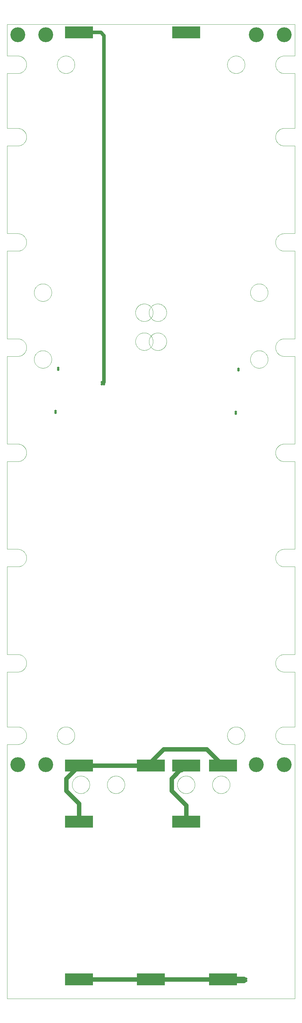
<source format=gtl>
G75*
%MOIN*%
%OFA0B0*%
%FSLAX25Y25*%
%IPPOS*%
%LPD*%
%AMOC8*
5,1,8,0,0,1.08239X$1,22.5*
%
%ADD10C,0.00004*%
%ADD11C,0.00394*%
%ADD12R,0.31496X0.13780*%
%ADD13C,0.16693*%
%ADD14C,0.05000*%
%ADD15C,0.02781*%
%ADD16C,0.04000*%
D10*
X0001200Y0001200D02*
X0324035Y0001200D01*
X0324035Y0286633D01*
X0312224Y0286633D01*
X0311984Y0286636D01*
X0311745Y0286645D01*
X0311506Y0286659D01*
X0311267Y0286680D01*
X0311028Y0286706D01*
X0310791Y0286738D01*
X0310554Y0286776D01*
X0310318Y0286819D01*
X0310084Y0286868D01*
X0309851Y0286923D01*
X0309619Y0286984D01*
X0309388Y0287050D01*
X0309160Y0287122D01*
X0308933Y0287200D01*
X0308708Y0287282D01*
X0308485Y0287371D01*
X0308264Y0287465D01*
X0308046Y0287564D01*
X0307830Y0287668D01*
X0307617Y0287778D01*
X0307407Y0287892D01*
X0307199Y0288012D01*
X0306994Y0288137D01*
X0306793Y0288267D01*
X0306595Y0288402D01*
X0306400Y0288541D01*
X0306208Y0288685D01*
X0306020Y0288834D01*
X0305836Y0288987D01*
X0305656Y0289145D01*
X0305479Y0289307D01*
X0305306Y0289474D01*
X0305138Y0289644D01*
X0304974Y0289819D01*
X0304814Y0289997D01*
X0304658Y0290180D01*
X0304507Y0290366D01*
X0304361Y0290556D01*
X0304219Y0290749D01*
X0304082Y0290945D01*
X0303949Y0291145D01*
X0303822Y0291348D01*
X0303700Y0291554D01*
X0303582Y0291764D01*
X0303470Y0291975D01*
X0303363Y0292190D01*
X0303261Y0292407D01*
X0303165Y0292626D01*
X0303074Y0292848D01*
X0302988Y0293072D01*
X0302908Y0293298D01*
X0302834Y0293526D01*
X0302765Y0293755D01*
X0302701Y0293986D01*
X0302643Y0294219D01*
X0302591Y0294453D01*
X0302545Y0294688D01*
X0302504Y0294924D01*
X0302469Y0295162D01*
X0302440Y0295399D01*
X0302417Y0295638D01*
X0302399Y0295877D01*
X0302388Y0296117D01*
X0302382Y0296356D01*
X0302382Y0296596D01*
X0302388Y0296835D01*
X0302399Y0297075D01*
X0302417Y0297314D01*
X0302440Y0297553D01*
X0302469Y0297790D01*
X0302504Y0298028D01*
X0302545Y0298264D01*
X0302591Y0298499D01*
X0302643Y0298733D01*
X0302701Y0298966D01*
X0302765Y0299197D01*
X0302834Y0299426D01*
X0302908Y0299654D01*
X0302988Y0299880D01*
X0303074Y0300104D01*
X0303165Y0300326D01*
X0303261Y0300545D01*
X0303363Y0300762D01*
X0303470Y0300977D01*
X0303582Y0301188D01*
X0303700Y0301398D01*
X0303822Y0301604D01*
X0303949Y0301807D01*
X0304082Y0302007D01*
X0304219Y0302203D01*
X0304361Y0302396D01*
X0304507Y0302586D01*
X0304658Y0302772D01*
X0304814Y0302955D01*
X0304974Y0303133D01*
X0305138Y0303308D01*
X0305306Y0303478D01*
X0305479Y0303645D01*
X0305656Y0303807D01*
X0305836Y0303965D01*
X0306020Y0304118D01*
X0306208Y0304267D01*
X0306400Y0304411D01*
X0306595Y0304550D01*
X0306793Y0304685D01*
X0306994Y0304815D01*
X0307199Y0304940D01*
X0307407Y0305060D01*
X0307617Y0305174D01*
X0307830Y0305284D01*
X0308046Y0305388D01*
X0308264Y0305487D01*
X0308485Y0305581D01*
X0308708Y0305670D01*
X0308933Y0305752D01*
X0309160Y0305830D01*
X0309388Y0305902D01*
X0309619Y0305968D01*
X0309851Y0306029D01*
X0310084Y0306084D01*
X0310318Y0306133D01*
X0310554Y0306176D01*
X0310791Y0306214D01*
X0311028Y0306246D01*
X0311267Y0306272D01*
X0311506Y0306293D01*
X0311745Y0306307D01*
X0311984Y0306316D01*
X0312224Y0306319D01*
X0312224Y0306318D02*
X0324035Y0306318D01*
X0324035Y0367932D01*
X0312224Y0367932D01*
X0311984Y0367935D01*
X0311745Y0367944D01*
X0311506Y0367958D01*
X0311267Y0367979D01*
X0311028Y0368005D01*
X0310791Y0368037D01*
X0310554Y0368075D01*
X0310318Y0368118D01*
X0310084Y0368167D01*
X0309851Y0368222D01*
X0309619Y0368283D01*
X0309388Y0368349D01*
X0309160Y0368421D01*
X0308933Y0368499D01*
X0308708Y0368581D01*
X0308485Y0368670D01*
X0308264Y0368764D01*
X0308046Y0368863D01*
X0307830Y0368967D01*
X0307617Y0369077D01*
X0307407Y0369191D01*
X0307199Y0369311D01*
X0306994Y0369436D01*
X0306793Y0369566D01*
X0306595Y0369701D01*
X0306400Y0369840D01*
X0306208Y0369984D01*
X0306020Y0370133D01*
X0305836Y0370286D01*
X0305656Y0370444D01*
X0305479Y0370606D01*
X0305306Y0370773D01*
X0305138Y0370943D01*
X0304974Y0371118D01*
X0304814Y0371296D01*
X0304658Y0371479D01*
X0304507Y0371665D01*
X0304361Y0371855D01*
X0304219Y0372048D01*
X0304082Y0372244D01*
X0303949Y0372444D01*
X0303822Y0372647D01*
X0303700Y0372853D01*
X0303582Y0373063D01*
X0303470Y0373274D01*
X0303363Y0373489D01*
X0303261Y0373706D01*
X0303165Y0373925D01*
X0303074Y0374147D01*
X0302988Y0374371D01*
X0302908Y0374597D01*
X0302834Y0374825D01*
X0302765Y0375054D01*
X0302701Y0375285D01*
X0302643Y0375518D01*
X0302591Y0375752D01*
X0302545Y0375987D01*
X0302504Y0376223D01*
X0302469Y0376461D01*
X0302440Y0376698D01*
X0302417Y0376937D01*
X0302399Y0377176D01*
X0302388Y0377416D01*
X0302382Y0377655D01*
X0302382Y0377895D01*
X0302388Y0378134D01*
X0302399Y0378374D01*
X0302417Y0378613D01*
X0302440Y0378852D01*
X0302469Y0379089D01*
X0302504Y0379327D01*
X0302545Y0379563D01*
X0302591Y0379798D01*
X0302643Y0380032D01*
X0302701Y0380265D01*
X0302765Y0380496D01*
X0302834Y0380725D01*
X0302908Y0380953D01*
X0302988Y0381179D01*
X0303074Y0381403D01*
X0303165Y0381625D01*
X0303261Y0381844D01*
X0303363Y0382061D01*
X0303470Y0382276D01*
X0303582Y0382487D01*
X0303700Y0382697D01*
X0303822Y0382903D01*
X0303949Y0383106D01*
X0304082Y0383306D01*
X0304219Y0383502D01*
X0304361Y0383695D01*
X0304507Y0383885D01*
X0304658Y0384071D01*
X0304814Y0384254D01*
X0304974Y0384432D01*
X0305138Y0384607D01*
X0305306Y0384777D01*
X0305479Y0384944D01*
X0305656Y0385106D01*
X0305836Y0385264D01*
X0306020Y0385417D01*
X0306208Y0385566D01*
X0306400Y0385710D01*
X0306595Y0385849D01*
X0306793Y0385984D01*
X0306994Y0386114D01*
X0307199Y0386239D01*
X0307407Y0386359D01*
X0307617Y0386473D01*
X0307830Y0386583D01*
X0308046Y0386687D01*
X0308264Y0386786D01*
X0308485Y0386880D01*
X0308708Y0386969D01*
X0308933Y0387051D01*
X0309160Y0387129D01*
X0309388Y0387201D01*
X0309619Y0387267D01*
X0309851Y0387328D01*
X0310084Y0387383D01*
X0310318Y0387432D01*
X0310554Y0387475D01*
X0310791Y0387513D01*
X0311028Y0387545D01*
X0311267Y0387571D01*
X0311506Y0387592D01*
X0311745Y0387606D01*
X0311984Y0387615D01*
X0312224Y0387618D01*
X0312224Y0387617D02*
X0324035Y0387617D01*
X0324035Y0486043D01*
X0312224Y0486043D01*
X0312224Y0486042D02*
X0311984Y0486045D01*
X0311745Y0486054D01*
X0311506Y0486068D01*
X0311267Y0486089D01*
X0311028Y0486115D01*
X0310791Y0486147D01*
X0310554Y0486185D01*
X0310318Y0486228D01*
X0310084Y0486277D01*
X0309851Y0486332D01*
X0309619Y0486393D01*
X0309388Y0486459D01*
X0309160Y0486531D01*
X0308933Y0486609D01*
X0308708Y0486691D01*
X0308485Y0486780D01*
X0308264Y0486874D01*
X0308046Y0486973D01*
X0307830Y0487077D01*
X0307617Y0487187D01*
X0307407Y0487301D01*
X0307199Y0487421D01*
X0306994Y0487546D01*
X0306793Y0487676D01*
X0306595Y0487811D01*
X0306400Y0487950D01*
X0306208Y0488094D01*
X0306020Y0488243D01*
X0305836Y0488396D01*
X0305656Y0488554D01*
X0305479Y0488716D01*
X0305306Y0488883D01*
X0305138Y0489053D01*
X0304974Y0489228D01*
X0304814Y0489406D01*
X0304658Y0489589D01*
X0304507Y0489775D01*
X0304361Y0489965D01*
X0304219Y0490158D01*
X0304082Y0490354D01*
X0303949Y0490554D01*
X0303822Y0490757D01*
X0303700Y0490963D01*
X0303582Y0491173D01*
X0303470Y0491384D01*
X0303363Y0491599D01*
X0303261Y0491816D01*
X0303165Y0492035D01*
X0303074Y0492257D01*
X0302988Y0492481D01*
X0302908Y0492707D01*
X0302834Y0492935D01*
X0302765Y0493164D01*
X0302701Y0493395D01*
X0302643Y0493628D01*
X0302591Y0493862D01*
X0302545Y0494097D01*
X0302504Y0494333D01*
X0302469Y0494571D01*
X0302440Y0494808D01*
X0302417Y0495047D01*
X0302399Y0495286D01*
X0302388Y0495526D01*
X0302382Y0495765D01*
X0302382Y0496005D01*
X0302388Y0496244D01*
X0302399Y0496484D01*
X0302417Y0496723D01*
X0302440Y0496962D01*
X0302469Y0497199D01*
X0302504Y0497437D01*
X0302545Y0497673D01*
X0302591Y0497908D01*
X0302643Y0498142D01*
X0302701Y0498375D01*
X0302765Y0498606D01*
X0302834Y0498835D01*
X0302908Y0499063D01*
X0302988Y0499289D01*
X0303074Y0499513D01*
X0303165Y0499735D01*
X0303261Y0499954D01*
X0303363Y0500171D01*
X0303470Y0500386D01*
X0303582Y0500597D01*
X0303700Y0500807D01*
X0303822Y0501013D01*
X0303949Y0501216D01*
X0304082Y0501416D01*
X0304219Y0501612D01*
X0304361Y0501805D01*
X0304507Y0501995D01*
X0304658Y0502181D01*
X0304814Y0502364D01*
X0304974Y0502542D01*
X0305138Y0502717D01*
X0305306Y0502887D01*
X0305479Y0503054D01*
X0305656Y0503216D01*
X0305836Y0503374D01*
X0306020Y0503527D01*
X0306208Y0503676D01*
X0306400Y0503820D01*
X0306595Y0503959D01*
X0306793Y0504094D01*
X0306994Y0504224D01*
X0307199Y0504349D01*
X0307407Y0504469D01*
X0307617Y0504583D01*
X0307830Y0504693D01*
X0308046Y0504797D01*
X0308264Y0504896D01*
X0308485Y0504990D01*
X0308708Y0505079D01*
X0308933Y0505161D01*
X0309160Y0505239D01*
X0309388Y0505311D01*
X0309619Y0505377D01*
X0309851Y0505438D01*
X0310084Y0505493D01*
X0310318Y0505542D01*
X0310554Y0505585D01*
X0310791Y0505623D01*
X0311028Y0505655D01*
X0311267Y0505681D01*
X0311506Y0505702D01*
X0311745Y0505716D01*
X0311984Y0505725D01*
X0312224Y0505728D01*
X0324035Y0505728D01*
X0324035Y0604153D01*
X0312224Y0604153D01*
X0312224Y0604152D02*
X0311984Y0604155D01*
X0311745Y0604164D01*
X0311506Y0604178D01*
X0311267Y0604199D01*
X0311028Y0604225D01*
X0310791Y0604257D01*
X0310554Y0604295D01*
X0310318Y0604338D01*
X0310084Y0604387D01*
X0309851Y0604442D01*
X0309619Y0604503D01*
X0309388Y0604569D01*
X0309160Y0604641D01*
X0308933Y0604719D01*
X0308708Y0604801D01*
X0308485Y0604890D01*
X0308264Y0604984D01*
X0308046Y0605083D01*
X0307830Y0605187D01*
X0307617Y0605297D01*
X0307407Y0605411D01*
X0307199Y0605531D01*
X0306994Y0605656D01*
X0306793Y0605786D01*
X0306595Y0605921D01*
X0306400Y0606060D01*
X0306208Y0606204D01*
X0306020Y0606353D01*
X0305836Y0606506D01*
X0305656Y0606664D01*
X0305479Y0606826D01*
X0305306Y0606993D01*
X0305138Y0607163D01*
X0304974Y0607338D01*
X0304814Y0607516D01*
X0304658Y0607699D01*
X0304507Y0607885D01*
X0304361Y0608075D01*
X0304219Y0608268D01*
X0304082Y0608464D01*
X0303949Y0608664D01*
X0303822Y0608867D01*
X0303700Y0609074D01*
X0303582Y0609283D01*
X0303470Y0609494D01*
X0303363Y0609709D01*
X0303261Y0609926D01*
X0303165Y0610145D01*
X0303074Y0610367D01*
X0302988Y0610591D01*
X0302908Y0610817D01*
X0302834Y0611045D01*
X0302765Y0611274D01*
X0302701Y0611505D01*
X0302643Y0611738D01*
X0302591Y0611972D01*
X0302545Y0612207D01*
X0302504Y0612443D01*
X0302469Y0612681D01*
X0302440Y0612918D01*
X0302417Y0613157D01*
X0302399Y0613396D01*
X0302388Y0613636D01*
X0302382Y0613875D01*
X0302382Y0614115D01*
X0302388Y0614354D01*
X0302399Y0614594D01*
X0302417Y0614833D01*
X0302440Y0615072D01*
X0302469Y0615309D01*
X0302504Y0615547D01*
X0302545Y0615783D01*
X0302591Y0616018D01*
X0302643Y0616252D01*
X0302701Y0616485D01*
X0302765Y0616716D01*
X0302834Y0616945D01*
X0302908Y0617173D01*
X0302988Y0617399D01*
X0303074Y0617623D01*
X0303165Y0617845D01*
X0303261Y0618064D01*
X0303363Y0618281D01*
X0303470Y0618496D01*
X0303582Y0618707D01*
X0303700Y0618917D01*
X0303822Y0619123D01*
X0303949Y0619326D01*
X0304082Y0619526D01*
X0304219Y0619722D01*
X0304361Y0619915D01*
X0304507Y0620105D01*
X0304658Y0620291D01*
X0304814Y0620474D01*
X0304974Y0620652D01*
X0305138Y0620827D01*
X0305306Y0620997D01*
X0305479Y0621164D01*
X0305656Y0621326D01*
X0305836Y0621484D01*
X0306020Y0621637D01*
X0306208Y0621786D01*
X0306400Y0621930D01*
X0306595Y0622069D01*
X0306793Y0622204D01*
X0306994Y0622334D01*
X0307199Y0622459D01*
X0307407Y0622579D01*
X0307617Y0622693D01*
X0307830Y0622803D01*
X0308046Y0622907D01*
X0308264Y0623006D01*
X0308485Y0623100D01*
X0308708Y0623189D01*
X0308933Y0623271D01*
X0309160Y0623349D01*
X0309388Y0623421D01*
X0309619Y0623487D01*
X0309851Y0623548D01*
X0310084Y0623603D01*
X0310318Y0623652D01*
X0310554Y0623695D01*
X0310791Y0623733D01*
X0311028Y0623765D01*
X0311267Y0623791D01*
X0311506Y0623812D01*
X0311745Y0623826D01*
X0311984Y0623835D01*
X0312224Y0623838D01*
X0324035Y0623838D01*
X0324035Y0722263D01*
X0312224Y0722263D01*
X0311984Y0722266D01*
X0311745Y0722275D01*
X0311506Y0722289D01*
X0311267Y0722310D01*
X0311028Y0722336D01*
X0310791Y0722368D01*
X0310554Y0722406D01*
X0310318Y0722449D01*
X0310084Y0722498D01*
X0309851Y0722553D01*
X0309619Y0722614D01*
X0309388Y0722680D01*
X0309160Y0722752D01*
X0308933Y0722830D01*
X0308708Y0722912D01*
X0308485Y0723001D01*
X0308264Y0723095D01*
X0308046Y0723194D01*
X0307830Y0723298D01*
X0307617Y0723408D01*
X0307407Y0723522D01*
X0307199Y0723642D01*
X0306994Y0723767D01*
X0306793Y0723897D01*
X0306595Y0724032D01*
X0306400Y0724171D01*
X0306208Y0724315D01*
X0306020Y0724464D01*
X0305836Y0724617D01*
X0305656Y0724775D01*
X0305479Y0724937D01*
X0305306Y0725104D01*
X0305138Y0725274D01*
X0304974Y0725449D01*
X0304814Y0725627D01*
X0304658Y0725810D01*
X0304507Y0725996D01*
X0304361Y0726186D01*
X0304219Y0726379D01*
X0304082Y0726575D01*
X0303949Y0726775D01*
X0303822Y0726978D01*
X0303700Y0727185D01*
X0303582Y0727394D01*
X0303470Y0727605D01*
X0303363Y0727820D01*
X0303261Y0728037D01*
X0303165Y0728256D01*
X0303074Y0728478D01*
X0302988Y0728702D01*
X0302908Y0728928D01*
X0302834Y0729156D01*
X0302765Y0729385D01*
X0302701Y0729616D01*
X0302643Y0729849D01*
X0302591Y0730083D01*
X0302545Y0730318D01*
X0302504Y0730554D01*
X0302469Y0730792D01*
X0302440Y0731029D01*
X0302417Y0731268D01*
X0302399Y0731507D01*
X0302388Y0731747D01*
X0302382Y0731986D01*
X0302382Y0732226D01*
X0302388Y0732465D01*
X0302399Y0732705D01*
X0302417Y0732944D01*
X0302440Y0733183D01*
X0302469Y0733420D01*
X0302504Y0733658D01*
X0302545Y0733894D01*
X0302591Y0734129D01*
X0302643Y0734363D01*
X0302701Y0734596D01*
X0302765Y0734827D01*
X0302834Y0735056D01*
X0302908Y0735284D01*
X0302988Y0735510D01*
X0303074Y0735734D01*
X0303165Y0735956D01*
X0303261Y0736175D01*
X0303363Y0736392D01*
X0303470Y0736607D01*
X0303582Y0736818D01*
X0303700Y0737028D01*
X0303822Y0737234D01*
X0303949Y0737437D01*
X0304082Y0737637D01*
X0304219Y0737833D01*
X0304361Y0738026D01*
X0304507Y0738216D01*
X0304658Y0738402D01*
X0304814Y0738585D01*
X0304974Y0738763D01*
X0305138Y0738938D01*
X0305306Y0739108D01*
X0305479Y0739275D01*
X0305656Y0739437D01*
X0305836Y0739595D01*
X0306020Y0739748D01*
X0306208Y0739897D01*
X0306400Y0740041D01*
X0306595Y0740180D01*
X0306793Y0740315D01*
X0306994Y0740445D01*
X0307199Y0740570D01*
X0307407Y0740690D01*
X0307617Y0740804D01*
X0307830Y0740914D01*
X0308046Y0741018D01*
X0308264Y0741117D01*
X0308485Y0741211D01*
X0308708Y0741300D01*
X0308933Y0741382D01*
X0309160Y0741460D01*
X0309388Y0741532D01*
X0309619Y0741598D01*
X0309851Y0741659D01*
X0310084Y0741714D01*
X0310318Y0741763D01*
X0310554Y0741806D01*
X0310791Y0741844D01*
X0311028Y0741876D01*
X0311267Y0741902D01*
X0311506Y0741923D01*
X0311745Y0741937D01*
X0311984Y0741946D01*
X0312224Y0741949D01*
X0312224Y0741948D02*
X0324035Y0741948D01*
X0324035Y0840373D01*
X0312224Y0840373D01*
X0311984Y0840376D01*
X0311745Y0840385D01*
X0311506Y0840399D01*
X0311267Y0840420D01*
X0311028Y0840446D01*
X0310791Y0840478D01*
X0310554Y0840516D01*
X0310318Y0840559D01*
X0310084Y0840608D01*
X0309851Y0840663D01*
X0309619Y0840724D01*
X0309388Y0840790D01*
X0309160Y0840862D01*
X0308933Y0840940D01*
X0308708Y0841022D01*
X0308485Y0841111D01*
X0308264Y0841205D01*
X0308046Y0841304D01*
X0307830Y0841408D01*
X0307617Y0841518D01*
X0307407Y0841632D01*
X0307199Y0841752D01*
X0306994Y0841877D01*
X0306793Y0842007D01*
X0306595Y0842142D01*
X0306400Y0842281D01*
X0306208Y0842425D01*
X0306020Y0842574D01*
X0305836Y0842727D01*
X0305656Y0842885D01*
X0305479Y0843047D01*
X0305306Y0843214D01*
X0305138Y0843384D01*
X0304974Y0843559D01*
X0304814Y0843737D01*
X0304658Y0843920D01*
X0304507Y0844106D01*
X0304361Y0844296D01*
X0304219Y0844489D01*
X0304082Y0844685D01*
X0303949Y0844885D01*
X0303822Y0845088D01*
X0303700Y0845295D01*
X0303582Y0845504D01*
X0303470Y0845715D01*
X0303363Y0845930D01*
X0303261Y0846147D01*
X0303165Y0846366D01*
X0303074Y0846588D01*
X0302988Y0846812D01*
X0302908Y0847038D01*
X0302834Y0847266D01*
X0302765Y0847495D01*
X0302701Y0847726D01*
X0302643Y0847959D01*
X0302591Y0848193D01*
X0302545Y0848428D01*
X0302504Y0848664D01*
X0302469Y0848902D01*
X0302440Y0849139D01*
X0302417Y0849378D01*
X0302399Y0849617D01*
X0302388Y0849857D01*
X0302382Y0850096D01*
X0302382Y0850336D01*
X0302388Y0850575D01*
X0302399Y0850815D01*
X0302417Y0851054D01*
X0302440Y0851293D01*
X0302469Y0851530D01*
X0302504Y0851768D01*
X0302545Y0852004D01*
X0302591Y0852239D01*
X0302643Y0852473D01*
X0302701Y0852706D01*
X0302765Y0852937D01*
X0302834Y0853166D01*
X0302908Y0853394D01*
X0302988Y0853620D01*
X0303074Y0853844D01*
X0303165Y0854066D01*
X0303261Y0854285D01*
X0303363Y0854502D01*
X0303470Y0854717D01*
X0303582Y0854928D01*
X0303700Y0855138D01*
X0303822Y0855344D01*
X0303949Y0855547D01*
X0304082Y0855747D01*
X0304219Y0855943D01*
X0304361Y0856136D01*
X0304507Y0856326D01*
X0304658Y0856512D01*
X0304814Y0856695D01*
X0304974Y0856873D01*
X0305138Y0857048D01*
X0305306Y0857218D01*
X0305479Y0857385D01*
X0305656Y0857547D01*
X0305836Y0857705D01*
X0306020Y0857858D01*
X0306208Y0858007D01*
X0306400Y0858151D01*
X0306595Y0858290D01*
X0306793Y0858425D01*
X0306994Y0858555D01*
X0307199Y0858680D01*
X0307407Y0858800D01*
X0307617Y0858914D01*
X0307830Y0859024D01*
X0308046Y0859128D01*
X0308264Y0859227D01*
X0308485Y0859321D01*
X0308708Y0859410D01*
X0308933Y0859492D01*
X0309160Y0859570D01*
X0309388Y0859642D01*
X0309619Y0859708D01*
X0309851Y0859769D01*
X0310084Y0859824D01*
X0310318Y0859873D01*
X0310554Y0859916D01*
X0310791Y0859954D01*
X0311028Y0859986D01*
X0311267Y0860012D01*
X0311506Y0860033D01*
X0311745Y0860047D01*
X0311984Y0860056D01*
X0312224Y0860059D01*
X0312224Y0860058D02*
X0324035Y0860058D01*
X0324035Y0958483D01*
X0312224Y0958483D01*
X0311984Y0958486D01*
X0311745Y0958495D01*
X0311506Y0958509D01*
X0311267Y0958530D01*
X0311028Y0958556D01*
X0310791Y0958588D01*
X0310554Y0958626D01*
X0310318Y0958669D01*
X0310084Y0958718D01*
X0309851Y0958773D01*
X0309619Y0958834D01*
X0309388Y0958900D01*
X0309160Y0958972D01*
X0308933Y0959050D01*
X0308708Y0959132D01*
X0308485Y0959221D01*
X0308264Y0959315D01*
X0308046Y0959414D01*
X0307830Y0959518D01*
X0307617Y0959628D01*
X0307407Y0959742D01*
X0307199Y0959862D01*
X0306994Y0959987D01*
X0306793Y0960117D01*
X0306595Y0960252D01*
X0306400Y0960391D01*
X0306208Y0960535D01*
X0306020Y0960684D01*
X0305836Y0960837D01*
X0305656Y0960995D01*
X0305479Y0961157D01*
X0305306Y0961324D01*
X0305138Y0961494D01*
X0304974Y0961669D01*
X0304814Y0961847D01*
X0304658Y0962030D01*
X0304507Y0962216D01*
X0304361Y0962406D01*
X0304219Y0962599D01*
X0304082Y0962795D01*
X0303949Y0962995D01*
X0303822Y0963198D01*
X0303700Y0963405D01*
X0303582Y0963614D01*
X0303470Y0963825D01*
X0303363Y0964040D01*
X0303261Y0964257D01*
X0303165Y0964476D01*
X0303074Y0964698D01*
X0302988Y0964922D01*
X0302908Y0965148D01*
X0302834Y0965376D01*
X0302765Y0965605D01*
X0302701Y0965836D01*
X0302643Y0966069D01*
X0302591Y0966303D01*
X0302545Y0966538D01*
X0302504Y0966774D01*
X0302469Y0967012D01*
X0302440Y0967249D01*
X0302417Y0967488D01*
X0302399Y0967727D01*
X0302388Y0967967D01*
X0302382Y0968206D01*
X0302382Y0968446D01*
X0302388Y0968685D01*
X0302399Y0968925D01*
X0302417Y0969164D01*
X0302440Y0969403D01*
X0302469Y0969640D01*
X0302504Y0969878D01*
X0302545Y0970114D01*
X0302591Y0970349D01*
X0302643Y0970583D01*
X0302701Y0970816D01*
X0302765Y0971047D01*
X0302834Y0971276D01*
X0302908Y0971504D01*
X0302988Y0971730D01*
X0303074Y0971954D01*
X0303165Y0972176D01*
X0303261Y0972395D01*
X0303363Y0972612D01*
X0303470Y0972827D01*
X0303582Y0973038D01*
X0303700Y0973248D01*
X0303822Y0973454D01*
X0303949Y0973657D01*
X0304082Y0973857D01*
X0304219Y0974053D01*
X0304361Y0974246D01*
X0304507Y0974436D01*
X0304658Y0974622D01*
X0304814Y0974805D01*
X0304974Y0974983D01*
X0305138Y0975158D01*
X0305306Y0975328D01*
X0305479Y0975495D01*
X0305656Y0975657D01*
X0305836Y0975815D01*
X0306020Y0975968D01*
X0306208Y0976117D01*
X0306400Y0976261D01*
X0306595Y0976400D01*
X0306793Y0976535D01*
X0306994Y0976665D01*
X0307199Y0976790D01*
X0307407Y0976910D01*
X0307617Y0977024D01*
X0307830Y0977134D01*
X0308046Y0977238D01*
X0308264Y0977337D01*
X0308485Y0977431D01*
X0308708Y0977520D01*
X0308933Y0977602D01*
X0309160Y0977680D01*
X0309388Y0977752D01*
X0309619Y0977818D01*
X0309851Y0977879D01*
X0310084Y0977934D01*
X0310318Y0977983D01*
X0310554Y0978026D01*
X0310791Y0978064D01*
X0311028Y0978096D01*
X0311267Y0978122D01*
X0311506Y0978143D01*
X0311745Y0978157D01*
X0311984Y0978166D01*
X0312224Y0978169D01*
X0324035Y0978169D01*
X0324035Y1039783D01*
X0312224Y1039783D01*
X0312224Y1039782D02*
X0311984Y1039785D01*
X0311745Y1039794D01*
X0311506Y1039808D01*
X0311267Y1039829D01*
X0311028Y1039855D01*
X0310791Y1039887D01*
X0310554Y1039925D01*
X0310318Y1039968D01*
X0310084Y1040017D01*
X0309851Y1040072D01*
X0309619Y1040133D01*
X0309388Y1040199D01*
X0309160Y1040271D01*
X0308933Y1040349D01*
X0308708Y1040431D01*
X0308485Y1040520D01*
X0308264Y1040614D01*
X0308046Y1040713D01*
X0307830Y1040817D01*
X0307617Y1040927D01*
X0307407Y1041041D01*
X0307199Y1041161D01*
X0306994Y1041286D01*
X0306793Y1041416D01*
X0306595Y1041551D01*
X0306400Y1041690D01*
X0306208Y1041834D01*
X0306020Y1041983D01*
X0305836Y1042136D01*
X0305656Y1042294D01*
X0305479Y1042456D01*
X0305306Y1042623D01*
X0305138Y1042793D01*
X0304974Y1042968D01*
X0304814Y1043146D01*
X0304658Y1043329D01*
X0304507Y1043515D01*
X0304361Y1043705D01*
X0304219Y1043898D01*
X0304082Y1044094D01*
X0303949Y1044294D01*
X0303822Y1044497D01*
X0303700Y1044704D01*
X0303582Y1044913D01*
X0303470Y1045124D01*
X0303363Y1045339D01*
X0303261Y1045556D01*
X0303165Y1045775D01*
X0303074Y1045997D01*
X0302988Y1046221D01*
X0302908Y1046447D01*
X0302834Y1046675D01*
X0302765Y1046904D01*
X0302701Y1047135D01*
X0302643Y1047368D01*
X0302591Y1047602D01*
X0302545Y1047837D01*
X0302504Y1048073D01*
X0302469Y1048311D01*
X0302440Y1048548D01*
X0302417Y1048787D01*
X0302399Y1049026D01*
X0302388Y1049266D01*
X0302382Y1049505D01*
X0302382Y1049745D01*
X0302388Y1049984D01*
X0302399Y1050224D01*
X0302417Y1050463D01*
X0302440Y1050702D01*
X0302469Y1050939D01*
X0302504Y1051177D01*
X0302545Y1051413D01*
X0302591Y1051648D01*
X0302643Y1051882D01*
X0302701Y1052115D01*
X0302765Y1052346D01*
X0302834Y1052575D01*
X0302908Y1052803D01*
X0302988Y1053029D01*
X0303074Y1053253D01*
X0303165Y1053475D01*
X0303261Y1053694D01*
X0303363Y1053911D01*
X0303470Y1054126D01*
X0303582Y1054337D01*
X0303700Y1054547D01*
X0303822Y1054753D01*
X0303949Y1054956D01*
X0304082Y1055156D01*
X0304219Y1055352D01*
X0304361Y1055545D01*
X0304507Y1055735D01*
X0304658Y1055921D01*
X0304814Y1056104D01*
X0304974Y1056282D01*
X0305138Y1056457D01*
X0305306Y1056627D01*
X0305479Y1056794D01*
X0305656Y1056956D01*
X0305836Y1057114D01*
X0306020Y1057267D01*
X0306208Y1057416D01*
X0306400Y1057560D01*
X0306595Y1057699D01*
X0306793Y1057834D01*
X0306994Y1057964D01*
X0307199Y1058089D01*
X0307407Y1058209D01*
X0307617Y1058323D01*
X0307830Y1058433D01*
X0308046Y1058537D01*
X0308264Y1058636D01*
X0308485Y1058730D01*
X0308708Y1058819D01*
X0308933Y1058901D01*
X0309160Y1058979D01*
X0309388Y1059051D01*
X0309619Y1059117D01*
X0309851Y1059178D01*
X0310084Y1059233D01*
X0310318Y1059282D01*
X0310554Y1059325D01*
X0310791Y1059363D01*
X0311028Y1059395D01*
X0311267Y1059421D01*
X0311506Y1059442D01*
X0311745Y1059456D01*
X0311984Y1059465D01*
X0312224Y1059468D01*
X0324035Y1059468D01*
X0324035Y1094901D01*
X0001200Y1094901D01*
X0001200Y1059468D01*
X0013011Y1059468D01*
X0013251Y1059465D01*
X0013490Y1059456D01*
X0013729Y1059442D01*
X0013968Y1059421D01*
X0014207Y1059395D01*
X0014444Y1059363D01*
X0014681Y1059325D01*
X0014917Y1059282D01*
X0015151Y1059233D01*
X0015384Y1059178D01*
X0015616Y1059117D01*
X0015847Y1059051D01*
X0016075Y1058979D01*
X0016302Y1058901D01*
X0016527Y1058819D01*
X0016750Y1058730D01*
X0016971Y1058636D01*
X0017189Y1058537D01*
X0017405Y1058433D01*
X0017618Y1058323D01*
X0017828Y1058209D01*
X0018036Y1058089D01*
X0018241Y1057964D01*
X0018442Y1057834D01*
X0018640Y1057699D01*
X0018835Y1057560D01*
X0019027Y1057416D01*
X0019215Y1057267D01*
X0019399Y1057114D01*
X0019579Y1056956D01*
X0019756Y1056794D01*
X0019929Y1056627D01*
X0020097Y1056457D01*
X0020261Y1056282D01*
X0020421Y1056104D01*
X0020577Y1055921D01*
X0020728Y1055735D01*
X0020874Y1055545D01*
X0021016Y1055352D01*
X0021153Y1055156D01*
X0021286Y1054956D01*
X0021413Y1054753D01*
X0021535Y1054547D01*
X0021653Y1054337D01*
X0021765Y1054126D01*
X0021872Y1053911D01*
X0021974Y1053694D01*
X0022070Y1053475D01*
X0022161Y1053253D01*
X0022247Y1053029D01*
X0022327Y1052803D01*
X0022401Y1052575D01*
X0022470Y1052346D01*
X0022534Y1052115D01*
X0022592Y1051882D01*
X0022644Y1051648D01*
X0022690Y1051413D01*
X0022731Y1051177D01*
X0022766Y1050939D01*
X0022795Y1050702D01*
X0022818Y1050463D01*
X0022836Y1050224D01*
X0022847Y1049984D01*
X0022853Y1049745D01*
X0022853Y1049505D01*
X0022847Y1049266D01*
X0022836Y1049026D01*
X0022818Y1048787D01*
X0022795Y1048548D01*
X0022766Y1048311D01*
X0022731Y1048073D01*
X0022690Y1047837D01*
X0022644Y1047602D01*
X0022592Y1047368D01*
X0022534Y1047135D01*
X0022470Y1046904D01*
X0022401Y1046675D01*
X0022327Y1046447D01*
X0022247Y1046221D01*
X0022161Y1045997D01*
X0022070Y1045775D01*
X0021974Y1045556D01*
X0021872Y1045339D01*
X0021765Y1045124D01*
X0021653Y1044913D01*
X0021535Y1044704D01*
X0021413Y1044497D01*
X0021286Y1044294D01*
X0021153Y1044094D01*
X0021016Y1043898D01*
X0020874Y1043705D01*
X0020728Y1043515D01*
X0020577Y1043329D01*
X0020421Y1043146D01*
X0020261Y1042968D01*
X0020097Y1042793D01*
X0019929Y1042623D01*
X0019756Y1042456D01*
X0019579Y1042294D01*
X0019399Y1042136D01*
X0019215Y1041983D01*
X0019027Y1041834D01*
X0018835Y1041690D01*
X0018640Y1041551D01*
X0018442Y1041416D01*
X0018241Y1041286D01*
X0018036Y1041161D01*
X0017828Y1041041D01*
X0017618Y1040927D01*
X0017405Y1040817D01*
X0017189Y1040713D01*
X0016971Y1040614D01*
X0016750Y1040520D01*
X0016527Y1040431D01*
X0016302Y1040349D01*
X0016075Y1040271D01*
X0015847Y1040199D01*
X0015616Y1040133D01*
X0015384Y1040072D01*
X0015151Y1040017D01*
X0014917Y1039968D01*
X0014681Y1039925D01*
X0014444Y1039887D01*
X0014207Y1039855D01*
X0013968Y1039829D01*
X0013729Y1039808D01*
X0013490Y1039794D01*
X0013251Y1039785D01*
X0013011Y1039782D01*
X0013011Y1039783D02*
X0001200Y1039783D01*
X0001200Y0978169D01*
X0013011Y0978169D01*
X0013251Y0978166D01*
X0013490Y0978157D01*
X0013729Y0978143D01*
X0013968Y0978122D01*
X0014207Y0978096D01*
X0014444Y0978064D01*
X0014681Y0978026D01*
X0014917Y0977983D01*
X0015151Y0977934D01*
X0015384Y0977879D01*
X0015616Y0977818D01*
X0015847Y0977752D01*
X0016075Y0977680D01*
X0016302Y0977602D01*
X0016527Y0977520D01*
X0016750Y0977431D01*
X0016971Y0977337D01*
X0017189Y0977238D01*
X0017405Y0977134D01*
X0017618Y0977024D01*
X0017828Y0976910D01*
X0018036Y0976790D01*
X0018241Y0976665D01*
X0018442Y0976535D01*
X0018640Y0976400D01*
X0018835Y0976261D01*
X0019027Y0976117D01*
X0019215Y0975968D01*
X0019399Y0975815D01*
X0019579Y0975657D01*
X0019756Y0975495D01*
X0019929Y0975328D01*
X0020097Y0975158D01*
X0020261Y0974983D01*
X0020421Y0974805D01*
X0020577Y0974622D01*
X0020728Y0974436D01*
X0020874Y0974246D01*
X0021016Y0974053D01*
X0021153Y0973857D01*
X0021286Y0973657D01*
X0021413Y0973454D01*
X0021535Y0973248D01*
X0021653Y0973038D01*
X0021765Y0972827D01*
X0021872Y0972612D01*
X0021974Y0972395D01*
X0022070Y0972176D01*
X0022161Y0971954D01*
X0022247Y0971730D01*
X0022327Y0971504D01*
X0022401Y0971276D01*
X0022470Y0971047D01*
X0022534Y0970816D01*
X0022592Y0970583D01*
X0022644Y0970349D01*
X0022690Y0970114D01*
X0022731Y0969878D01*
X0022766Y0969640D01*
X0022795Y0969403D01*
X0022818Y0969164D01*
X0022836Y0968925D01*
X0022847Y0968685D01*
X0022853Y0968446D01*
X0022853Y0968206D01*
X0022847Y0967967D01*
X0022836Y0967727D01*
X0022818Y0967488D01*
X0022795Y0967249D01*
X0022766Y0967012D01*
X0022731Y0966774D01*
X0022690Y0966538D01*
X0022644Y0966303D01*
X0022592Y0966069D01*
X0022534Y0965836D01*
X0022470Y0965605D01*
X0022401Y0965376D01*
X0022327Y0965148D01*
X0022247Y0964922D01*
X0022161Y0964698D01*
X0022070Y0964476D01*
X0021974Y0964257D01*
X0021872Y0964040D01*
X0021765Y0963825D01*
X0021653Y0963614D01*
X0021535Y0963405D01*
X0021413Y0963198D01*
X0021286Y0962995D01*
X0021153Y0962795D01*
X0021016Y0962599D01*
X0020874Y0962406D01*
X0020728Y0962216D01*
X0020577Y0962030D01*
X0020421Y0961847D01*
X0020261Y0961669D01*
X0020097Y0961494D01*
X0019929Y0961324D01*
X0019756Y0961157D01*
X0019579Y0960995D01*
X0019399Y0960837D01*
X0019215Y0960684D01*
X0019027Y0960535D01*
X0018835Y0960391D01*
X0018640Y0960252D01*
X0018442Y0960117D01*
X0018241Y0959987D01*
X0018036Y0959862D01*
X0017828Y0959742D01*
X0017618Y0959628D01*
X0017405Y0959518D01*
X0017189Y0959414D01*
X0016971Y0959315D01*
X0016750Y0959221D01*
X0016527Y0959132D01*
X0016302Y0959050D01*
X0016075Y0958972D01*
X0015847Y0958900D01*
X0015616Y0958834D01*
X0015384Y0958773D01*
X0015151Y0958718D01*
X0014917Y0958669D01*
X0014681Y0958626D01*
X0014444Y0958588D01*
X0014207Y0958556D01*
X0013968Y0958530D01*
X0013729Y0958509D01*
X0013490Y0958495D01*
X0013251Y0958486D01*
X0013011Y0958483D01*
X0001200Y0958483D01*
X0001200Y0860058D01*
X0013011Y0860058D01*
X0013011Y0860059D02*
X0013251Y0860056D01*
X0013490Y0860047D01*
X0013729Y0860033D01*
X0013968Y0860012D01*
X0014207Y0859986D01*
X0014444Y0859954D01*
X0014681Y0859916D01*
X0014917Y0859873D01*
X0015151Y0859824D01*
X0015384Y0859769D01*
X0015616Y0859708D01*
X0015847Y0859642D01*
X0016075Y0859570D01*
X0016302Y0859492D01*
X0016527Y0859410D01*
X0016750Y0859321D01*
X0016971Y0859227D01*
X0017189Y0859128D01*
X0017405Y0859024D01*
X0017618Y0858914D01*
X0017828Y0858800D01*
X0018036Y0858680D01*
X0018241Y0858555D01*
X0018442Y0858425D01*
X0018640Y0858290D01*
X0018835Y0858151D01*
X0019027Y0858007D01*
X0019215Y0857858D01*
X0019399Y0857705D01*
X0019579Y0857547D01*
X0019756Y0857385D01*
X0019929Y0857218D01*
X0020097Y0857048D01*
X0020261Y0856873D01*
X0020421Y0856695D01*
X0020577Y0856512D01*
X0020728Y0856326D01*
X0020874Y0856136D01*
X0021016Y0855943D01*
X0021153Y0855747D01*
X0021286Y0855547D01*
X0021413Y0855344D01*
X0021535Y0855138D01*
X0021653Y0854928D01*
X0021765Y0854717D01*
X0021872Y0854502D01*
X0021974Y0854285D01*
X0022070Y0854066D01*
X0022161Y0853844D01*
X0022247Y0853620D01*
X0022327Y0853394D01*
X0022401Y0853166D01*
X0022470Y0852937D01*
X0022534Y0852706D01*
X0022592Y0852473D01*
X0022644Y0852239D01*
X0022690Y0852004D01*
X0022731Y0851768D01*
X0022766Y0851530D01*
X0022795Y0851293D01*
X0022818Y0851054D01*
X0022836Y0850815D01*
X0022847Y0850575D01*
X0022853Y0850336D01*
X0022853Y0850096D01*
X0022847Y0849857D01*
X0022836Y0849617D01*
X0022818Y0849378D01*
X0022795Y0849139D01*
X0022766Y0848902D01*
X0022731Y0848664D01*
X0022690Y0848428D01*
X0022644Y0848193D01*
X0022592Y0847959D01*
X0022534Y0847726D01*
X0022470Y0847495D01*
X0022401Y0847266D01*
X0022327Y0847038D01*
X0022247Y0846812D01*
X0022161Y0846588D01*
X0022070Y0846366D01*
X0021974Y0846147D01*
X0021872Y0845930D01*
X0021765Y0845715D01*
X0021653Y0845504D01*
X0021535Y0845295D01*
X0021413Y0845088D01*
X0021286Y0844885D01*
X0021153Y0844685D01*
X0021016Y0844489D01*
X0020874Y0844296D01*
X0020728Y0844106D01*
X0020577Y0843920D01*
X0020421Y0843737D01*
X0020261Y0843559D01*
X0020097Y0843384D01*
X0019929Y0843214D01*
X0019756Y0843047D01*
X0019579Y0842885D01*
X0019399Y0842727D01*
X0019215Y0842574D01*
X0019027Y0842425D01*
X0018835Y0842281D01*
X0018640Y0842142D01*
X0018442Y0842007D01*
X0018241Y0841877D01*
X0018036Y0841752D01*
X0017828Y0841632D01*
X0017618Y0841518D01*
X0017405Y0841408D01*
X0017189Y0841304D01*
X0016971Y0841205D01*
X0016750Y0841111D01*
X0016527Y0841022D01*
X0016302Y0840940D01*
X0016075Y0840862D01*
X0015847Y0840790D01*
X0015616Y0840724D01*
X0015384Y0840663D01*
X0015151Y0840608D01*
X0014917Y0840559D01*
X0014681Y0840516D01*
X0014444Y0840478D01*
X0014207Y0840446D01*
X0013968Y0840420D01*
X0013729Y0840399D01*
X0013490Y0840385D01*
X0013251Y0840376D01*
X0013011Y0840373D01*
X0001200Y0840373D01*
X0001200Y0741948D01*
X0013011Y0741948D01*
X0013011Y0741949D02*
X0013251Y0741946D01*
X0013490Y0741937D01*
X0013729Y0741923D01*
X0013968Y0741902D01*
X0014207Y0741876D01*
X0014444Y0741844D01*
X0014681Y0741806D01*
X0014917Y0741763D01*
X0015151Y0741714D01*
X0015384Y0741659D01*
X0015616Y0741598D01*
X0015847Y0741532D01*
X0016075Y0741460D01*
X0016302Y0741382D01*
X0016527Y0741300D01*
X0016750Y0741211D01*
X0016971Y0741117D01*
X0017189Y0741018D01*
X0017405Y0740914D01*
X0017618Y0740804D01*
X0017828Y0740690D01*
X0018036Y0740570D01*
X0018241Y0740445D01*
X0018442Y0740315D01*
X0018640Y0740180D01*
X0018835Y0740041D01*
X0019027Y0739897D01*
X0019215Y0739748D01*
X0019399Y0739595D01*
X0019579Y0739437D01*
X0019756Y0739275D01*
X0019929Y0739108D01*
X0020097Y0738938D01*
X0020261Y0738763D01*
X0020421Y0738585D01*
X0020577Y0738402D01*
X0020728Y0738216D01*
X0020874Y0738026D01*
X0021016Y0737833D01*
X0021153Y0737637D01*
X0021286Y0737437D01*
X0021413Y0737234D01*
X0021535Y0737028D01*
X0021653Y0736818D01*
X0021765Y0736607D01*
X0021872Y0736392D01*
X0021974Y0736175D01*
X0022070Y0735956D01*
X0022161Y0735734D01*
X0022247Y0735510D01*
X0022327Y0735284D01*
X0022401Y0735056D01*
X0022470Y0734827D01*
X0022534Y0734596D01*
X0022592Y0734363D01*
X0022644Y0734129D01*
X0022690Y0733894D01*
X0022731Y0733658D01*
X0022766Y0733420D01*
X0022795Y0733183D01*
X0022818Y0732944D01*
X0022836Y0732705D01*
X0022847Y0732465D01*
X0022853Y0732226D01*
X0022853Y0731986D01*
X0022847Y0731747D01*
X0022836Y0731507D01*
X0022818Y0731268D01*
X0022795Y0731029D01*
X0022766Y0730792D01*
X0022731Y0730554D01*
X0022690Y0730318D01*
X0022644Y0730083D01*
X0022592Y0729849D01*
X0022534Y0729616D01*
X0022470Y0729385D01*
X0022401Y0729156D01*
X0022327Y0728928D01*
X0022247Y0728702D01*
X0022161Y0728478D01*
X0022070Y0728256D01*
X0021974Y0728037D01*
X0021872Y0727820D01*
X0021765Y0727605D01*
X0021653Y0727394D01*
X0021535Y0727185D01*
X0021413Y0726978D01*
X0021286Y0726775D01*
X0021153Y0726575D01*
X0021016Y0726379D01*
X0020874Y0726186D01*
X0020728Y0725996D01*
X0020577Y0725810D01*
X0020421Y0725627D01*
X0020261Y0725449D01*
X0020097Y0725274D01*
X0019929Y0725104D01*
X0019756Y0724937D01*
X0019579Y0724775D01*
X0019399Y0724617D01*
X0019215Y0724464D01*
X0019027Y0724315D01*
X0018835Y0724171D01*
X0018640Y0724032D01*
X0018442Y0723897D01*
X0018241Y0723767D01*
X0018036Y0723642D01*
X0017828Y0723522D01*
X0017618Y0723408D01*
X0017405Y0723298D01*
X0017189Y0723194D01*
X0016971Y0723095D01*
X0016750Y0723001D01*
X0016527Y0722912D01*
X0016302Y0722830D01*
X0016075Y0722752D01*
X0015847Y0722680D01*
X0015616Y0722614D01*
X0015384Y0722553D01*
X0015151Y0722498D01*
X0014917Y0722449D01*
X0014681Y0722406D01*
X0014444Y0722368D01*
X0014207Y0722336D01*
X0013968Y0722310D01*
X0013729Y0722289D01*
X0013490Y0722275D01*
X0013251Y0722266D01*
X0013011Y0722263D01*
X0001200Y0722263D01*
X0001200Y0623838D01*
X0013011Y0623838D01*
X0013251Y0623835D01*
X0013490Y0623826D01*
X0013729Y0623812D01*
X0013968Y0623791D01*
X0014207Y0623765D01*
X0014444Y0623733D01*
X0014681Y0623695D01*
X0014917Y0623652D01*
X0015151Y0623603D01*
X0015384Y0623548D01*
X0015616Y0623487D01*
X0015847Y0623421D01*
X0016075Y0623349D01*
X0016302Y0623271D01*
X0016527Y0623189D01*
X0016750Y0623100D01*
X0016971Y0623006D01*
X0017189Y0622907D01*
X0017405Y0622803D01*
X0017618Y0622693D01*
X0017828Y0622579D01*
X0018036Y0622459D01*
X0018241Y0622334D01*
X0018442Y0622204D01*
X0018640Y0622069D01*
X0018835Y0621930D01*
X0019027Y0621786D01*
X0019215Y0621637D01*
X0019399Y0621484D01*
X0019579Y0621326D01*
X0019756Y0621164D01*
X0019929Y0620997D01*
X0020097Y0620827D01*
X0020261Y0620652D01*
X0020421Y0620474D01*
X0020577Y0620291D01*
X0020728Y0620105D01*
X0020874Y0619915D01*
X0021016Y0619722D01*
X0021153Y0619526D01*
X0021286Y0619326D01*
X0021413Y0619123D01*
X0021535Y0618917D01*
X0021653Y0618707D01*
X0021765Y0618496D01*
X0021872Y0618281D01*
X0021974Y0618064D01*
X0022070Y0617845D01*
X0022161Y0617623D01*
X0022247Y0617399D01*
X0022327Y0617173D01*
X0022401Y0616945D01*
X0022470Y0616716D01*
X0022534Y0616485D01*
X0022592Y0616252D01*
X0022644Y0616018D01*
X0022690Y0615783D01*
X0022731Y0615547D01*
X0022766Y0615309D01*
X0022795Y0615072D01*
X0022818Y0614833D01*
X0022836Y0614594D01*
X0022847Y0614354D01*
X0022853Y0614115D01*
X0022853Y0613875D01*
X0022847Y0613636D01*
X0022836Y0613396D01*
X0022818Y0613157D01*
X0022795Y0612918D01*
X0022766Y0612681D01*
X0022731Y0612443D01*
X0022690Y0612207D01*
X0022644Y0611972D01*
X0022592Y0611738D01*
X0022534Y0611505D01*
X0022470Y0611274D01*
X0022401Y0611045D01*
X0022327Y0610817D01*
X0022247Y0610591D01*
X0022161Y0610367D01*
X0022070Y0610145D01*
X0021974Y0609926D01*
X0021872Y0609709D01*
X0021765Y0609494D01*
X0021653Y0609283D01*
X0021535Y0609074D01*
X0021413Y0608867D01*
X0021286Y0608664D01*
X0021153Y0608464D01*
X0021016Y0608268D01*
X0020874Y0608075D01*
X0020728Y0607885D01*
X0020577Y0607699D01*
X0020421Y0607516D01*
X0020261Y0607338D01*
X0020097Y0607163D01*
X0019929Y0606993D01*
X0019756Y0606826D01*
X0019579Y0606664D01*
X0019399Y0606506D01*
X0019215Y0606353D01*
X0019027Y0606204D01*
X0018835Y0606060D01*
X0018640Y0605921D01*
X0018442Y0605786D01*
X0018241Y0605656D01*
X0018036Y0605531D01*
X0017828Y0605411D01*
X0017618Y0605297D01*
X0017405Y0605187D01*
X0017189Y0605083D01*
X0016971Y0604984D01*
X0016750Y0604890D01*
X0016527Y0604801D01*
X0016302Y0604719D01*
X0016075Y0604641D01*
X0015847Y0604569D01*
X0015616Y0604503D01*
X0015384Y0604442D01*
X0015151Y0604387D01*
X0014917Y0604338D01*
X0014681Y0604295D01*
X0014444Y0604257D01*
X0014207Y0604225D01*
X0013968Y0604199D01*
X0013729Y0604178D01*
X0013490Y0604164D01*
X0013251Y0604155D01*
X0013011Y0604152D01*
X0013011Y0604153D02*
X0001200Y0604153D01*
X0001200Y0505728D01*
X0013011Y0505728D01*
X0013251Y0505725D01*
X0013490Y0505716D01*
X0013729Y0505702D01*
X0013968Y0505681D01*
X0014207Y0505655D01*
X0014444Y0505623D01*
X0014681Y0505585D01*
X0014917Y0505542D01*
X0015151Y0505493D01*
X0015384Y0505438D01*
X0015616Y0505377D01*
X0015847Y0505311D01*
X0016075Y0505239D01*
X0016302Y0505161D01*
X0016527Y0505079D01*
X0016750Y0504990D01*
X0016971Y0504896D01*
X0017189Y0504797D01*
X0017405Y0504693D01*
X0017618Y0504583D01*
X0017828Y0504469D01*
X0018036Y0504349D01*
X0018241Y0504224D01*
X0018442Y0504094D01*
X0018640Y0503959D01*
X0018835Y0503820D01*
X0019027Y0503676D01*
X0019215Y0503527D01*
X0019399Y0503374D01*
X0019579Y0503216D01*
X0019756Y0503054D01*
X0019929Y0502887D01*
X0020097Y0502717D01*
X0020261Y0502542D01*
X0020421Y0502364D01*
X0020577Y0502181D01*
X0020728Y0501995D01*
X0020874Y0501805D01*
X0021016Y0501612D01*
X0021153Y0501416D01*
X0021286Y0501216D01*
X0021413Y0501013D01*
X0021535Y0500807D01*
X0021653Y0500597D01*
X0021765Y0500386D01*
X0021872Y0500171D01*
X0021974Y0499954D01*
X0022070Y0499735D01*
X0022161Y0499513D01*
X0022247Y0499289D01*
X0022327Y0499063D01*
X0022401Y0498835D01*
X0022470Y0498606D01*
X0022534Y0498375D01*
X0022592Y0498142D01*
X0022644Y0497908D01*
X0022690Y0497673D01*
X0022731Y0497437D01*
X0022766Y0497199D01*
X0022795Y0496962D01*
X0022818Y0496723D01*
X0022836Y0496484D01*
X0022847Y0496244D01*
X0022853Y0496005D01*
X0022853Y0495765D01*
X0022847Y0495526D01*
X0022836Y0495286D01*
X0022818Y0495047D01*
X0022795Y0494808D01*
X0022766Y0494571D01*
X0022731Y0494333D01*
X0022690Y0494097D01*
X0022644Y0493862D01*
X0022592Y0493628D01*
X0022534Y0493395D01*
X0022470Y0493164D01*
X0022401Y0492935D01*
X0022327Y0492707D01*
X0022247Y0492481D01*
X0022161Y0492257D01*
X0022070Y0492035D01*
X0021974Y0491816D01*
X0021872Y0491599D01*
X0021765Y0491384D01*
X0021653Y0491173D01*
X0021535Y0490964D01*
X0021413Y0490757D01*
X0021286Y0490554D01*
X0021153Y0490354D01*
X0021016Y0490158D01*
X0020874Y0489965D01*
X0020728Y0489775D01*
X0020577Y0489589D01*
X0020421Y0489406D01*
X0020261Y0489228D01*
X0020097Y0489053D01*
X0019929Y0488883D01*
X0019756Y0488716D01*
X0019579Y0488554D01*
X0019399Y0488396D01*
X0019215Y0488243D01*
X0019027Y0488094D01*
X0018835Y0487950D01*
X0018640Y0487811D01*
X0018442Y0487676D01*
X0018241Y0487546D01*
X0018036Y0487421D01*
X0017828Y0487301D01*
X0017618Y0487187D01*
X0017405Y0487077D01*
X0017189Y0486973D01*
X0016971Y0486874D01*
X0016750Y0486780D01*
X0016527Y0486691D01*
X0016302Y0486609D01*
X0016075Y0486531D01*
X0015847Y0486459D01*
X0015616Y0486393D01*
X0015384Y0486332D01*
X0015151Y0486277D01*
X0014917Y0486228D01*
X0014681Y0486185D01*
X0014444Y0486147D01*
X0014207Y0486115D01*
X0013968Y0486089D01*
X0013729Y0486068D01*
X0013490Y0486054D01*
X0013251Y0486045D01*
X0013011Y0486042D01*
X0013011Y0486043D02*
X0001200Y0486043D01*
X0001200Y0387617D01*
X0013011Y0387617D01*
X0013011Y0387618D02*
X0013251Y0387615D01*
X0013490Y0387606D01*
X0013729Y0387592D01*
X0013968Y0387571D01*
X0014207Y0387545D01*
X0014444Y0387513D01*
X0014681Y0387475D01*
X0014917Y0387432D01*
X0015151Y0387383D01*
X0015384Y0387328D01*
X0015616Y0387267D01*
X0015847Y0387201D01*
X0016075Y0387129D01*
X0016302Y0387051D01*
X0016527Y0386969D01*
X0016750Y0386880D01*
X0016971Y0386786D01*
X0017189Y0386687D01*
X0017405Y0386583D01*
X0017618Y0386473D01*
X0017828Y0386359D01*
X0018036Y0386239D01*
X0018241Y0386114D01*
X0018442Y0385984D01*
X0018640Y0385849D01*
X0018835Y0385710D01*
X0019027Y0385566D01*
X0019215Y0385417D01*
X0019399Y0385264D01*
X0019579Y0385106D01*
X0019756Y0384944D01*
X0019929Y0384777D01*
X0020097Y0384607D01*
X0020261Y0384432D01*
X0020421Y0384254D01*
X0020577Y0384071D01*
X0020728Y0383885D01*
X0020874Y0383695D01*
X0021016Y0383502D01*
X0021153Y0383306D01*
X0021286Y0383106D01*
X0021413Y0382903D01*
X0021535Y0382697D01*
X0021653Y0382487D01*
X0021765Y0382276D01*
X0021872Y0382061D01*
X0021974Y0381844D01*
X0022070Y0381625D01*
X0022161Y0381403D01*
X0022247Y0381179D01*
X0022327Y0380953D01*
X0022401Y0380725D01*
X0022470Y0380496D01*
X0022534Y0380265D01*
X0022592Y0380032D01*
X0022644Y0379798D01*
X0022690Y0379563D01*
X0022731Y0379327D01*
X0022766Y0379089D01*
X0022795Y0378852D01*
X0022818Y0378613D01*
X0022836Y0378374D01*
X0022847Y0378134D01*
X0022853Y0377895D01*
X0022853Y0377655D01*
X0022847Y0377416D01*
X0022836Y0377176D01*
X0022818Y0376937D01*
X0022795Y0376698D01*
X0022766Y0376461D01*
X0022731Y0376223D01*
X0022690Y0375987D01*
X0022644Y0375752D01*
X0022592Y0375518D01*
X0022534Y0375285D01*
X0022470Y0375054D01*
X0022401Y0374825D01*
X0022327Y0374597D01*
X0022247Y0374371D01*
X0022161Y0374147D01*
X0022070Y0373925D01*
X0021974Y0373706D01*
X0021872Y0373489D01*
X0021765Y0373274D01*
X0021653Y0373063D01*
X0021535Y0372854D01*
X0021413Y0372647D01*
X0021286Y0372444D01*
X0021153Y0372244D01*
X0021016Y0372048D01*
X0020874Y0371855D01*
X0020728Y0371665D01*
X0020577Y0371479D01*
X0020421Y0371296D01*
X0020261Y0371118D01*
X0020097Y0370943D01*
X0019929Y0370773D01*
X0019756Y0370606D01*
X0019579Y0370444D01*
X0019399Y0370286D01*
X0019215Y0370133D01*
X0019027Y0369984D01*
X0018835Y0369840D01*
X0018640Y0369701D01*
X0018442Y0369566D01*
X0018241Y0369436D01*
X0018036Y0369311D01*
X0017828Y0369191D01*
X0017618Y0369077D01*
X0017405Y0368967D01*
X0017189Y0368863D01*
X0016971Y0368764D01*
X0016750Y0368670D01*
X0016527Y0368581D01*
X0016302Y0368499D01*
X0016075Y0368421D01*
X0015847Y0368349D01*
X0015616Y0368283D01*
X0015384Y0368222D01*
X0015151Y0368167D01*
X0014917Y0368118D01*
X0014681Y0368075D01*
X0014444Y0368037D01*
X0014207Y0368005D01*
X0013968Y0367979D01*
X0013729Y0367958D01*
X0013490Y0367944D01*
X0013251Y0367935D01*
X0013011Y0367932D01*
X0001200Y0367932D01*
X0001200Y0306318D01*
X0013011Y0306318D01*
X0013011Y0306319D02*
X0013251Y0306316D01*
X0013490Y0306307D01*
X0013729Y0306293D01*
X0013968Y0306272D01*
X0014207Y0306246D01*
X0014444Y0306214D01*
X0014681Y0306176D01*
X0014917Y0306133D01*
X0015151Y0306084D01*
X0015384Y0306029D01*
X0015616Y0305968D01*
X0015847Y0305902D01*
X0016075Y0305830D01*
X0016302Y0305752D01*
X0016527Y0305670D01*
X0016750Y0305581D01*
X0016971Y0305487D01*
X0017189Y0305388D01*
X0017405Y0305284D01*
X0017618Y0305174D01*
X0017828Y0305060D01*
X0018036Y0304940D01*
X0018241Y0304815D01*
X0018442Y0304685D01*
X0018640Y0304550D01*
X0018835Y0304411D01*
X0019027Y0304267D01*
X0019215Y0304118D01*
X0019399Y0303965D01*
X0019579Y0303807D01*
X0019756Y0303645D01*
X0019929Y0303478D01*
X0020097Y0303308D01*
X0020261Y0303133D01*
X0020421Y0302955D01*
X0020577Y0302772D01*
X0020728Y0302586D01*
X0020874Y0302396D01*
X0021016Y0302203D01*
X0021153Y0302007D01*
X0021286Y0301807D01*
X0021413Y0301604D01*
X0021535Y0301398D01*
X0021653Y0301188D01*
X0021765Y0300977D01*
X0021872Y0300762D01*
X0021974Y0300545D01*
X0022070Y0300326D01*
X0022161Y0300104D01*
X0022247Y0299880D01*
X0022327Y0299654D01*
X0022401Y0299426D01*
X0022470Y0299197D01*
X0022534Y0298966D01*
X0022592Y0298733D01*
X0022644Y0298499D01*
X0022690Y0298264D01*
X0022731Y0298028D01*
X0022766Y0297790D01*
X0022795Y0297553D01*
X0022818Y0297314D01*
X0022836Y0297075D01*
X0022847Y0296835D01*
X0022853Y0296596D01*
X0022853Y0296356D01*
X0022847Y0296117D01*
X0022836Y0295877D01*
X0022818Y0295638D01*
X0022795Y0295399D01*
X0022766Y0295162D01*
X0022731Y0294924D01*
X0022690Y0294688D01*
X0022644Y0294453D01*
X0022592Y0294219D01*
X0022534Y0293986D01*
X0022470Y0293755D01*
X0022401Y0293526D01*
X0022327Y0293298D01*
X0022247Y0293072D01*
X0022161Y0292848D01*
X0022070Y0292626D01*
X0021974Y0292407D01*
X0021872Y0292190D01*
X0021765Y0291975D01*
X0021653Y0291764D01*
X0021535Y0291555D01*
X0021413Y0291348D01*
X0021286Y0291145D01*
X0021153Y0290945D01*
X0021016Y0290749D01*
X0020874Y0290556D01*
X0020728Y0290366D01*
X0020577Y0290180D01*
X0020421Y0289997D01*
X0020261Y0289819D01*
X0020097Y0289644D01*
X0019929Y0289474D01*
X0019756Y0289307D01*
X0019579Y0289145D01*
X0019399Y0288987D01*
X0019215Y0288834D01*
X0019027Y0288685D01*
X0018835Y0288541D01*
X0018640Y0288402D01*
X0018442Y0288267D01*
X0018241Y0288137D01*
X0018036Y0288012D01*
X0017828Y0287892D01*
X0017618Y0287778D01*
X0017405Y0287668D01*
X0017189Y0287564D01*
X0016971Y0287465D01*
X0016750Y0287371D01*
X0016527Y0287282D01*
X0016302Y0287200D01*
X0016075Y0287122D01*
X0015847Y0287050D01*
X0015616Y0286984D01*
X0015384Y0286923D01*
X0015151Y0286868D01*
X0014917Y0286819D01*
X0014681Y0286776D01*
X0014444Y0286738D01*
X0014207Y0286706D01*
X0013968Y0286680D01*
X0013729Y0286659D01*
X0013490Y0286645D01*
X0013251Y0286636D01*
X0013011Y0286633D01*
X0001200Y0286633D01*
X0001200Y0001200D01*
X0008324Y0263798D02*
X0008326Y0263934D01*
X0008332Y0264071D01*
X0008342Y0264206D01*
X0008356Y0264342D01*
X0008373Y0264477D01*
X0008395Y0264612D01*
X0008421Y0264746D01*
X0008450Y0264879D01*
X0008484Y0265011D01*
X0008521Y0265142D01*
X0008562Y0265272D01*
X0008607Y0265401D01*
X0008655Y0265528D01*
X0008707Y0265654D01*
X0008763Y0265779D01*
X0008823Y0265902D01*
X0008885Y0266022D01*
X0008952Y0266141D01*
X0009022Y0266259D01*
X0009095Y0266374D01*
X0009172Y0266486D01*
X0009251Y0266597D01*
X0009334Y0266705D01*
X0009421Y0266811D01*
X0009510Y0266914D01*
X0009602Y0267014D01*
X0009697Y0267112D01*
X0009795Y0267207D01*
X0009895Y0267299D01*
X0009998Y0267388D01*
X0010104Y0267475D01*
X0010212Y0267558D01*
X0010323Y0267637D01*
X0010435Y0267714D01*
X0010550Y0267787D01*
X0010667Y0267857D01*
X0010787Y0267924D01*
X0010907Y0267986D01*
X0011030Y0268046D01*
X0011155Y0268102D01*
X0011281Y0268154D01*
X0011408Y0268202D01*
X0011537Y0268247D01*
X0011667Y0268288D01*
X0011798Y0268325D01*
X0011930Y0268359D01*
X0012063Y0268388D01*
X0012197Y0268414D01*
X0012332Y0268436D01*
X0012467Y0268453D01*
X0012603Y0268467D01*
X0012738Y0268477D01*
X0012875Y0268483D01*
X0013011Y0268485D01*
X0013147Y0268483D01*
X0013284Y0268477D01*
X0013419Y0268467D01*
X0013555Y0268453D01*
X0013690Y0268436D01*
X0013825Y0268414D01*
X0013959Y0268388D01*
X0014092Y0268359D01*
X0014224Y0268325D01*
X0014355Y0268288D01*
X0014485Y0268247D01*
X0014614Y0268202D01*
X0014741Y0268154D01*
X0014867Y0268102D01*
X0014992Y0268046D01*
X0015115Y0267986D01*
X0015235Y0267924D01*
X0015354Y0267857D01*
X0015472Y0267787D01*
X0015587Y0267714D01*
X0015699Y0267637D01*
X0015810Y0267558D01*
X0015918Y0267475D01*
X0016024Y0267388D01*
X0016127Y0267299D01*
X0016227Y0267207D01*
X0016325Y0267112D01*
X0016420Y0267014D01*
X0016512Y0266914D01*
X0016601Y0266811D01*
X0016688Y0266705D01*
X0016771Y0266597D01*
X0016850Y0266486D01*
X0016927Y0266374D01*
X0017000Y0266259D01*
X0017070Y0266141D01*
X0017137Y0266022D01*
X0017199Y0265902D01*
X0017259Y0265779D01*
X0017315Y0265654D01*
X0017367Y0265528D01*
X0017415Y0265401D01*
X0017460Y0265272D01*
X0017501Y0265142D01*
X0017538Y0265011D01*
X0017572Y0264879D01*
X0017601Y0264746D01*
X0017627Y0264612D01*
X0017649Y0264477D01*
X0017666Y0264342D01*
X0017680Y0264206D01*
X0017690Y0264071D01*
X0017696Y0263934D01*
X0017698Y0263798D01*
X0017696Y0263662D01*
X0017690Y0263525D01*
X0017680Y0263390D01*
X0017666Y0263254D01*
X0017649Y0263119D01*
X0017627Y0262984D01*
X0017601Y0262850D01*
X0017572Y0262717D01*
X0017538Y0262585D01*
X0017501Y0262454D01*
X0017460Y0262324D01*
X0017415Y0262195D01*
X0017367Y0262068D01*
X0017315Y0261942D01*
X0017259Y0261817D01*
X0017199Y0261694D01*
X0017137Y0261574D01*
X0017070Y0261454D01*
X0017000Y0261337D01*
X0016927Y0261222D01*
X0016850Y0261110D01*
X0016771Y0260999D01*
X0016688Y0260891D01*
X0016601Y0260785D01*
X0016512Y0260682D01*
X0016420Y0260582D01*
X0016325Y0260484D01*
X0016227Y0260389D01*
X0016127Y0260297D01*
X0016024Y0260208D01*
X0015918Y0260121D01*
X0015810Y0260038D01*
X0015699Y0259959D01*
X0015587Y0259882D01*
X0015472Y0259809D01*
X0015355Y0259739D01*
X0015235Y0259672D01*
X0015115Y0259610D01*
X0014992Y0259550D01*
X0014867Y0259494D01*
X0014741Y0259442D01*
X0014614Y0259394D01*
X0014485Y0259349D01*
X0014355Y0259308D01*
X0014224Y0259271D01*
X0014092Y0259237D01*
X0013959Y0259208D01*
X0013825Y0259182D01*
X0013690Y0259160D01*
X0013555Y0259143D01*
X0013419Y0259129D01*
X0013284Y0259119D01*
X0013147Y0259113D01*
X0013011Y0259111D01*
X0012875Y0259113D01*
X0012738Y0259119D01*
X0012603Y0259129D01*
X0012467Y0259143D01*
X0012332Y0259160D01*
X0012197Y0259182D01*
X0012063Y0259208D01*
X0011930Y0259237D01*
X0011798Y0259271D01*
X0011667Y0259308D01*
X0011537Y0259349D01*
X0011408Y0259394D01*
X0011281Y0259442D01*
X0011155Y0259494D01*
X0011030Y0259550D01*
X0010907Y0259610D01*
X0010787Y0259672D01*
X0010667Y0259739D01*
X0010550Y0259809D01*
X0010435Y0259882D01*
X0010323Y0259959D01*
X0010212Y0260038D01*
X0010104Y0260121D01*
X0009998Y0260208D01*
X0009895Y0260297D01*
X0009795Y0260389D01*
X0009697Y0260484D01*
X0009602Y0260582D01*
X0009510Y0260682D01*
X0009421Y0260785D01*
X0009334Y0260891D01*
X0009251Y0260999D01*
X0009172Y0261110D01*
X0009095Y0261222D01*
X0009022Y0261337D01*
X0008952Y0261454D01*
X0008885Y0261574D01*
X0008823Y0261694D01*
X0008763Y0261817D01*
X0008707Y0261942D01*
X0008655Y0262068D01*
X0008607Y0262195D01*
X0008562Y0262324D01*
X0008521Y0262454D01*
X0008484Y0262585D01*
X0008450Y0262717D01*
X0008421Y0262850D01*
X0008395Y0262984D01*
X0008373Y0263119D01*
X0008356Y0263254D01*
X0008342Y0263390D01*
X0008332Y0263525D01*
X0008326Y0263662D01*
X0008324Y0263798D01*
X0039820Y0263798D02*
X0039822Y0263934D01*
X0039828Y0264071D01*
X0039838Y0264206D01*
X0039852Y0264342D01*
X0039869Y0264477D01*
X0039891Y0264612D01*
X0039917Y0264746D01*
X0039946Y0264879D01*
X0039980Y0265011D01*
X0040017Y0265142D01*
X0040058Y0265272D01*
X0040103Y0265401D01*
X0040151Y0265528D01*
X0040203Y0265654D01*
X0040259Y0265779D01*
X0040319Y0265902D01*
X0040381Y0266022D01*
X0040448Y0266141D01*
X0040518Y0266259D01*
X0040591Y0266374D01*
X0040668Y0266486D01*
X0040747Y0266597D01*
X0040830Y0266705D01*
X0040917Y0266811D01*
X0041006Y0266914D01*
X0041098Y0267014D01*
X0041193Y0267112D01*
X0041291Y0267207D01*
X0041391Y0267299D01*
X0041494Y0267388D01*
X0041600Y0267475D01*
X0041708Y0267558D01*
X0041819Y0267637D01*
X0041931Y0267714D01*
X0042046Y0267787D01*
X0042163Y0267857D01*
X0042283Y0267924D01*
X0042403Y0267986D01*
X0042526Y0268046D01*
X0042651Y0268102D01*
X0042777Y0268154D01*
X0042904Y0268202D01*
X0043033Y0268247D01*
X0043163Y0268288D01*
X0043294Y0268325D01*
X0043426Y0268359D01*
X0043559Y0268388D01*
X0043693Y0268414D01*
X0043828Y0268436D01*
X0043963Y0268453D01*
X0044099Y0268467D01*
X0044234Y0268477D01*
X0044371Y0268483D01*
X0044507Y0268485D01*
X0044643Y0268483D01*
X0044780Y0268477D01*
X0044915Y0268467D01*
X0045051Y0268453D01*
X0045186Y0268436D01*
X0045321Y0268414D01*
X0045455Y0268388D01*
X0045588Y0268359D01*
X0045720Y0268325D01*
X0045851Y0268288D01*
X0045981Y0268247D01*
X0046110Y0268202D01*
X0046237Y0268154D01*
X0046363Y0268102D01*
X0046488Y0268046D01*
X0046611Y0267986D01*
X0046731Y0267924D01*
X0046850Y0267857D01*
X0046968Y0267787D01*
X0047083Y0267714D01*
X0047195Y0267637D01*
X0047306Y0267558D01*
X0047414Y0267475D01*
X0047520Y0267388D01*
X0047623Y0267299D01*
X0047723Y0267207D01*
X0047821Y0267112D01*
X0047916Y0267014D01*
X0048008Y0266914D01*
X0048097Y0266811D01*
X0048184Y0266705D01*
X0048267Y0266597D01*
X0048346Y0266486D01*
X0048423Y0266374D01*
X0048496Y0266259D01*
X0048566Y0266141D01*
X0048633Y0266022D01*
X0048695Y0265902D01*
X0048755Y0265779D01*
X0048811Y0265654D01*
X0048863Y0265528D01*
X0048911Y0265401D01*
X0048956Y0265272D01*
X0048997Y0265142D01*
X0049034Y0265011D01*
X0049068Y0264879D01*
X0049097Y0264746D01*
X0049123Y0264612D01*
X0049145Y0264477D01*
X0049162Y0264342D01*
X0049176Y0264206D01*
X0049186Y0264071D01*
X0049192Y0263934D01*
X0049194Y0263798D01*
X0049192Y0263662D01*
X0049186Y0263525D01*
X0049176Y0263390D01*
X0049162Y0263254D01*
X0049145Y0263119D01*
X0049123Y0262984D01*
X0049097Y0262850D01*
X0049068Y0262717D01*
X0049034Y0262585D01*
X0048997Y0262454D01*
X0048956Y0262324D01*
X0048911Y0262195D01*
X0048863Y0262068D01*
X0048811Y0261942D01*
X0048755Y0261817D01*
X0048695Y0261694D01*
X0048633Y0261574D01*
X0048566Y0261454D01*
X0048496Y0261337D01*
X0048423Y0261222D01*
X0048346Y0261110D01*
X0048267Y0260999D01*
X0048184Y0260891D01*
X0048097Y0260785D01*
X0048008Y0260682D01*
X0047916Y0260582D01*
X0047821Y0260484D01*
X0047723Y0260389D01*
X0047623Y0260297D01*
X0047520Y0260208D01*
X0047414Y0260121D01*
X0047306Y0260038D01*
X0047195Y0259959D01*
X0047083Y0259882D01*
X0046968Y0259809D01*
X0046851Y0259739D01*
X0046731Y0259672D01*
X0046611Y0259610D01*
X0046488Y0259550D01*
X0046363Y0259494D01*
X0046237Y0259442D01*
X0046110Y0259394D01*
X0045981Y0259349D01*
X0045851Y0259308D01*
X0045720Y0259271D01*
X0045588Y0259237D01*
X0045455Y0259208D01*
X0045321Y0259182D01*
X0045186Y0259160D01*
X0045051Y0259143D01*
X0044915Y0259129D01*
X0044780Y0259119D01*
X0044643Y0259113D01*
X0044507Y0259111D01*
X0044371Y0259113D01*
X0044234Y0259119D01*
X0044099Y0259129D01*
X0043963Y0259143D01*
X0043828Y0259160D01*
X0043693Y0259182D01*
X0043559Y0259208D01*
X0043426Y0259237D01*
X0043294Y0259271D01*
X0043163Y0259308D01*
X0043033Y0259349D01*
X0042904Y0259394D01*
X0042777Y0259442D01*
X0042651Y0259494D01*
X0042526Y0259550D01*
X0042403Y0259610D01*
X0042283Y0259672D01*
X0042163Y0259739D01*
X0042046Y0259809D01*
X0041931Y0259882D01*
X0041819Y0259959D01*
X0041708Y0260038D01*
X0041600Y0260121D01*
X0041494Y0260208D01*
X0041391Y0260297D01*
X0041291Y0260389D01*
X0041193Y0260484D01*
X0041098Y0260582D01*
X0041006Y0260682D01*
X0040917Y0260785D01*
X0040830Y0260891D01*
X0040747Y0260999D01*
X0040668Y0261110D01*
X0040591Y0261222D01*
X0040518Y0261337D01*
X0040448Y0261454D01*
X0040381Y0261574D01*
X0040319Y0261694D01*
X0040259Y0261817D01*
X0040203Y0261942D01*
X0040151Y0262068D01*
X0040103Y0262195D01*
X0040058Y0262324D01*
X0040017Y0262454D01*
X0039980Y0262585D01*
X0039946Y0262717D01*
X0039917Y0262850D01*
X0039891Y0262984D01*
X0039869Y0263119D01*
X0039852Y0263254D01*
X0039838Y0263390D01*
X0039828Y0263525D01*
X0039822Y0263662D01*
X0039820Y0263798D01*
X0057273Y0296476D02*
X0057276Y0296718D01*
X0057285Y0296959D01*
X0057300Y0297200D01*
X0057320Y0297441D01*
X0057347Y0297681D01*
X0057380Y0297920D01*
X0057418Y0298159D01*
X0057462Y0298396D01*
X0057512Y0298633D01*
X0057568Y0298868D01*
X0057630Y0299101D01*
X0057697Y0299333D01*
X0057770Y0299564D01*
X0057848Y0299792D01*
X0057933Y0300018D01*
X0058022Y0300243D01*
X0058117Y0300465D01*
X0058218Y0300684D01*
X0058324Y0300902D01*
X0058435Y0301116D01*
X0058552Y0301328D01*
X0058673Y0301536D01*
X0058800Y0301742D01*
X0058932Y0301944D01*
X0059069Y0302144D01*
X0059210Y0302339D01*
X0059356Y0302532D01*
X0059507Y0302720D01*
X0059663Y0302905D01*
X0059823Y0303086D01*
X0059987Y0303263D01*
X0060156Y0303436D01*
X0060329Y0303605D01*
X0060506Y0303769D01*
X0060687Y0303929D01*
X0060872Y0304085D01*
X0061060Y0304236D01*
X0061253Y0304382D01*
X0061448Y0304523D01*
X0061648Y0304660D01*
X0061850Y0304792D01*
X0062056Y0304919D01*
X0062264Y0305040D01*
X0062476Y0305157D01*
X0062690Y0305268D01*
X0062908Y0305374D01*
X0063127Y0305475D01*
X0063349Y0305570D01*
X0063574Y0305659D01*
X0063800Y0305744D01*
X0064028Y0305822D01*
X0064259Y0305895D01*
X0064491Y0305962D01*
X0064724Y0306024D01*
X0064959Y0306080D01*
X0065196Y0306130D01*
X0065433Y0306174D01*
X0065672Y0306212D01*
X0065911Y0306245D01*
X0066151Y0306272D01*
X0066392Y0306292D01*
X0066633Y0306307D01*
X0066874Y0306316D01*
X0067116Y0306319D01*
X0067358Y0306316D01*
X0067599Y0306307D01*
X0067840Y0306292D01*
X0068081Y0306272D01*
X0068321Y0306245D01*
X0068560Y0306212D01*
X0068799Y0306174D01*
X0069036Y0306130D01*
X0069273Y0306080D01*
X0069508Y0306024D01*
X0069741Y0305962D01*
X0069973Y0305895D01*
X0070204Y0305822D01*
X0070432Y0305744D01*
X0070658Y0305659D01*
X0070883Y0305570D01*
X0071105Y0305475D01*
X0071324Y0305374D01*
X0071542Y0305268D01*
X0071756Y0305157D01*
X0071968Y0305040D01*
X0072176Y0304919D01*
X0072382Y0304792D01*
X0072584Y0304660D01*
X0072784Y0304523D01*
X0072979Y0304382D01*
X0073172Y0304236D01*
X0073360Y0304085D01*
X0073545Y0303929D01*
X0073726Y0303769D01*
X0073903Y0303605D01*
X0074076Y0303436D01*
X0074245Y0303263D01*
X0074409Y0303086D01*
X0074569Y0302905D01*
X0074725Y0302720D01*
X0074876Y0302532D01*
X0075022Y0302339D01*
X0075163Y0302144D01*
X0075300Y0301944D01*
X0075432Y0301742D01*
X0075559Y0301536D01*
X0075680Y0301328D01*
X0075797Y0301116D01*
X0075908Y0300902D01*
X0076014Y0300684D01*
X0076115Y0300465D01*
X0076210Y0300243D01*
X0076299Y0300018D01*
X0076384Y0299792D01*
X0076462Y0299564D01*
X0076535Y0299333D01*
X0076602Y0299101D01*
X0076664Y0298868D01*
X0076720Y0298633D01*
X0076770Y0298396D01*
X0076814Y0298159D01*
X0076852Y0297920D01*
X0076885Y0297681D01*
X0076912Y0297441D01*
X0076932Y0297200D01*
X0076947Y0296959D01*
X0076956Y0296718D01*
X0076959Y0296476D01*
X0076956Y0296234D01*
X0076947Y0295993D01*
X0076932Y0295752D01*
X0076912Y0295511D01*
X0076885Y0295271D01*
X0076852Y0295032D01*
X0076814Y0294793D01*
X0076770Y0294556D01*
X0076720Y0294319D01*
X0076664Y0294084D01*
X0076602Y0293851D01*
X0076535Y0293619D01*
X0076462Y0293388D01*
X0076384Y0293160D01*
X0076299Y0292934D01*
X0076210Y0292709D01*
X0076115Y0292487D01*
X0076014Y0292268D01*
X0075908Y0292050D01*
X0075797Y0291836D01*
X0075680Y0291624D01*
X0075559Y0291416D01*
X0075432Y0291210D01*
X0075300Y0291008D01*
X0075163Y0290808D01*
X0075022Y0290613D01*
X0074876Y0290420D01*
X0074725Y0290232D01*
X0074569Y0290047D01*
X0074409Y0289866D01*
X0074245Y0289689D01*
X0074076Y0289516D01*
X0073903Y0289347D01*
X0073726Y0289183D01*
X0073545Y0289023D01*
X0073360Y0288867D01*
X0073172Y0288716D01*
X0072979Y0288570D01*
X0072784Y0288429D01*
X0072584Y0288292D01*
X0072382Y0288160D01*
X0072176Y0288033D01*
X0071968Y0287912D01*
X0071756Y0287795D01*
X0071542Y0287684D01*
X0071324Y0287578D01*
X0071105Y0287477D01*
X0070883Y0287382D01*
X0070658Y0287293D01*
X0070432Y0287208D01*
X0070204Y0287130D01*
X0069973Y0287057D01*
X0069741Y0286990D01*
X0069508Y0286928D01*
X0069273Y0286872D01*
X0069036Y0286822D01*
X0068799Y0286778D01*
X0068560Y0286740D01*
X0068321Y0286707D01*
X0068081Y0286680D01*
X0067840Y0286660D01*
X0067599Y0286645D01*
X0067358Y0286636D01*
X0067116Y0286633D01*
X0066874Y0286636D01*
X0066633Y0286645D01*
X0066392Y0286660D01*
X0066151Y0286680D01*
X0065911Y0286707D01*
X0065672Y0286740D01*
X0065433Y0286778D01*
X0065196Y0286822D01*
X0064959Y0286872D01*
X0064724Y0286928D01*
X0064491Y0286990D01*
X0064259Y0287057D01*
X0064028Y0287130D01*
X0063800Y0287208D01*
X0063574Y0287293D01*
X0063349Y0287382D01*
X0063127Y0287477D01*
X0062908Y0287578D01*
X0062690Y0287684D01*
X0062476Y0287795D01*
X0062264Y0287912D01*
X0062056Y0288033D01*
X0061850Y0288160D01*
X0061648Y0288292D01*
X0061448Y0288429D01*
X0061253Y0288570D01*
X0061060Y0288716D01*
X0060872Y0288867D01*
X0060687Y0289023D01*
X0060506Y0289183D01*
X0060329Y0289347D01*
X0060156Y0289516D01*
X0059987Y0289689D01*
X0059823Y0289866D01*
X0059663Y0290047D01*
X0059507Y0290232D01*
X0059356Y0290420D01*
X0059210Y0290613D01*
X0059069Y0290808D01*
X0058932Y0291008D01*
X0058800Y0291210D01*
X0058673Y0291416D01*
X0058552Y0291624D01*
X0058435Y0291836D01*
X0058324Y0292050D01*
X0058218Y0292268D01*
X0058117Y0292487D01*
X0058022Y0292709D01*
X0057933Y0292934D01*
X0057848Y0293160D01*
X0057770Y0293388D01*
X0057697Y0293619D01*
X0057630Y0293851D01*
X0057568Y0294084D01*
X0057512Y0294319D01*
X0057462Y0294556D01*
X0057418Y0294793D01*
X0057380Y0295032D01*
X0057347Y0295271D01*
X0057320Y0295511D01*
X0057300Y0295752D01*
X0057285Y0295993D01*
X0057276Y0296234D01*
X0057273Y0296476D01*
X0074034Y0241357D02*
X0074037Y0241599D01*
X0074046Y0241840D01*
X0074061Y0242081D01*
X0074081Y0242322D01*
X0074108Y0242562D01*
X0074141Y0242801D01*
X0074179Y0243040D01*
X0074223Y0243277D01*
X0074273Y0243514D01*
X0074329Y0243749D01*
X0074391Y0243982D01*
X0074458Y0244214D01*
X0074531Y0244445D01*
X0074609Y0244673D01*
X0074694Y0244899D01*
X0074783Y0245124D01*
X0074878Y0245346D01*
X0074979Y0245565D01*
X0075085Y0245783D01*
X0075196Y0245997D01*
X0075313Y0246209D01*
X0075434Y0246417D01*
X0075561Y0246623D01*
X0075693Y0246825D01*
X0075830Y0247025D01*
X0075971Y0247220D01*
X0076117Y0247413D01*
X0076268Y0247601D01*
X0076424Y0247786D01*
X0076584Y0247967D01*
X0076748Y0248144D01*
X0076917Y0248317D01*
X0077090Y0248486D01*
X0077267Y0248650D01*
X0077448Y0248810D01*
X0077633Y0248966D01*
X0077821Y0249117D01*
X0078014Y0249263D01*
X0078209Y0249404D01*
X0078409Y0249541D01*
X0078611Y0249673D01*
X0078817Y0249800D01*
X0079025Y0249921D01*
X0079237Y0250038D01*
X0079451Y0250149D01*
X0079669Y0250255D01*
X0079888Y0250356D01*
X0080110Y0250451D01*
X0080335Y0250540D01*
X0080561Y0250625D01*
X0080789Y0250703D01*
X0081020Y0250776D01*
X0081252Y0250843D01*
X0081485Y0250905D01*
X0081720Y0250961D01*
X0081957Y0251011D01*
X0082194Y0251055D01*
X0082433Y0251093D01*
X0082672Y0251126D01*
X0082912Y0251153D01*
X0083153Y0251173D01*
X0083394Y0251188D01*
X0083635Y0251197D01*
X0083877Y0251200D01*
X0084119Y0251197D01*
X0084360Y0251188D01*
X0084601Y0251173D01*
X0084842Y0251153D01*
X0085082Y0251126D01*
X0085321Y0251093D01*
X0085560Y0251055D01*
X0085797Y0251011D01*
X0086034Y0250961D01*
X0086269Y0250905D01*
X0086502Y0250843D01*
X0086734Y0250776D01*
X0086965Y0250703D01*
X0087193Y0250625D01*
X0087419Y0250540D01*
X0087644Y0250451D01*
X0087866Y0250356D01*
X0088085Y0250255D01*
X0088303Y0250149D01*
X0088517Y0250038D01*
X0088729Y0249921D01*
X0088937Y0249800D01*
X0089143Y0249673D01*
X0089345Y0249541D01*
X0089545Y0249404D01*
X0089740Y0249263D01*
X0089933Y0249117D01*
X0090121Y0248966D01*
X0090306Y0248810D01*
X0090487Y0248650D01*
X0090664Y0248486D01*
X0090837Y0248317D01*
X0091006Y0248144D01*
X0091170Y0247967D01*
X0091330Y0247786D01*
X0091486Y0247601D01*
X0091637Y0247413D01*
X0091783Y0247220D01*
X0091924Y0247025D01*
X0092061Y0246825D01*
X0092193Y0246623D01*
X0092320Y0246417D01*
X0092441Y0246209D01*
X0092558Y0245997D01*
X0092669Y0245783D01*
X0092775Y0245565D01*
X0092876Y0245346D01*
X0092971Y0245124D01*
X0093060Y0244899D01*
X0093145Y0244673D01*
X0093223Y0244445D01*
X0093296Y0244214D01*
X0093363Y0243982D01*
X0093425Y0243749D01*
X0093481Y0243514D01*
X0093531Y0243277D01*
X0093575Y0243040D01*
X0093613Y0242801D01*
X0093646Y0242562D01*
X0093673Y0242322D01*
X0093693Y0242081D01*
X0093708Y0241840D01*
X0093717Y0241599D01*
X0093720Y0241357D01*
X0093717Y0241115D01*
X0093708Y0240874D01*
X0093693Y0240633D01*
X0093673Y0240392D01*
X0093646Y0240152D01*
X0093613Y0239913D01*
X0093575Y0239674D01*
X0093531Y0239437D01*
X0093481Y0239200D01*
X0093425Y0238965D01*
X0093363Y0238732D01*
X0093296Y0238500D01*
X0093223Y0238269D01*
X0093145Y0238041D01*
X0093060Y0237815D01*
X0092971Y0237590D01*
X0092876Y0237368D01*
X0092775Y0237149D01*
X0092669Y0236931D01*
X0092558Y0236717D01*
X0092441Y0236505D01*
X0092320Y0236297D01*
X0092193Y0236091D01*
X0092061Y0235889D01*
X0091924Y0235689D01*
X0091783Y0235494D01*
X0091637Y0235301D01*
X0091486Y0235113D01*
X0091330Y0234928D01*
X0091170Y0234747D01*
X0091006Y0234570D01*
X0090837Y0234397D01*
X0090664Y0234228D01*
X0090487Y0234064D01*
X0090306Y0233904D01*
X0090121Y0233748D01*
X0089933Y0233597D01*
X0089740Y0233451D01*
X0089545Y0233310D01*
X0089345Y0233173D01*
X0089143Y0233041D01*
X0088937Y0232914D01*
X0088729Y0232793D01*
X0088517Y0232676D01*
X0088303Y0232565D01*
X0088085Y0232459D01*
X0087866Y0232358D01*
X0087644Y0232263D01*
X0087419Y0232174D01*
X0087193Y0232089D01*
X0086965Y0232011D01*
X0086734Y0231938D01*
X0086502Y0231871D01*
X0086269Y0231809D01*
X0086034Y0231753D01*
X0085797Y0231703D01*
X0085560Y0231659D01*
X0085321Y0231621D01*
X0085082Y0231588D01*
X0084842Y0231561D01*
X0084601Y0231541D01*
X0084360Y0231526D01*
X0084119Y0231517D01*
X0083877Y0231514D01*
X0083635Y0231517D01*
X0083394Y0231526D01*
X0083153Y0231541D01*
X0082912Y0231561D01*
X0082672Y0231588D01*
X0082433Y0231621D01*
X0082194Y0231659D01*
X0081957Y0231703D01*
X0081720Y0231753D01*
X0081485Y0231809D01*
X0081252Y0231871D01*
X0081020Y0231938D01*
X0080789Y0232011D01*
X0080561Y0232089D01*
X0080335Y0232174D01*
X0080110Y0232263D01*
X0079888Y0232358D01*
X0079669Y0232459D01*
X0079451Y0232565D01*
X0079237Y0232676D01*
X0079025Y0232793D01*
X0078817Y0232914D01*
X0078611Y0233041D01*
X0078409Y0233173D01*
X0078209Y0233310D01*
X0078014Y0233451D01*
X0077821Y0233597D01*
X0077633Y0233748D01*
X0077448Y0233904D01*
X0077267Y0234064D01*
X0077090Y0234228D01*
X0076917Y0234397D01*
X0076748Y0234570D01*
X0076584Y0234747D01*
X0076424Y0234928D01*
X0076268Y0235113D01*
X0076117Y0235301D01*
X0075971Y0235494D01*
X0075830Y0235689D01*
X0075693Y0235889D01*
X0075561Y0236091D01*
X0075434Y0236297D01*
X0075313Y0236505D01*
X0075196Y0236717D01*
X0075085Y0236931D01*
X0074979Y0237149D01*
X0074878Y0237368D01*
X0074783Y0237590D01*
X0074694Y0237815D01*
X0074609Y0238041D01*
X0074531Y0238269D01*
X0074458Y0238500D01*
X0074391Y0238732D01*
X0074329Y0238965D01*
X0074273Y0239200D01*
X0074223Y0239437D01*
X0074179Y0239674D01*
X0074141Y0239913D01*
X0074108Y0240152D01*
X0074081Y0240392D01*
X0074061Y0240633D01*
X0074046Y0240874D01*
X0074037Y0241115D01*
X0074034Y0241357D01*
X0113404Y0241357D02*
X0113407Y0241599D01*
X0113416Y0241840D01*
X0113431Y0242081D01*
X0113451Y0242322D01*
X0113478Y0242562D01*
X0113511Y0242801D01*
X0113549Y0243040D01*
X0113593Y0243277D01*
X0113643Y0243514D01*
X0113699Y0243749D01*
X0113761Y0243982D01*
X0113828Y0244214D01*
X0113901Y0244445D01*
X0113979Y0244673D01*
X0114064Y0244899D01*
X0114153Y0245124D01*
X0114248Y0245346D01*
X0114349Y0245565D01*
X0114455Y0245783D01*
X0114566Y0245997D01*
X0114683Y0246209D01*
X0114804Y0246417D01*
X0114931Y0246623D01*
X0115063Y0246825D01*
X0115200Y0247025D01*
X0115341Y0247220D01*
X0115487Y0247413D01*
X0115638Y0247601D01*
X0115794Y0247786D01*
X0115954Y0247967D01*
X0116118Y0248144D01*
X0116287Y0248317D01*
X0116460Y0248486D01*
X0116637Y0248650D01*
X0116818Y0248810D01*
X0117003Y0248966D01*
X0117191Y0249117D01*
X0117384Y0249263D01*
X0117579Y0249404D01*
X0117779Y0249541D01*
X0117981Y0249673D01*
X0118187Y0249800D01*
X0118395Y0249921D01*
X0118607Y0250038D01*
X0118821Y0250149D01*
X0119039Y0250255D01*
X0119258Y0250356D01*
X0119480Y0250451D01*
X0119705Y0250540D01*
X0119931Y0250625D01*
X0120159Y0250703D01*
X0120390Y0250776D01*
X0120622Y0250843D01*
X0120855Y0250905D01*
X0121090Y0250961D01*
X0121327Y0251011D01*
X0121564Y0251055D01*
X0121803Y0251093D01*
X0122042Y0251126D01*
X0122282Y0251153D01*
X0122523Y0251173D01*
X0122764Y0251188D01*
X0123005Y0251197D01*
X0123247Y0251200D01*
X0123489Y0251197D01*
X0123730Y0251188D01*
X0123971Y0251173D01*
X0124212Y0251153D01*
X0124452Y0251126D01*
X0124691Y0251093D01*
X0124930Y0251055D01*
X0125167Y0251011D01*
X0125404Y0250961D01*
X0125639Y0250905D01*
X0125872Y0250843D01*
X0126104Y0250776D01*
X0126335Y0250703D01*
X0126563Y0250625D01*
X0126789Y0250540D01*
X0127014Y0250451D01*
X0127236Y0250356D01*
X0127455Y0250255D01*
X0127673Y0250149D01*
X0127887Y0250038D01*
X0128099Y0249921D01*
X0128307Y0249800D01*
X0128513Y0249673D01*
X0128715Y0249541D01*
X0128915Y0249404D01*
X0129110Y0249263D01*
X0129303Y0249117D01*
X0129491Y0248966D01*
X0129676Y0248810D01*
X0129857Y0248650D01*
X0130034Y0248486D01*
X0130207Y0248317D01*
X0130376Y0248144D01*
X0130540Y0247967D01*
X0130700Y0247786D01*
X0130856Y0247601D01*
X0131007Y0247413D01*
X0131153Y0247220D01*
X0131294Y0247025D01*
X0131431Y0246825D01*
X0131563Y0246623D01*
X0131690Y0246417D01*
X0131811Y0246209D01*
X0131928Y0245997D01*
X0132039Y0245783D01*
X0132145Y0245565D01*
X0132246Y0245346D01*
X0132341Y0245124D01*
X0132430Y0244899D01*
X0132515Y0244673D01*
X0132593Y0244445D01*
X0132666Y0244214D01*
X0132733Y0243982D01*
X0132795Y0243749D01*
X0132851Y0243514D01*
X0132901Y0243277D01*
X0132945Y0243040D01*
X0132983Y0242801D01*
X0133016Y0242562D01*
X0133043Y0242322D01*
X0133063Y0242081D01*
X0133078Y0241840D01*
X0133087Y0241599D01*
X0133090Y0241357D01*
X0133087Y0241115D01*
X0133078Y0240874D01*
X0133063Y0240633D01*
X0133043Y0240392D01*
X0133016Y0240152D01*
X0132983Y0239913D01*
X0132945Y0239674D01*
X0132901Y0239437D01*
X0132851Y0239200D01*
X0132795Y0238965D01*
X0132733Y0238732D01*
X0132666Y0238500D01*
X0132593Y0238269D01*
X0132515Y0238041D01*
X0132430Y0237815D01*
X0132341Y0237590D01*
X0132246Y0237368D01*
X0132145Y0237149D01*
X0132039Y0236931D01*
X0131928Y0236717D01*
X0131811Y0236505D01*
X0131690Y0236297D01*
X0131563Y0236091D01*
X0131431Y0235889D01*
X0131294Y0235689D01*
X0131153Y0235494D01*
X0131007Y0235301D01*
X0130856Y0235113D01*
X0130700Y0234928D01*
X0130540Y0234747D01*
X0130376Y0234570D01*
X0130207Y0234397D01*
X0130034Y0234228D01*
X0129857Y0234064D01*
X0129676Y0233904D01*
X0129491Y0233748D01*
X0129303Y0233597D01*
X0129110Y0233451D01*
X0128915Y0233310D01*
X0128715Y0233173D01*
X0128513Y0233041D01*
X0128307Y0232914D01*
X0128099Y0232793D01*
X0127887Y0232676D01*
X0127673Y0232565D01*
X0127455Y0232459D01*
X0127236Y0232358D01*
X0127014Y0232263D01*
X0126789Y0232174D01*
X0126563Y0232089D01*
X0126335Y0232011D01*
X0126104Y0231938D01*
X0125872Y0231871D01*
X0125639Y0231809D01*
X0125404Y0231753D01*
X0125167Y0231703D01*
X0124930Y0231659D01*
X0124691Y0231621D01*
X0124452Y0231588D01*
X0124212Y0231561D01*
X0123971Y0231541D01*
X0123730Y0231526D01*
X0123489Y0231517D01*
X0123247Y0231514D01*
X0123005Y0231517D01*
X0122764Y0231526D01*
X0122523Y0231541D01*
X0122282Y0231561D01*
X0122042Y0231588D01*
X0121803Y0231621D01*
X0121564Y0231659D01*
X0121327Y0231703D01*
X0121090Y0231753D01*
X0120855Y0231809D01*
X0120622Y0231871D01*
X0120390Y0231938D01*
X0120159Y0232011D01*
X0119931Y0232089D01*
X0119705Y0232174D01*
X0119480Y0232263D01*
X0119258Y0232358D01*
X0119039Y0232459D01*
X0118821Y0232565D01*
X0118607Y0232676D01*
X0118395Y0232793D01*
X0118187Y0232914D01*
X0117981Y0233041D01*
X0117779Y0233173D01*
X0117579Y0233310D01*
X0117384Y0233451D01*
X0117191Y0233597D01*
X0117003Y0233748D01*
X0116818Y0233904D01*
X0116637Y0234064D01*
X0116460Y0234228D01*
X0116287Y0234397D01*
X0116118Y0234570D01*
X0115954Y0234747D01*
X0115794Y0234928D01*
X0115638Y0235113D01*
X0115487Y0235301D01*
X0115341Y0235494D01*
X0115200Y0235689D01*
X0115063Y0235889D01*
X0114931Y0236091D01*
X0114804Y0236297D01*
X0114683Y0236505D01*
X0114566Y0236717D01*
X0114455Y0236931D01*
X0114349Y0237149D01*
X0114248Y0237368D01*
X0114153Y0237590D01*
X0114064Y0237815D01*
X0113979Y0238041D01*
X0113901Y0238269D01*
X0113828Y0238500D01*
X0113761Y0238732D01*
X0113699Y0238965D01*
X0113643Y0239200D01*
X0113593Y0239437D01*
X0113549Y0239674D01*
X0113511Y0239913D01*
X0113478Y0240152D01*
X0113451Y0240392D01*
X0113431Y0240633D01*
X0113416Y0240874D01*
X0113407Y0241115D01*
X0113404Y0241357D01*
X0192144Y0241357D02*
X0192147Y0241599D01*
X0192156Y0241840D01*
X0192171Y0242081D01*
X0192191Y0242322D01*
X0192218Y0242562D01*
X0192251Y0242801D01*
X0192289Y0243040D01*
X0192333Y0243277D01*
X0192383Y0243514D01*
X0192439Y0243749D01*
X0192501Y0243982D01*
X0192568Y0244214D01*
X0192641Y0244445D01*
X0192719Y0244673D01*
X0192804Y0244899D01*
X0192893Y0245124D01*
X0192988Y0245346D01*
X0193089Y0245565D01*
X0193195Y0245783D01*
X0193306Y0245997D01*
X0193423Y0246209D01*
X0193544Y0246417D01*
X0193671Y0246623D01*
X0193803Y0246825D01*
X0193940Y0247025D01*
X0194081Y0247220D01*
X0194227Y0247413D01*
X0194378Y0247601D01*
X0194534Y0247786D01*
X0194694Y0247967D01*
X0194858Y0248144D01*
X0195027Y0248317D01*
X0195200Y0248486D01*
X0195377Y0248650D01*
X0195558Y0248810D01*
X0195743Y0248966D01*
X0195931Y0249117D01*
X0196124Y0249263D01*
X0196319Y0249404D01*
X0196519Y0249541D01*
X0196721Y0249673D01*
X0196927Y0249800D01*
X0197135Y0249921D01*
X0197347Y0250038D01*
X0197561Y0250149D01*
X0197779Y0250255D01*
X0197998Y0250356D01*
X0198220Y0250451D01*
X0198445Y0250540D01*
X0198671Y0250625D01*
X0198899Y0250703D01*
X0199130Y0250776D01*
X0199362Y0250843D01*
X0199595Y0250905D01*
X0199830Y0250961D01*
X0200067Y0251011D01*
X0200304Y0251055D01*
X0200543Y0251093D01*
X0200782Y0251126D01*
X0201022Y0251153D01*
X0201263Y0251173D01*
X0201504Y0251188D01*
X0201745Y0251197D01*
X0201987Y0251200D01*
X0202229Y0251197D01*
X0202470Y0251188D01*
X0202711Y0251173D01*
X0202952Y0251153D01*
X0203192Y0251126D01*
X0203431Y0251093D01*
X0203670Y0251055D01*
X0203907Y0251011D01*
X0204144Y0250961D01*
X0204379Y0250905D01*
X0204612Y0250843D01*
X0204844Y0250776D01*
X0205075Y0250703D01*
X0205303Y0250625D01*
X0205529Y0250540D01*
X0205754Y0250451D01*
X0205976Y0250356D01*
X0206195Y0250255D01*
X0206413Y0250149D01*
X0206627Y0250038D01*
X0206839Y0249921D01*
X0207047Y0249800D01*
X0207253Y0249673D01*
X0207455Y0249541D01*
X0207655Y0249404D01*
X0207850Y0249263D01*
X0208043Y0249117D01*
X0208231Y0248966D01*
X0208416Y0248810D01*
X0208597Y0248650D01*
X0208774Y0248486D01*
X0208947Y0248317D01*
X0209116Y0248144D01*
X0209280Y0247967D01*
X0209440Y0247786D01*
X0209596Y0247601D01*
X0209747Y0247413D01*
X0209893Y0247220D01*
X0210034Y0247025D01*
X0210171Y0246825D01*
X0210303Y0246623D01*
X0210430Y0246417D01*
X0210551Y0246209D01*
X0210668Y0245997D01*
X0210779Y0245783D01*
X0210885Y0245565D01*
X0210986Y0245346D01*
X0211081Y0245124D01*
X0211170Y0244899D01*
X0211255Y0244673D01*
X0211333Y0244445D01*
X0211406Y0244214D01*
X0211473Y0243982D01*
X0211535Y0243749D01*
X0211591Y0243514D01*
X0211641Y0243277D01*
X0211685Y0243040D01*
X0211723Y0242801D01*
X0211756Y0242562D01*
X0211783Y0242322D01*
X0211803Y0242081D01*
X0211818Y0241840D01*
X0211827Y0241599D01*
X0211830Y0241357D01*
X0211827Y0241115D01*
X0211818Y0240874D01*
X0211803Y0240633D01*
X0211783Y0240392D01*
X0211756Y0240152D01*
X0211723Y0239913D01*
X0211685Y0239674D01*
X0211641Y0239437D01*
X0211591Y0239200D01*
X0211535Y0238965D01*
X0211473Y0238732D01*
X0211406Y0238500D01*
X0211333Y0238269D01*
X0211255Y0238041D01*
X0211170Y0237815D01*
X0211081Y0237590D01*
X0210986Y0237368D01*
X0210885Y0237149D01*
X0210779Y0236931D01*
X0210668Y0236717D01*
X0210551Y0236505D01*
X0210430Y0236297D01*
X0210303Y0236091D01*
X0210171Y0235889D01*
X0210034Y0235689D01*
X0209893Y0235494D01*
X0209747Y0235301D01*
X0209596Y0235113D01*
X0209440Y0234928D01*
X0209280Y0234747D01*
X0209116Y0234570D01*
X0208947Y0234397D01*
X0208774Y0234228D01*
X0208597Y0234064D01*
X0208416Y0233904D01*
X0208231Y0233748D01*
X0208043Y0233597D01*
X0207850Y0233451D01*
X0207655Y0233310D01*
X0207455Y0233173D01*
X0207253Y0233041D01*
X0207047Y0232914D01*
X0206839Y0232793D01*
X0206627Y0232676D01*
X0206413Y0232565D01*
X0206195Y0232459D01*
X0205976Y0232358D01*
X0205754Y0232263D01*
X0205529Y0232174D01*
X0205303Y0232089D01*
X0205075Y0232011D01*
X0204844Y0231938D01*
X0204612Y0231871D01*
X0204379Y0231809D01*
X0204144Y0231753D01*
X0203907Y0231703D01*
X0203670Y0231659D01*
X0203431Y0231621D01*
X0203192Y0231588D01*
X0202952Y0231561D01*
X0202711Y0231541D01*
X0202470Y0231526D01*
X0202229Y0231517D01*
X0201987Y0231514D01*
X0201745Y0231517D01*
X0201504Y0231526D01*
X0201263Y0231541D01*
X0201022Y0231561D01*
X0200782Y0231588D01*
X0200543Y0231621D01*
X0200304Y0231659D01*
X0200067Y0231703D01*
X0199830Y0231753D01*
X0199595Y0231809D01*
X0199362Y0231871D01*
X0199130Y0231938D01*
X0198899Y0232011D01*
X0198671Y0232089D01*
X0198445Y0232174D01*
X0198220Y0232263D01*
X0197998Y0232358D01*
X0197779Y0232459D01*
X0197561Y0232565D01*
X0197347Y0232676D01*
X0197135Y0232793D01*
X0196927Y0232914D01*
X0196721Y0233041D01*
X0196519Y0233173D01*
X0196319Y0233310D01*
X0196124Y0233451D01*
X0195931Y0233597D01*
X0195743Y0233748D01*
X0195558Y0233904D01*
X0195377Y0234064D01*
X0195200Y0234228D01*
X0195027Y0234397D01*
X0194858Y0234570D01*
X0194694Y0234747D01*
X0194534Y0234928D01*
X0194378Y0235113D01*
X0194227Y0235301D01*
X0194081Y0235494D01*
X0193940Y0235689D01*
X0193803Y0235889D01*
X0193671Y0236091D01*
X0193544Y0236297D01*
X0193423Y0236505D01*
X0193306Y0236717D01*
X0193195Y0236931D01*
X0193089Y0237149D01*
X0192988Y0237368D01*
X0192893Y0237590D01*
X0192804Y0237815D01*
X0192719Y0238041D01*
X0192641Y0238269D01*
X0192568Y0238500D01*
X0192501Y0238732D01*
X0192439Y0238965D01*
X0192383Y0239200D01*
X0192333Y0239437D01*
X0192289Y0239674D01*
X0192251Y0239913D01*
X0192218Y0240152D01*
X0192191Y0240392D01*
X0192171Y0240633D01*
X0192156Y0240874D01*
X0192147Y0241115D01*
X0192144Y0241357D01*
X0231514Y0241357D02*
X0231517Y0241599D01*
X0231526Y0241840D01*
X0231541Y0242081D01*
X0231561Y0242322D01*
X0231588Y0242562D01*
X0231621Y0242801D01*
X0231659Y0243040D01*
X0231703Y0243277D01*
X0231753Y0243514D01*
X0231809Y0243749D01*
X0231871Y0243982D01*
X0231938Y0244214D01*
X0232011Y0244445D01*
X0232089Y0244673D01*
X0232174Y0244899D01*
X0232263Y0245124D01*
X0232358Y0245346D01*
X0232459Y0245565D01*
X0232565Y0245783D01*
X0232676Y0245997D01*
X0232793Y0246209D01*
X0232914Y0246417D01*
X0233041Y0246623D01*
X0233173Y0246825D01*
X0233310Y0247025D01*
X0233451Y0247220D01*
X0233597Y0247413D01*
X0233748Y0247601D01*
X0233904Y0247786D01*
X0234064Y0247967D01*
X0234228Y0248144D01*
X0234397Y0248317D01*
X0234570Y0248486D01*
X0234747Y0248650D01*
X0234928Y0248810D01*
X0235113Y0248966D01*
X0235301Y0249117D01*
X0235494Y0249263D01*
X0235689Y0249404D01*
X0235889Y0249541D01*
X0236091Y0249673D01*
X0236297Y0249800D01*
X0236505Y0249921D01*
X0236717Y0250038D01*
X0236931Y0250149D01*
X0237149Y0250255D01*
X0237368Y0250356D01*
X0237590Y0250451D01*
X0237815Y0250540D01*
X0238041Y0250625D01*
X0238269Y0250703D01*
X0238500Y0250776D01*
X0238732Y0250843D01*
X0238965Y0250905D01*
X0239200Y0250961D01*
X0239437Y0251011D01*
X0239674Y0251055D01*
X0239913Y0251093D01*
X0240152Y0251126D01*
X0240392Y0251153D01*
X0240633Y0251173D01*
X0240874Y0251188D01*
X0241115Y0251197D01*
X0241357Y0251200D01*
X0241599Y0251197D01*
X0241840Y0251188D01*
X0242081Y0251173D01*
X0242322Y0251153D01*
X0242562Y0251126D01*
X0242801Y0251093D01*
X0243040Y0251055D01*
X0243277Y0251011D01*
X0243514Y0250961D01*
X0243749Y0250905D01*
X0243982Y0250843D01*
X0244214Y0250776D01*
X0244445Y0250703D01*
X0244673Y0250625D01*
X0244899Y0250540D01*
X0245124Y0250451D01*
X0245346Y0250356D01*
X0245565Y0250255D01*
X0245783Y0250149D01*
X0245997Y0250038D01*
X0246209Y0249921D01*
X0246417Y0249800D01*
X0246623Y0249673D01*
X0246825Y0249541D01*
X0247025Y0249404D01*
X0247220Y0249263D01*
X0247413Y0249117D01*
X0247601Y0248966D01*
X0247786Y0248810D01*
X0247967Y0248650D01*
X0248144Y0248486D01*
X0248317Y0248317D01*
X0248486Y0248144D01*
X0248650Y0247967D01*
X0248810Y0247786D01*
X0248966Y0247601D01*
X0249117Y0247413D01*
X0249263Y0247220D01*
X0249404Y0247025D01*
X0249541Y0246825D01*
X0249673Y0246623D01*
X0249800Y0246417D01*
X0249921Y0246209D01*
X0250038Y0245997D01*
X0250149Y0245783D01*
X0250255Y0245565D01*
X0250356Y0245346D01*
X0250451Y0245124D01*
X0250540Y0244899D01*
X0250625Y0244673D01*
X0250703Y0244445D01*
X0250776Y0244214D01*
X0250843Y0243982D01*
X0250905Y0243749D01*
X0250961Y0243514D01*
X0251011Y0243277D01*
X0251055Y0243040D01*
X0251093Y0242801D01*
X0251126Y0242562D01*
X0251153Y0242322D01*
X0251173Y0242081D01*
X0251188Y0241840D01*
X0251197Y0241599D01*
X0251200Y0241357D01*
X0251197Y0241115D01*
X0251188Y0240874D01*
X0251173Y0240633D01*
X0251153Y0240392D01*
X0251126Y0240152D01*
X0251093Y0239913D01*
X0251055Y0239674D01*
X0251011Y0239437D01*
X0250961Y0239200D01*
X0250905Y0238965D01*
X0250843Y0238732D01*
X0250776Y0238500D01*
X0250703Y0238269D01*
X0250625Y0238041D01*
X0250540Y0237815D01*
X0250451Y0237590D01*
X0250356Y0237368D01*
X0250255Y0237149D01*
X0250149Y0236931D01*
X0250038Y0236717D01*
X0249921Y0236505D01*
X0249800Y0236297D01*
X0249673Y0236091D01*
X0249541Y0235889D01*
X0249404Y0235689D01*
X0249263Y0235494D01*
X0249117Y0235301D01*
X0248966Y0235113D01*
X0248810Y0234928D01*
X0248650Y0234747D01*
X0248486Y0234570D01*
X0248317Y0234397D01*
X0248144Y0234228D01*
X0247967Y0234064D01*
X0247786Y0233904D01*
X0247601Y0233748D01*
X0247413Y0233597D01*
X0247220Y0233451D01*
X0247025Y0233310D01*
X0246825Y0233173D01*
X0246623Y0233041D01*
X0246417Y0232914D01*
X0246209Y0232793D01*
X0245997Y0232676D01*
X0245783Y0232565D01*
X0245565Y0232459D01*
X0245346Y0232358D01*
X0245124Y0232263D01*
X0244899Y0232174D01*
X0244673Y0232089D01*
X0244445Y0232011D01*
X0244214Y0231938D01*
X0243982Y0231871D01*
X0243749Y0231809D01*
X0243514Y0231753D01*
X0243277Y0231703D01*
X0243040Y0231659D01*
X0242801Y0231621D01*
X0242562Y0231588D01*
X0242322Y0231561D01*
X0242081Y0231541D01*
X0241840Y0231526D01*
X0241599Y0231517D01*
X0241357Y0231514D01*
X0241115Y0231517D01*
X0240874Y0231526D01*
X0240633Y0231541D01*
X0240392Y0231561D01*
X0240152Y0231588D01*
X0239913Y0231621D01*
X0239674Y0231659D01*
X0239437Y0231703D01*
X0239200Y0231753D01*
X0238965Y0231809D01*
X0238732Y0231871D01*
X0238500Y0231938D01*
X0238269Y0232011D01*
X0238041Y0232089D01*
X0237815Y0232174D01*
X0237590Y0232263D01*
X0237368Y0232358D01*
X0237149Y0232459D01*
X0236931Y0232565D01*
X0236717Y0232676D01*
X0236505Y0232793D01*
X0236297Y0232914D01*
X0236091Y0233041D01*
X0235889Y0233173D01*
X0235689Y0233310D01*
X0235494Y0233451D01*
X0235301Y0233597D01*
X0235113Y0233748D01*
X0234928Y0233904D01*
X0234747Y0234064D01*
X0234570Y0234228D01*
X0234397Y0234397D01*
X0234228Y0234570D01*
X0234064Y0234747D01*
X0233904Y0234928D01*
X0233748Y0235113D01*
X0233597Y0235301D01*
X0233451Y0235494D01*
X0233310Y0235689D01*
X0233173Y0235889D01*
X0233041Y0236091D01*
X0232914Y0236297D01*
X0232793Y0236505D01*
X0232676Y0236717D01*
X0232565Y0236931D01*
X0232459Y0237149D01*
X0232358Y0237368D01*
X0232263Y0237590D01*
X0232174Y0237815D01*
X0232089Y0238041D01*
X0232011Y0238269D01*
X0231938Y0238500D01*
X0231871Y0238732D01*
X0231809Y0238965D01*
X0231753Y0239200D01*
X0231703Y0239437D01*
X0231659Y0239674D01*
X0231621Y0239913D01*
X0231588Y0240152D01*
X0231561Y0240392D01*
X0231541Y0240633D01*
X0231526Y0240874D01*
X0231517Y0241115D01*
X0231514Y0241357D01*
X0248276Y0296476D02*
X0248279Y0296718D01*
X0248288Y0296959D01*
X0248303Y0297200D01*
X0248323Y0297441D01*
X0248350Y0297681D01*
X0248383Y0297920D01*
X0248421Y0298159D01*
X0248465Y0298396D01*
X0248515Y0298633D01*
X0248571Y0298868D01*
X0248633Y0299101D01*
X0248700Y0299333D01*
X0248773Y0299564D01*
X0248851Y0299792D01*
X0248936Y0300018D01*
X0249025Y0300243D01*
X0249120Y0300465D01*
X0249221Y0300684D01*
X0249327Y0300902D01*
X0249438Y0301116D01*
X0249555Y0301328D01*
X0249676Y0301536D01*
X0249803Y0301742D01*
X0249935Y0301944D01*
X0250072Y0302144D01*
X0250213Y0302339D01*
X0250359Y0302532D01*
X0250510Y0302720D01*
X0250666Y0302905D01*
X0250826Y0303086D01*
X0250990Y0303263D01*
X0251159Y0303436D01*
X0251332Y0303605D01*
X0251509Y0303769D01*
X0251690Y0303929D01*
X0251875Y0304085D01*
X0252063Y0304236D01*
X0252256Y0304382D01*
X0252451Y0304523D01*
X0252651Y0304660D01*
X0252853Y0304792D01*
X0253059Y0304919D01*
X0253267Y0305040D01*
X0253479Y0305157D01*
X0253693Y0305268D01*
X0253911Y0305374D01*
X0254130Y0305475D01*
X0254352Y0305570D01*
X0254577Y0305659D01*
X0254803Y0305744D01*
X0255031Y0305822D01*
X0255262Y0305895D01*
X0255494Y0305962D01*
X0255727Y0306024D01*
X0255962Y0306080D01*
X0256199Y0306130D01*
X0256436Y0306174D01*
X0256675Y0306212D01*
X0256914Y0306245D01*
X0257154Y0306272D01*
X0257395Y0306292D01*
X0257636Y0306307D01*
X0257877Y0306316D01*
X0258119Y0306319D01*
X0258361Y0306316D01*
X0258602Y0306307D01*
X0258843Y0306292D01*
X0259084Y0306272D01*
X0259324Y0306245D01*
X0259563Y0306212D01*
X0259802Y0306174D01*
X0260039Y0306130D01*
X0260276Y0306080D01*
X0260511Y0306024D01*
X0260744Y0305962D01*
X0260976Y0305895D01*
X0261207Y0305822D01*
X0261435Y0305744D01*
X0261661Y0305659D01*
X0261886Y0305570D01*
X0262108Y0305475D01*
X0262327Y0305374D01*
X0262545Y0305268D01*
X0262759Y0305157D01*
X0262971Y0305040D01*
X0263179Y0304919D01*
X0263385Y0304792D01*
X0263587Y0304660D01*
X0263787Y0304523D01*
X0263982Y0304382D01*
X0264175Y0304236D01*
X0264363Y0304085D01*
X0264548Y0303929D01*
X0264729Y0303769D01*
X0264906Y0303605D01*
X0265079Y0303436D01*
X0265248Y0303263D01*
X0265412Y0303086D01*
X0265572Y0302905D01*
X0265728Y0302720D01*
X0265879Y0302532D01*
X0266025Y0302339D01*
X0266166Y0302144D01*
X0266303Y0301944D01*
X0266435Y0301742D01*
X0266562Y0301536D01*
X0266683Y0301328D01*
X0266800Y0301116D01*
X0266911Y0300902D01*
X0267017Y0300684D01*
X0267118Y0300465D01*
X0267213Y0300243D01*
X0267302Y0300018D01*
X0267387Y0299792D01*
X0267465Y0299564D01*
X0267538Y0299333D01*
X0267605Y0299101D01*
X0267667Y0298868D01*
X0267723Y0298633D01*
X0267773Y0298396D01*
X0267817Y0298159D01*
X0267855Y0297920D01*
X0267888Y0297681D01*
X0267915Y0297441D01*
X0267935Y0297200D01*
X0267950Y0296959D01*
X0267959Y0296718D01*
X0267962Y0296476D01*
X0267959Y0296234D01*
X0267950Y0295993D01*
X0267935Y0295752D01*
X0267915Y0295511D01*
X0267888Y0295271D01*
X0267855Y0295032D01*
X0267817Y0294793D01*
X0267773Y0294556D01*
X0267723Y0294319D01*
X0267667Y0294084D01*
X0267605Y0293851D01*
X0267538Y0293619D01*
X0267465Y0293388D01*
X0267387Y0293160D01*
X0267302Y0292934D01*
X0267213Y0292709D01*
X0267118Y0292487D01*
X0267017Y0292268D01*
X0266911Y0292050D01*
X0266800Y0291836D01*
X0266683Y0291624D01*
X0266562Y0291416D01*
X0266435Y0291210D01*
X0266303Y0291008D01*
X0266166Y0290808D01*
X0266025Y0290613D01*
X0265879Y0290420D01*
X0265728Y0290232D01*
X0265572Y0290047D01*
X0265412Y0289866D01*
X0265248Y0289689D01*
X0265079Y0289516D01*
X0264906Y0289347D01*
X0264729Y0289183D01*
X0264548Y0289023D01*
X0264363Y0288867D01*
X0264175Y0288716D01*
X0263982Y0288570D01*
X0263787Y0288429D01*
X0263587Y0288292D01*
X0263385Y0288160D01*
X0263179Y0288033D01*
X0262971Y0287912D01*
X0262759Y0287795D01*
X0262545Y0287684D01*
X0262327Y0287578D01*
X0262108Y0287477D01*
X0261886Y0287382D01*
X0261661Y0287293D01*
X0261435Y0287208D01*
X0261207Y0287130D01*
X0260976Y0287057D01*
X0260744Y0286990D01*
X0260511Y0286928D01*
X0260276Y0286872D01*
X0260039Y0286822D01*
X0259802Y0286778D01*
X0259563Y0286740D01*
X0259324Y0286707D01*
X0259084Y0286680D01*
X0258843Y0286660D01*
X0258602Y0286645D01*
X0258361Y0286636D01*
X0258119Y0286633D01*
X0257877Y0286636D01*
X0257636Y0286645D01*
X0257395Y0286660D01*
X0257154Y0286680D01*
X0256914Y0286707D01*
X0256675Y0286740D01*
X0256436Y0286778D01*
X0256199Y0286822D01*
X0255962Y0286872D01*
X0255727Y0286928D01*
X0255494Y0286990D01*
X0255262Y0287057D01*
X0255031Y0287130D01*
X0254803Y0287208D01*
X0254577Y0287293D01*
X0254352Y0287382D01*
X0254130Y0287477D01*
X0253911Y0287578D01*
X0253693Y0287684D01*
X0253479Y0287795D01*
X0253267Y0287912D01*
X0253059Y0288033D01*
X0252853Y0288160D01*
X0252651Y0288292D01*
X0252451Y0288429D01*
X0252256Y0288570D01*
X0252063Y0288716D01*
X0251875Y0288867D01*
X0251690Y0289023D01*
X0251509Y0289183D01*
X0251332Y0289347D01*
X0251159Y0289516D01*
X0250990Y0289689D01*
X0250826Y0289866D01*
X0250666Y0290047D01*
X0250510Y0290232D01*
X0250359Y0290420D01*
X0250213Y0290613D01*
X0250072Y0290808D01*
X0249935Y0291008D01*
X0249803Y0291210D01*
X0249676Y0291416D01*
X0249555Y0291624D01*
X0249438Y0291836D01*
X0249327Y0292050D01*
X0249221Y0292268D01*
X0249120Y0292487D01*
X0249025Y0292709D01*
X0248936Y0292934D01*
X0248851Y0293160D01*
X0248773Y0293388D01*
X0248700Y0293619D01*
X0248633Y0293851D01*
X0248571Y0294084D01*
X0248515Y0294319D01*
X0248465Y0294556D01*
X0248421Y0294793D01*
X0248383Y0295032D01*
X0248350Y0295271D01*
X0248323Y0295511D01*
X0248303Y0295752D01*
X0248288Y0295993D01*
X0248279Y0296234D01*
X0248276Y0296476D01*
X0276041Y0263798D02*
X0276043Y0263934D01*
X0276049Y0264071D01*
X0276059Y0264206D01*
X0276073Y0264342D01*
X0276090Y0264477D01*
X0276112Y0264612D01*
X0276138Y0264746D01*
X0276167Y0264879D01*
X0276201Y0265011D01*
X0276238Y0265142D01*
X0276279Y0265272D01*
X0276324Y0265401D01*
X0276372Y0265528D01*
X0276424Y0265654D01*
X0276480Y0265779D01*
X0276540Y0265902D01*
X0276602Y0266022D01*
X0276669Y0266141D01*
X0276739Y0266259D01*
X0276812Y0266374D01*
X0276889Y0266486D01*
X0276968Y0266597D01*
X0277051Y0266705D01*
X0277138Y0266811D01*
X0277227Y0266914D01*
X0277319Y0267014D01*
X0277414Y0267112D01*
X0277512Y0267207D01*
X0277612Y0267299D01*
X0277715Y0267388D01*
X0277821Y0267475D01*
X0277929Y0267558D01*
X0278040Y0267637D01*
X0278152Y0267714D01*
X0278267Y0267787D01*
X0278384Y0267857D01*
X0278504Y0267924D01*
X0278624Y0267986D01*
X0278747Y0268046D01*
X0278872Y0268102D01*
X0278998Y0268154D01*
X0279125Y0268202D01*
X0279254Y0268247D01*
X0279384Y0268288D01*
X0279515Y0268325D01*
X0279647Y0268359D01*
X0279780Y0268388D01*
X0279914Y0268414D01*
X0280049Y0268436D01*
X0280184Y0268453D01*
X0280320Y0268467D01*
X0280455Y0268477D01*
X0280592Y0268483D01*
X0280728Y0268485D01*
X0280864Y0268483D01*
X0281001Y0268477D01*
X0281136Y0268467D01*
X0281272Y0268453D01*
X0281407Y0268436D01*
X0281542Y0268414D01*
X0281676Y0268388D01*
X0281809Y0268359D01*
X0281941Y0268325D01*
X0282072Y0268288D01*
X0282202Y0268247D01*
X0282331Y0268202D01*
X0282458Y0268154D01*
X0282584Y0268102D01*
X0282709Y0268046D01*
X0282832Y0267986D01*
X0282952Y0267924D01*
X0283071Y0267857D01*
X0283189Y0267787D01*
X0283304Y0267714D01*
X0283416Y0267637D01*
X0283527Y0267558D01*
X0283635Y0267475D01*
X0283741Y0267388D01*
X0283844Y0267299D01*
X0283944Y0267207D01*
X0284042Y0267112D01*
X0284137Y0267014D01*
X0284229Y0266914D01*
X0284318Y0266811D01*
X0284405Y0266705D01*
X0284488Y0266597D01*
X0284567Y0266486D01*
X0284644Y0266374D01*
X0284717Y0266259D01*
X0284787Y0266141D01*
X0284854Y0266022D01*
X0284916Y0265902D01*
X0284976Y0265779D01*
X0285032Y0265654D01*
X0285084Y0265528D01*
X0285132Y0265401D01*
X0285177Y0265272D01*
X0285218Y0265142D01*
X0285255Y0265011D01*
X0285289Y0264879D01*
X0285318Y0264746D01*
X0285344Y0264612D01*
X0285366Y0264477D01*
X0285383Y0264342D01*
X0285397Y0264206D01*
X0285407Y0264071D01*
X0285413Y0263934D01*
X0285415Y0263798D01*
X0285413Y0263662D01*
X0285407Y0263525D01*
X0285397Y0263390D01*
X0285383Y0263254D01*
X0285366Y0263119D01*
X0285344Y0262984D01*
X0285318Y0262850D01*
X0285289Y0262717D01*
X0285255Y0262585D01*
X0285218Y0262454D01*
X0285177Y0262324D01*
X0285132Y0262195D01*
X0285084Y0262068D01*
X0285032Y0261942D01*
X0284976Y0261817D01*
X0284916Y0261694D01*
X0284854Y0261574D01*
X0284787Y0261454D01*
X0284717Y0261337D01*
X0284644Y0261222D01*
X0284567Y0261110D01*
X0284488Y0260999D01*
X0284405Y0260891D01*
X0284318Y0260785D01*
X0284229Y0260682D01*
X0284137Y0260582D01*
X0284042Y0260484D01*
X0283944Y0260389D01*
X0283844Y0260297D01*
X0283741Y0260208D01*
X0283635Y0260121D01*
X0283527Y0260038D01*
X0283416Y0259959D01*
X0283304Y0259882D01*
X0283189Y0259809D01*
X0283072Y0259739D01*
X0282952Y0259672D01*
X0282832Y0259610D01*
X0282709Y0259550D01*
X0282584Y0259494D01*
X0282458Y0259442D01*
X0282331Y0259394D01*
X0282202Y0259349D01*
X0282072Y0259308D01*
X0281941Y0259271D01*
X0281809Y0259237D01*
X0281676Y0259208D01*
X0281542Y0259182D01*
X0281407Y0259160D01*
X0281272Y0259143D01*
X0281136Y0259129D01*
X0281001Y0259119D01*
X0280864Y0259113D01*
X0280728Y0259111D01*
X0280592Y0259113D01*
X0280455Y0259119D01*
X0280320Y0259129D01*
X0280184Y0259143D01*
X0280049Y0259160D01*
X0279914Y0259182D01*
X0279780Y0259208D01*
X0279647Y0259237D01*
X0279515Y0259271D01*
X0279384Y0259308D01*
X0279254Y0259349D01*
X0279125Y0259394D01*
X0278998Y0259442D01*
X0278872Y0259494D01*
X0278747Y0259550D01*
X0278624Y0259610D01*
X0278504Y0259672D01*
X0278384Y0259739D01*
X0278267Y0259809D01*
X0278152Y0259882D01*
X0278040Y0259959D01*
X0277929Y0260038D01*
X0277821Y0260121D01*
X0277715Y0260208D01*
X0277612Y0260297D01*
X0277512Y0260389D01*
X0277414Y0260484D01*
X0277319Y0260582D01*
X0277227Y0260682D01*
X0277138Y0260785D01*
X0277051Y0260891D01*
X0276968Y0260999D01*
X0276889Y0261110D01*
X0276812Y0261222D01*
X0276739Y0261337D01*
X0276669Y0261454D01*
X0276602Y0261574D01*
X0276540Y0261694D01*
X0276480Y0261817D01*
X0276424Y0261942D01*
X0276372Y0262068D01*
X0276324Y0262195D01*
X0276279Y0262324D01*
X0276238Y0262454D01*
X0276201Y0262585D01*
X0276167Y0262717D01*
X0276138Y0262850D01*
X0276112Y0262984D01*
X0276090Y0263119D01*
X0276073Y0263254D01*
X0276059Y0263390D01*
X0276049Y0263525D01*
X0276043Y0263662D01*
X0276041Y0263798D01*
X0307537Y0263798D02*
X0307539Y0263934D01*
X0307545Y0264071D01*
X0307555Y0264206D01*
X0307569Y0264342D01*
X0307586Y0264477D01*
X0307608Y0264612D01*
X0307634Y0264746D01*
X0307663Y0264879D01*
X0307697Y0265011D01*
X0307734Y0265142D01*
X0307775Y0265272D01*
X0307820Y0265401D01*
X0307868Y0265528D01*
X0307920Y0265654D01*
X0307976Y0265779D01*
X0308036Y0265902D01*
X0308098Y0266022D01*
X0308165Y0266141D01*
X0308235Y0266259D01*
X0308308Y0266374D01*
X0308385Y0266486D01*
X0308464Y0266597D01*
X0308547Y0266705D01*
X0308634Y0266811D01*
X0308723Y0266914D01*
X0308815Y0267014D01*
X0308910Y0267112D01*
X0309008Y0267207D01*
X0309108Y0267299D01*
X0309211Y0267388D01*
X0309317Y0267475D01*
X0309425Y0267558D01*
X0309536Y0267637D01*
X0309648Y0267714D01*
X0309763Y0267787D01*
X0309880Y0267857D01*
X0310000Y0267924D01*
X0310120Y0267986D01*
X0310243Y0268046D01*
X0310368Y0268102D01*
X0310494Y0268154D01*
X0310621Y0268202D01*
X0310750Y0268247D01*
X0310880Y0268288D01*
X0311011Y0268325D01*
X0311143Y0268359D01*
X0311276Y0268388D01*
X0311410Y0268414D01*
X0311545Y0268436D01*
X0311680Y0268453D01*
X0311816Y0268467D01*
X0311951Y0268477D01*
X0312088Y0268483D01*
X0312224Y0268485D01*
X0312360Y0268483D01*
X0312497Y0268477D01*
X0312632Y0268467D01*
X0312768Y0268453D01*
X0312903Y0268436D01*
X0313038Y0268414D01*
X0313172Y0268388D01*
X0313305Y0268359D01*
X0313437Y0268325D01*
X0313568Y0268288D01*
X0313698Y0268247D01*
X0313827Y0268202D01*
X0313954Y0268154D01*
X0314080Y0268102D01*
X0314205Y0268046D01*
X0314328Y0267986D01*
X0314448Y0267924D01*
X0314567Y0267857D01*
X0314685Y0267787D01*
X0314800Y0267714D01*
X0314912Y0267637D01*
X0315023Y0267558D01*
X0315131Y0267475D01*
X0315237Y0267388D01*
X0315340Y0267299D01*
X0315440Y0267207D01*
X0315538Y0267112D01*
X0315633Y0267014D01*
X0315725Y0266914D01*
X0315814Y0266811D01*
X0315901Y0266705D01*
X0315984Y0266597D01*
X0316063Y0266486D01*
X0316140Y0266374D01*
X0316213Y0266259D01*
X0316283Y0266141D01*
X0316350Y0266022D01*
X0316412Y0265902D01*
X0316472Y0265779D01*
X0316528Y0265654D01*
X0316580Y0265528D01*
X0316628Y0265401D01*
X0316673Y0265272D01*
X0316714Y0265142D01*
X0316751Y0265011D01*
X0316785Y0264879D01*
X0316814Y0264746D01*
X0316840Y0264612D01*
X0316862Y0264477D01*
X0316879Y0264342D01*
X0316893Y0264206D01*
X0316903Y0264071D01*
X0316909Y0263934D01*
X0316911Y0263798D01*
X0316909Y0263662D01*
X0316903Y0263525D01*
X0316893Y0263390D01*
X0316879Y0263254D01*
X0316862Y0263119D01*
X0316840Y0262984D01*
X0316814Y0262850D01*
X0316785Y0262717D01*
X0316751Y0262585D01*
X0316714Y0262454D01*
X0316673Y0262324D01*
X0316628Y0262195D01*
X0316580Y0262068D01*
X0316528Y0261942D01*
X0316472Y0261817D01*
X0316412Y0261694D01*
X0316350Y0261574D01*
X0316283Y0261454D01*
X0316213Y0261337D01*
X0316140Y0261222D01*
X0316063Y0261110D01*
X0315984Y0260999D01*
X0315901Y0260891D01*
X0315814Y0260785D01*
X0315725Y0260682D01*
X0315633Y0260582D01*
X0315538Y0260484D01*
X0315440Y0260389D01*
X0315340Y0260297D01*
X0315237Y0260208D01*
X0315131Y0260121D01*
X0315023Y0260038D01*
X0314912Y0259959D01*
X0314800Y0259882D01*
X0314685Y0259809D01*
X0314568Y0259739D01*
X0314448Y0259672D01*
X0314328Y0259610D01*
X0314205Y0259550D01*
X0314080Y0259494D01*
X0313954Y0259442D01*
X0313827Y0259394D01*
X0313698Y0259349D01*
X0313568Y0259308D01*
X0313437Y0259271D01*
X0313305Y0259237D01*
X0313172Y0259208D01*
X0313038Y0259182D01*
X0312903Y0259160D01*
X0312768Y0259143D01*
X0312632Y0259129D01*
X0312497Y0259119D01*
X0312360Y0259113D01*
X0312224Y0259111D01*
X0312088Y0259113D01*
X0311951Y0259119D01*
X0311816Y0259129D01*
X0311680Y0259143D01*
X0311545Y0259160D01*
X0311410Y0259182D01*
X0311276Y0259208D01*
X0311143Y0259237D01*
X0311011Y0259271D01*
X0310880Y0259308D01*
X0310750Y0259349D01*
X0310621Y0259394D01*
X0310494Y0259442D01*
X0310368Y0259494D01*
X0310243Y0259550D01*
X0310120Y0259610D01*
X0310000Y0259672D01*
X0309880Y0259739D01*
X0309763Y0259809D01*
X0309648Y0259882D01*
X0309536Y0259959D01*
X0309425Y0260038D01*
X0309317Y0260121D01*
X0309211Y0260208D01*
X0309108Y0260297D01*
X0309008Y0260389D01*
X0308910Y0260484D01*
X0308815Y0260582D01*
X0308723Y0260682D01*
X0308634Y0260785D01*
X0308547Y0260891D01*
X0308464Y0260999D01*
X0308385Y0261110D01*
X0308308Y0261222D01*
X0308235Y0261337D01*
X0308165Y0261454D01*
X0308098Y0261574D01*
X0308036Y0261694D01*
X0307976Y0261817D01*
X0307920Y0261942D01*
X0307868Y0262068D01*
X0307820Y0262195D01*
X0307775Y0262324D01*
X0307734Y0262454D01*
X0307697Y0262585D01*
X0307663Y0262717D01*
X0307634Y0262850D01*
X0307608Y0262984D01*
X0307586Y0263119D01*
X0307569Y0263254D01*
X0307555Y0263390D01*
X0307545Y0263525D01*
X0307539Y0263662D01*
X0307537Y0263798D01*
X0248276Y1049625D02*
X0248279Y1049867D01*
X0248288Y1050108D01*
X0248303Y1050349D01*
X0248323Y1050590D01*
X0248350Y1050830D01*
X0248383Y1051069D01*
X0248421Y1051308D01*
X0248465Y1051545D01*
X0248515Y1051782D01*
X0248571Y1052017D01*
X0248633Y1052250D01*
X0248700Y1052482D01*
X0248773Y1052713D01*
X0248851Y1052941D01*
X0248936Y1053167D01*
X0249025Y1053392D01*
X0249120Y1053614D01*
X0249221Y1053833D01*
X0249327Y1054051D01*
X0249438Y1054265D01*
X0249555Y1054477D01*
X0249676Y1054685D01*
X0249803Y1054891D01*
X0249935Y1055093D01*
X0250072Y1055293D01*
X0250213Y1055488D01*
X0250359Y1055681D01*
X0250510Y1055869D01*
X0250666Y1056054D01*
X0250826Y1056235D01*
X0250990Y1056412D01*
X0251159Y1056585D01*
X0251332Y1056754D01*
X0251509Y1056918D01*
X0251690Y1057078D01*
X0251875Y1057234D01*
X0252063Y1057385D01*
X0252256Y1057531D01*
X0252451Y1057672D01*
X0252651Y1057809D01*
X0252853Y1057941D01*
X0253059Y1058068D01*
X0253267Y1058189D01*
X0253479Y1058306D01*
X0253693Y1058417D01*
X0253911Y1058523D01*
X0254130Y1058624D01*
X0254352Y1058719D01*
X0254577Y1058808D01*
X0254803Y1058893D01*
X0255031Y1058971D01*
X0255262Y1059044D01*
X0255494Y1059111D01*
X0255727Y1059173D01*
X0255962Y1059229D01*
X0256199Y1059279D01*
X0256436Y1059323D01*
X0256675Y1059361D01*
X0256914Y1059394D01*
X0257154Y1059421D01*
X0257395Y1059441D01*
X0257636Y1059456D01*
X0257877Y1059465D01*
X0258119Y1059468D01*
X0258361Y1059465D01*
X0258602Y1059456D01*
X0258843Y1059441D01*
X0259084Y1059421D01*
X0259324Y1059394D01*
X0259563Y1059361D01*
X0259802Y1059323D01*
X0260039Y1059279D01*
X0260276Y1059229D01*
X0260511Y1059173D01*
X0260744Y1059111D01*
X0260976Y1059044D01*
X0261207Y1058971D01*
X0261435Y1058893D01*
X0261661Y1058808D01*
X0261886Y1058719D01*
X0262108Y1058624D01*
X0262327Y1058523D01*
X0262545Y1058417D01*
X0262759Y1058306D01*
X0262971Y1058189D01*
X0263179Y1058068D01*
X0263385Y1057941D01*
X0263587Y1057809D01*
X0263787Y1057672D01*
X0263982Y1057531D01*
X0264175Y1057385D01*
X0264363Y1057234D01*
X0264548Y1057078D01*
X0264729Y1056918D01*
X0264906Y1056754D01*
X0265079Y1056585D01*
X0265248Y1056412D01*
X0265412Y1056235D01*
X0265572Y1056054D01*
X0265728Y1055869D01*
X0265879Y1055681D01*
X0266025Y1055488D01*
X0266166Y1055293D01*
X0266303Y1055093D01*
X0266435Y1054891D01*
X0266562Y1054685D01*
X0266683Y1054477D01*
X0266800Y1054265D01*
X0266911Y1054051D01*
X0267017Y1053833D01*
X0267118Y1053614D01*
X0267213Y1053392D01*
X0267302Y1053167D01*
X0267387Y1052941D01*
X0267465Y1052713D01*
X0267538Y1052482D01*
X0267605Y1052250D01*
X0267667Y1052017D01*
X0267723Y1051782D01*
X0267773Y1051545D01*
X0267817Y1051308D01*
X0267855Y1051069D01*
X0267888Y1050830D01*
X0267915Y1050590D01*
X0267935Y1050349D01*
X0267950Y1050108D01*
X0267959Y1049867D01*
X0267962Y1049625D01*
X0267959Y1049383D01*
X0267950Y1049142D01*
X0267935Y1048901D01*
X0267915Y1048660D01*
X0267888Y1048420D01*
X0267855Y1048181D01*
X0267817Y1047942D01*
X0267773Y1047705D01*
X0267723Y1047468D01*
X0267667Y1047233D01*
X0267605Y1047000D01*
X0267538Y1046768D01*
X0267465Y1046537D01*
X0267387Y1046309D01*
X0267302Y1046083D01*
X0267213Y1045858D01*
X0267118Y1045636D01*
X0267017Y1045417D01*
X0266911Y1045199D01*
X0266800Y1044985D01*
X0266683Y1044773D01*
X0266562Y1044565D01*
X0266435Y1044359D01*
X0266303Y1044157D01*
X0266166Y1043957D01*
X0266025Y1043762D01*
X0265879Y1043569D01*
X0265728Y1043381D01*
X0265572Y1043196D01*
X0265412Y1043015D01*
X0265248Y1042838D01*
X0265079Y1042665D01*
X0264906Y1042496D01*
X0264729Y1042332D01*
X0264548Y1042172D01*
X0264363Y1042016D01*
X0264175Y1041865D01*
X0263982Y1041719D01*
X0263787Y1041578D01*
X0263587Y1041441D01*
X0263385Y1041309D01*
X0263179Y1041182D01*
X0262971Y1041061D01*
X0262759Y1040944D01*
X0262545Y1040833D01*
X0262327Y1040727D01*
X0262108Y1040626D01*
X0261886Y1040531D01*
X0261661Y1040442D01*
X0261435Y1040357D01*
X0261207Y1040279D01*
X0260976Y1040206D01*
X0260744Y1040139D01*
X0260511Y1040077D01*
X0260276Y1040021D01*
X0260039Y1039971D01*
X0259802Y1039927D01*
X0259563Y1039889D01*
X0259324Y1039856D01*
X0259084Y1039829D01*
X0258843Y1039809D01*
X0258602Y1039794D01*
X0258361Y1039785D01*
X0258119Y1039782D01*
X0257877Y1039785D01*
X0257636Y1039794D01*
X0257395Y1039809D01*
X0257154Y1039829D01*
X0256914Y1039856D01*
X0256675Y1039889D01*
X0256436Y1039927D01*
X0256199Y1039971D01*
X0255962Y1040021D01*
X0255727Y1040077D01*
X0255494Y1040139D01*
X0255262Y1040206D01*
X0255031Y1040279D01*
X0254803Y1040357D01*
X0254577Y1040442D01*
X0254352Y1040531D01*
X0254130Y1040626D01*
X0253911Y1040727D01*
X0253693Y1040833D01*
X0253479Y1040944D01*
X0253267Y1041061D01*
X0253059Y1041182D01*
X0252853Y1041309D01*
X0252651Y1041441D01*
X0252451Y1041578D01*
X0252256Y1041719D01*
X0252063Y1041865D01*
X0251875Y1042016D01*
X0251690Y1042172D01*
X0251509Y1042332D01*
X0251332Y1042496D01*
X0251159Y1042665D01*
X0250990Y1042838D01*
X0250826Y1043015D01*
X0250666Y1043196D01*
X0250510Y1043381D01*
X0250359Y1043569D01*
X0250213Y1043762D01*
X0250072Y1043957D01*
X0249935Y1044157D01*
X0249803Y1044359D01*
X0249676Y1044565D01*
X0249555Y1044773D01*
X0249438Y1044985D01*
X0249327Y1045199D01*
X0249221Y1045417D01*
X0249120Y1045636D01*
X0249025Y1045858D01*
X0248936Y1046083D01*
X0248851Y1046309D01*
X0248773Y1046537D01*
X0248700Y1046768D01*
X0248633Y1047000D01*
X0248571Y1047233D01*
X0248515Y1047468D01*
X0248465Y1047705D01*
X0248421Y1047942D01*
X0248383Y1048181D01*
X0248350Y1048420D01*
X0248323Y1048660D01*
X0248303Y1048901D01*
X0248288Y1049142D01*
X0248279Y1049383D01*
X0248276Y1049625D01*
X0276041Y1082302D02*
X0276043Y1082438D01*
X0276049Y1082575D01*
X0276059Y1082710D01*
X0276073Y1082846D01*
X0276090Y1082981D01*
X0276112Y1083116D01*
X0276138Y1083250D01*
X0276167Y1083383D01*
X0276201Y1083515D01*
X0276238Y1083646D01*
X0276279Y1083776D01*
X0276324Y1083905D01*
X0276372Y1084032D01*
X0276424Y1084158D01*
X0276480Y1084283D01*
X0276540Y1084406D01*
X0276602Y1084526D01*
X0276669Y1084645D01*
X0276739Y1084763D01*
X0276812Y1084878D01*
X0276889Y1084990D01*
X0276968Y1085101D01*
X0277051Y1085209D01*
X0277138Y1085315D01*
X0277227Y1085418D01*
X0277319Y1085518D01*
X0277414Y1085616D01*
X0277512Y1085711D01*
X0277612Y1085803D01*
X0277715Y1085892D01*
X0277821Y1085979D01*
X0277929Y1086062D01*
X0278040Y1086141D01*
X0278152Y1086218D01*
X0278267Y1086291D01*
X0278384Y1086361D01*
X0278504Y1086428D01*
X0278624Y1086490D01*
X0278747Y1086550D01*
X0278872Y1086606D01*
X0278998Y1086658D01*
X0279125Y1086706D01*
X0279254Y1086751D01*
X0279384Y1086792D01*
X0279515Y1086829D01*
X0279647Y1086863D01*
X0279780Y1086892D01*
X0279914Y1086918D01*
X0280049Y1086940D01*
X0280184Y1086957D01*
X0280320Y1086971D01*
X0280455Y1086981D01*
X0280592Y1086987D01*
X0280728Y1086989D01*
X0280864Y1086987D01*
X0281001Y1086981D01*
X0281136Y1086971D01*
X0281272Y1086957D01*
X0281407Y1086940D01*
X0281542Y1086918D01*
X0281676Y1086892D01*
X0281809Y1086863D01*
X0281941Y1086829D01*
X0282072Y1086792D01*
X0282202Y1086751D01*
X0282331Y1086706D01*
X0282458Y1086658D01*
X0282584Y1086606D01*
X0282709Y1086550D01*
X0282832Y1086490D01*
X0282952Y1086428D01*
X0283071Y1086361D01*
X0283189Y1086291D01*
X0283304Y1086218D01*
X0283416Y1086141D01*
X0283527Y1086062D01*
X0283635Y1085979D01*
X0283741Y1085892D01*
X0283844Y1085803D01*
X0283944Y1085711D01*
X0284042Y1085616D01*
X0284137Y1085518D01*
X0284229Y1085418D01*
X0284318Y1085315D01*
X0284405Y1085209D01*
X0284488Y1085101D01*
X0284567Y1084990D01*
X0284644Y1084878D01*
X0284717Y1084763D01*
X0284787Y1084645D01*
X0284854Y1084526D01*
X0284916Y1084406D01*
X0284976Y1084283D01*
X0285032Y1084158D01*
X0285084Y1084032D01*
X0285132Y1083905D01*
X0285177Y1083776D01*
X0285218Y1083646D01*
X0285255Y1083515D01*
X0285289Y1083383D01*
X0285318Y1083250D01*
X0285344Y1083116D01*
X0285366Y1082981D01*
X0285383Y1082846D01*
X0285397Y1082710D01*
X0285407Y1082575D01*
X0285413Y1082438D01*
X0285415Y1082302D01*
X0285413Y1082166D01*
X0285407Y1082029D01*
X0285397Y1081894D01*
X0285383Y1081758D01*
X0285366Y1081623D01*
X0285344Y1081488D01*
X0285318Y1081354D01*
X0285289Y1081221D01*
X0285255Y1081089D01*
X0285218Y1080958D01*
X0285177Y1080828D01*
X0285132Y1080699D01*
X0285084Y1080572D01*
X0285032Y1080446D01*
X0284976Y1080321D01*
X0284916Y1080198D01*
X0284854Y1080078D01*
X0284787Y1079958D01*
X0284717Y1079841D01*
X0284644Y1079726D01*
X0284567Y1079614D01*
X0284488Y1079503D01*
X0284405Y1079395D01*
X0284318Y1079289D01*
X0284229Y1079186D01*
X0284137Y1079086D01*
X0284042Y1078988D01*
X0283944Y1078893D01*
X0283844Y1078801D01*
X0283741Y1078712D01*
X0283635Y1078625D01*
X0283527Y1078542D01*
X0283416Y1078463D01*
X0283304Y1078386D01*
X0283189Y1078313D01*
X0283072Y1078243D01*
X0282952Y1078176D01*
X0282832Y1078114D01*
X0282709Y1078054D01*
X0282584Y1077998D01*
X0282458Y1077946D01*
X0282331Y1077898D01*
X0282202Y1077853D01*
X0282072Y1077812D01*
X0281941Y1077775D01*
X0281809Y1077741D01*
X0281676Y1077712D01*
X0281542Y1077686D01*
X0281407Y1077664D01*
X0281272Y1077647D01*
X0281136Y1077633D01*
X0281001Y1077623D01*
X0280864Y1077617D01*
X0280728Y1077615D01*
X0280592Y1077617D01*
X0280455Y1077623D01*
X0280320Y1077633D01*
X0280184Y1077647D01*
X0280049Y1077664D01*
X0279914Y1077686D01*
X0279780Y1077712D01*
X0279647Y1077741D01*
X0279515Y1077775D01*
X0279384Y1077812D01*
X0279254Y1077853D01*
X0279125Y1077898D01*
X0278998Y1077946D01*
X0278872Y1077998D01*
X0278747Y1078054D01*
X0278624Y1078114D01*
X0278504Y1078176D01*
X0278384Y1078243D01*
X0278267Y1078313D01*
X0278152Y1078386D01*
X0278040Y1078463D01*
X0277929Y1078542D01*
X0277821Y1078625D01*
X0277715Y1078712D01*
X0277612Y1078801D01*
X0277512Y1078893D01*
X0277414Y1078988D01*
X0277319Y1079086D01*
X0277227Y1079186D01*
X0277138Y1079289D01*
X0277051Y1079395D01*
X0276968Y1079503D01*
X0276889Y1079614D01*
X0276812Y1079726D01*
X0276739Y1079841D01*
X0276669Y1079958D01*
X0276602Y1080078D01*
X0276540Y1080198D01*
X0276480Y1080321D01*
X0276424Y1080446D01*
X0276372Y1080572D01*
X0276324Y1080699D01*
X0276279Y1080828D01*
X0276238Y1080958D01*
X0276201Y1081089D01*
X0276167Y1081221D01*
X0276138Y1081354D01*
X0276112Y1081488D01*
X0276090Y1081623D01*
X0276073Y1081758D01*
X0276059Y1081894D01*
X0276049Y1082029D01*
X0276043Y1082166D01*
X0276041Y1082302D01*
X0307537Y1082302D02*
X0307539Y1082438D01*
X0307545Y1082575D01*
X0307555Y1082710D01*
X0307569Y1082846D01*
X0307586Y1082981D01*
X0307608Y1083116D01*
X0307634Y1083250D01*
X0307663Y1083383D01*
X0307697Y1083515D01*
X0307734Y1083646D01*
X0307775Y1083776D01*
X0307820Y1083905D01*
X0307868Y1084032D01*
X0307920Y1084158D01*
X0307976Y1084283D01*
X0308036Y1084406D01*
X0308098Y1084526D01*
X0308165Y1084645D01*
X0308235Y1084763D01*
X0308308Y1084878D01*
X0308385Y1084990D01*
X0308464Y1085101D01*
X0308547Y1085209D01*
X0308634Y1085315D01*
X0308723Y1085418D01*
X0308815Y1085518D01*
X0308910Y1085616D01*
X0309008Y1085711D01*
X0309108Y1085803D01*
X0309211Y1085892D01*
X0309317Y1085979D01*
X0309425Y1086062D01*
X0309536Y1086141D01*
X0309648Y1086218D01*
X0309763Y1086291D01*
X0309880Y1086361D01*
X0310000Y1086428D01*
X0310120Y1086490D01*
X0310243Y1086550D01*
X0310368Y1086606D01*
X0310494Y1086658D01*
X0310621Y1086706D01*
X0310750Y1086751D01*
X0310880Y1086792D01*
X0311011Y1086829D01*
X0311143Y1086863D01*
X0311276Y1086892D01*
X0311410Y1086918D01*
X0311545Y1086940D01*
X0311680Y1086957D01*
X0311816Y1086971D01*
X0311951Y1086981D01*
X0312088Y1086987D01*
X0312224Y1086989D01*
X0312360Y1086987D01*
X0312497Y1086981D01*
X0312632Y1086971D01*
X0312768Y1086957D01*
X0312903Y1086940D01*
X0313038Y1086918D01*
X0313172Y1086892D01*
X0313305Y1086863D01*
X0313437Y1086829D01*
X0313568Y1086792D01*
X0313698Y1086751D01*
X0313827Y1086706D01*
X0313954Y1086658D01*
X0314080Y1086606D01*
X0314205Y1086550D01*
X0314328Y1086490D01*
X0314448Y1086428D01*
X0314567Y1086361D01*
X0314685Y1086291D01*
X0314800Y1086218D01*
X0314912Y1086141D01*
X0315023Y1086062D01*
X0315131Y1085979D01*
X0315237Y1085892D01*
X0315340Y1085803D01*
X0315440Y1085711D01*
X0315538Y1085616D01*
X0315633Y1085518D01*
X0315725Y1085418D01*
X0315814Y1085315D01*
X0315901Y1085209D01*
X0315984Y1085101D01*
X0316063Y1084990D01*
X0316140Y1084878D01*
X0316213Y1084763D01*
X0316283Y1084645D01*
X0316350Y1084526D01*
X0316412Y1084406D01*
X0316472Y1084283D01*
X0316528Y1084158D01*
X0316580Y1084032D01*
X0316628Y1083905D01*
X0316673Y1083776D01*
X0316714Y1083646D01*
X0316751Y1083515D01*
X0316785Y1083383D01*
X0316814Y1083250D01*
X0316840Y1083116D01*
X0316862Y1082981D01*
X0316879Y1082846D01*
X0316893Y1082710D01*
X0316903Y1082575D01*
X0316909Y1082438D01*
X0316911Y1082302D01*
X0316909Y1082166D01*
X0316903Y1082029D01*
X0316893Y1081894D01*
X0316879Y1081758D01*
X0316862Y1081623D01*
X0316840Y1081488D01*
X0316814Y1081354D01*
X0316785Y1081221D01*
X0316751Y1081089D01*
X0316714Y1080958D01*
X0316673Y1080828D01*
X0316628Y1080699D01*
X0316580Y1080572D01*
X0316528Y1080446D01*
X0316472Y1080321D01*
X0316412Y1080198D01*
X0316350Y1080078D01*
X0316283Y1079958D01*
X0316213Y1079841D01*
X0316140Y1079726D01*
X0316063Y1079614D01*
X0315984Y1079503D01*
X0315901Y1079395D01*
X0315814Y1079289D01*
X0315725Y1079186D01*
X0315633Y1079086D01*
X0315538Y1078988D01*
X0315440Y1078893D01*
X0315340Y1078801D01*
X0315237Y1078712D01*
X0315131Y1078625D01*
X0315023Y1078542D01*
X0314912Y1078463D01*
X0314800Y1078386D01*
X0314685Y1078313D01*
X0314568Y1078243D01*
X0314448Y1078176D01*
X0314328Y1078114D01*
X0314205Y1078054D01*
X0314080Y1077998D01*
X0313954Y1077946D01*
X0313827Y1077898D01*
X0313698Y1077853D01*
X0313568Y1077812D01*
X0313437Y1077775D01*
X0313305Y1077741D01*
X0313172Y1077712D01*
X0313038Y1077686D01*
X0312903Y1077664D01*
X0312768Y1077647D01*
X0312632Y1077633D01*
X0312497Y1077623D01*
X0312360Y1077617D01*
X0312224Y1077615D01*
X0312088Y1077617D01*
X0311951Y1077623D01*
X0311816Y1077633D01*
X0311680Y1077647D01*
X0311545Y1077664D01*
X0311410Y1077686D01*
X0311276Y1077712D01*
X0311143Y1077741D01*
X0311011Y1077775D01*
X0310880Y1077812D01*
X0310750Y1077853D01*
X0310621Y1077898D01*
X0310494Y1077946D01*
X0310368Y1077998D01*
X0310243Y1078054D01*
X0310120Y1078114D01*
X0310000Y1078176D01*
X0309880Y1078243D01*
X0309763Y1078313D01*
X0309648Y1078386D01*
X0309536Y1078463D01*
X0309425Y1078542D01*
X0309317Y1078625D01*
X0309211Y1078712D01*
X0309108Y1078801D01*
X0309008Y1078893D01*
X0308910Y1078988D01*
X0308815Y1079086D01*
X0308723Y1079186D01*
X0308634Y1079289D01*
X0308547Y1079395D01*
X0308464Y1079503D01*
X0308385Y1079614D01*
X0308308Y1079726D01*
X0308235Y1079841D01*
X0308165Y1079958D01*
X0308098Y1080078D01*
X0308036Y1080198D01*
X0307976Y1080321D01*
X0307920Y1080446D01*
X0307868Y1080572D01*
X0307820Y1080699D01*
X0307775Y1080828D01*
X0307734Y1080958D01*
X0307697Y1081089D01*
X0307663Y1081221D01*
X0307634Y1081354D01*
X0307608Y1081488D01*
X0307586Y1081623D01*
X0307569Y1081758D01*
X0307555Y1081894D01*
X0307545Y1082029D01*
X0307539Y1082166D01*
X0307537Y1082302D01*
X0057273Y1049625D02*
X0057276Y1049867D01*
X0057285Y1050108D01*
X0057300Y1050349D01*
X0057320Y1050590D01*
X0057347Y1050830D01*
X0057380Y1051069D01*
X0057418Y1051308D01*
X0057462Y1051545D01*
X0057512Y1051782D01*
X0057568Y1052017D01*
X0057630Y1052250D01*
X0057697Y1052482D01*
X0057770Y1052713D01*
X0057848Y1052941D01*
X0057933Y1053167D01*
X0058022Y1053392D01*
X0058117Y1053614D01*
X0058218Y1053833D01*
X0058324Y1054051D01*
X0058435Y1054265D01*
X0058552Y1054477D01*
X0058673Y1054685D01*
X0058800Y1054891D01*
X0058932Y1055093D01*
X0059069Y1055293D01*
X0059210Y1055488D01*
X0059356Y1055681D01*
X0059507Y1055869D01*
X0059663Y1056054D01*
X0059823Y1056235D01*
X0059987Y1056412D01*
X0060156Y1056585D01*
X0060329Y1056754D01*
X0060506Y1056918D01*
X0060687Y1057078D01*
X0060872Y1057234D01*
X0061060Y1057385D01*
X0061253Y1057531D01*
X0061448Y1057672D01*
X0061648Y1057809D01*
X0061850Y1057941D01*
X0062056Y1058068D01*
X0062264Y1058189D01*
X0062476Y1058306D01*
X0062690Y1058417D01*
X0062908Y1058523D01*
X0063127Y1058624D01*
X0063349Y1058719D01*
X0063574Y1058808D01*
X0063800Y1058893D01*
X0064028Y1058971D01*
X0064259Y1059044D01*
X0064491Y1059111D01*
X0064724Y1059173D01*
X0064959Y1059229D01*
X0065196Y1059279D01*
X0065433Y1059323D01*
X0065672Y1059361D01*
X0065911Y1059394D01*
X0066151Y1059421D01*
X0066392Y1059441D01*
X0066633Y1059456D01*
X0066874Y1059465D01*
X0067116Y1059468D01*
X0067358Y1059465D01*
X0067599Y1059456D01*
X0067840Y1059441D01*
X0068081Y1059421D01*
X0068321Y1059394D01*
X0068560Y1059361D01*
X0068799Y1059323D01*
X0069036Y1059279D01*
X0069273Y1059229D01*
X0069508Y1059173D01*
X0069741Y1059111D01*
X0069973Y1059044D01*
X0070204Y1058971D01*
X0070432Y1058893D01*
X0070658Y1058808D01*
X0070883Y1058719D01*
X0071105Y1058624D01*
X0071324Y1058523D01*
X0071542Y1058417D01*
X0071756Y1058306D01*
X0071968Y1058189D01*
X0072176Y1058068D01*
X0072382Y1057941D01*
X0072584Y1057809D01*
X0072784Y1057672D01*
X0072979Y1057531D01*
X0073172Y1057385D01*
X0073360Y1057234D01*
X0073545Y1057078D01*
X0073726Y1056918D01*
X0073903Y1056754D01*
X0074076Y1056585D01*
X0074245Y1056412D01*
X0074409Y1056235D01*
X0074569Y1056054D01*
X0074725Y1055869D01*
X0074876Y1055681D01*
X0075022Y1055488D01*
X0075163Y1055293D01*
X0075300Y1055093D01*
X0075432Y1054891D01*
X0075559Y1054685D01*
X0075680Y1054477D01*
X0075797Y1054265D01*
X0075908Y1054051D01*
X0076014Y1053833D01*
X0076115Y1053614D01*
X0076210Y1053392D01*
X0076299Y1053167D01*
X0076384Y1052941D01*
X0076462Y1052713D01*
X0076535Y1052482D01*
X0076602Y1052250D01*
X0076664Y1052017D01*
X0076720Y1051782D01*
X0076770Y1051545D01*
X0076814Y1051308D01*
X0076852Y1051069D01*
X0076885Y1050830D01*
X0076912Y1050590D01*
X0076932Y1050349D01*
X0076947Y1050108D01*
X0076956Y1049867D01*
X0076959Y1049625D01*
X0076956Y1049383D01*
X0076947Y1049142D01*
X0076932Y1048901D01*
X0076912Y1048660D01*
X0076885Y1048420D01*
X0076852Y1048181D01*
X0076814Y1047942D01*
X0076770Y1047705D01*
X0076720Y1047468D01*
X0076664Y1047233D01*
X0076602Y1047000D01*
X0076535Y1046768D01*
X0076462Y1046537D01*
X0076384Y1046309D01*
X0076299Y1046083D01*
X0076210Y1045858D01*
X0076115Y1045636D01*
X0076014Y1045417D01*
X0075908Y1045199D01*
X0075797Y1044985D01*
X0075680Y1044773D01*
X0075559Y1044565D01*
X0075432Y1044359D01*
X0075300Y1044157D01*
X0075163Y1043957D01*
X0075022Y1043762D01*
X0074876Y1043569D01*
X0074725Y1043381D01*
X0074569Y1043196D01*
X0074409Y1043015D01*
X0074245Y1042838D01*
X0074076Y1042665D01*
X0073903Y1042496D01*
X0073726Y1042332D01*
X0073545Y1042172D01*
X0073360Y1042016D01*
X0073172Y1041865D01*
X0072979Y1041719D01*
X0072784Y1041578D01*
X0072584Y1041441D01*
X0072382Y1041309D01*
X0072176Y1041182D01*
X0071968Y1041061D01*
X0071756Y1040944D01*
X0071542Y1040833D01*
X0071324Y1040727D01*
X0071105Y1040626D01*
X0070883Y1040531D01*
X0070658Y1040442D01*
X0070432Y1040357D01*
X0070204Y1040279D01*
X0069973Y1040206D01*
X0069741Y1040139D01*
X0069508Y1040077D01*
X0069273Y1040021D01*
X0069036Y1039971D01*
X0068799Y1039927D01*
X0068560Y1039889D01*
X0068321Y1039856D01*
X0068081Y1039829D01*
X0067840Y1039809D01*
X0067599Y1039794D01*
X0067358Y1039785D01*
X0067116Y1039782D01*
X0066874Y1039785D01*
X0066633Y1039794D01*
X0066392Y1039809D01*
X0066151Y1039829D01*
X0065911Y1039856D01*
X0065672Y1039889D01*
X0065433Y1039927D01*
X0065196Y1039971D01*
X0064959Y1040021D01*
X0064724Y1040077D01*
X0064491Y1040139D01*
X0064259Y1040206D01*
X0064028Y1040279D01*
X0063800Y1040357D01*
X0063574Y1040442D01*
X0063349Y1040531D01*
X0063127Y1040626D01*
X0062908Y1040727D01*
X0062690Y1040833D01*
X0062476Y1040944D01*
X0062264Y1041061D01*
X0062056Y1041182D01*
X0061850Y1041309D01*
X0061648Y1041441D01*
X0061448Y1041578D01*
X0061253Y1041719D01*
X0061060Y1041865D01*
X0060872Y1042016D01*
X0060687Y1042172D01*
X0060506Y1042332D01*
X0060329Y1042496D01*
X0060156Y1042665D01*
X0059987Y1042838D01*
X0059823Y1043015D01*
X0059663Y1043196D01*
X0059507Y1043381D01*
X0059356Y1043569D01*
X0059210Y1043762D01*
X0059069Y1043957D01*
X0058932Y1044157D01*
X0058800Y1044359D01*
X0058673Y1044565D01*
X0058552Y1044773D01*
X0058435Y1044985D01*
X0058324Y1045199D01*
X0058218Y1045417D01*
X0058117Y1045636D01*
X0058022Y1045858D01*
X0057933Y1046083D01*
X0057848Y1046309D01*
X0057770Y1046537D01*
X0057697Y1046768D01*
X0057630Y1047000D01*
X0057568Y1047233D01*
X0057512Y1047468D01*
X0057462Y1047705D01*
X0057418Y1047942D01*
X0057380Y1048181D01*
X0057347Y1048420D01*
X0057320Y1048660D01*
X0057300Y1048901D01*
X0057285Y1049142D01*
X0057276Y1049383D01*
X0057273Y1049625D01*
X0039820Y1082302D02*
X0039822Y1082438D01*
X0039828Y1082575D01*
X0039838Y1082710D01*
X0039852Y1082846D01*
X0039869Y1082981D01*
X0039891Y1083116D01*
X0039917Y1083250D01*
X0039946Y1083383D01*
X0039980Y1083515D01*
X0040017Y1083646D01*
X0040058Y1083776D01*
X0040103Y1083905D01*
X0040151Y1084032D01*
X0040203Y1084158D01*
X0040259Y1084283D01*
X0040319Y1084406D01*
X0040381Y1084526D01*
X0040448Y1084645D01*
X0040518Y1084763D01*
X0040591Y1084878D01*
X0040668Y1084990D01*
X0040747Y1085101D01*
X0040830Y1085209D01*
X0040917Y1085315D01*
X0041006Y1085418D01*
X0041098Y1085518D01*
X0041193Y1085616D01*
X0041291Y1085711D01*
X0041391Y1085803D01*
X0041494Y1085892D01*
X0041600Y1085979D01*
X0041708Y1086062D01*
X0041819Y1086141D01*
X0041931Y1086218D01*
X0042046Y1086291D01*
X0042163Y1086361D01*
X0042283Y1086428D01*
X0042403Y1086490D01*
X0042526Y1086550D01*
X0042651Y1086606D01*
X0042777Y1086658D01*
X0042904Y1086706D01*
X0043033Y1086751D01*
X0043163Y1086792D01*
X0043294Y1086829D01*
X0043426Y1086863D01*
X0043559Y1086892D01*
X0043693Y1086918D01*
X0043828Y1086940D01*
X0043963Y1086957D01*
X0044099Y1086971D01*
X0044234Y1086981D01*
X0044371Y1086987D01*
X0044507Y1086989D01*
X0044643Y1086987D01*
X0044780Y1086981D01*
X0044915Y1086971D01*
X0045051Y1086957D01*
X0045186Y1086940D01*
X0045321Y1086918D01*
X0045455Y1086892D01*
X0045588Y1086863D01*
X0045720Y1086829D01*
X0045851Y1086792D01*
X0045981Y1086751D01*
X0046110Y1086706D01*
X0046237Y1086658D01*
X0046363Y1086606D01*
X0046488Y1086550D01*
X0046611Y1086490D01*
X0046731Y1086428D01*
X0046850Y1086361D01*
X0046968Y1086291D01*
X0047083Y1086218D01*
X0047195Y1086141D01*
X0047306Y1086062D01*
X0047414Y1085979D01*
X0047520Y1085892D01*
X0047623Y1085803D01*
X0047723Y1085711D01*
X0047821Y1085616D01*
X0047916Y1085518D01*
X0048008Y1085418D01*
X0048097Y1085315D01*
X0048184Y1085209D01*
X0048267Y1085101D01*
X0048346Y1084990D01*
X0048423Y1084878D01*
X0048496Y1084763D01*
X0048566Y1084645D01*
X0048633Y1084526D01*
X0048695Y1084406D01*
X0048755Y1084283D01*
X0048811Y1084158D01*
X0048863Y1084032D01*
X0048911Y1083905D01*
X0048956Y1083776D01*
X0048997Y1083646D01*
X0049034Y1083515D01*
X0049068Y1083383D01*
X0049097Y1083250D01*
X0049123Y1083116D01*
X0049145Y1082981D01*
X0049162Y1082846D01*
X0049176Y1082710D01*
X0049186Y1082575D01*
X0049192Y1082438D01*
X0049194Y1082302D01*
X0049192Y1082166D01*
X0049186Y1082029D01*
X0049176Y1081894D01*
X0049162Y1081758D01*
X0049145Y1081623D01*
X0049123Y1081488D01*
X0049097Y1081354D01*
X0049068Y1081221D01*
X0049034Y1081089D01*
X0048997Y1080958D01*
X0048956Y1080828D01*
X0048911Y1080699D01*
X0048863Y1080572D01*
X0048811Y1080446D01*
X0048755Y1080321D01*
X0048695Y1080198D01*
X0048633Y1080078D01*
X0048566Y1079958D01*
X0048496Y1079841D01*
X0048423Y1079726D01*
X0048346Y1079614D01*
X0048267Y1079503D01*
X0048184Y1079395D01*
X0048097Y1079289D01*
X0048008Y1079186D01*
X0047916Y1079086D01*
X0047821Y1078988D01*
X0047723Y1078893D01*
X0047623Y1078801D01*
X0047520Y1078712D01*
X0047414Y1078625D01*
X0047306Y1078542D01*
X0047195Y1078463D01*
X0047083Y1078386D01*
X0046968Y1078313D01*
X0046851Y1078243D01*
X0046731Y1078176D01*
X0046611Y1078114D01*
X0046488Y1078054D01*
X0046363Y1077998D01*
X0046237Y1077946D01*
X0046110Y1077898D01*
X0045981Y1077853D01*
X0045851Y1077812D01*
X0045720Y1077775D01*
X0045588Y1077741D01*
X0045455Y1077712D01*
X0045321Y1077686D01*
X0045186Y1077664D01*
X0045051Y1077647D01*
X0044915Y1077633D01*
X0044780Y1077623D01*
X0044643Y1077617D01*
X0044507Y1077615D01*
X0044371Y1077617D01*
X0044234Y1077623D01*
X0044099Y1077633D01*
X0043963Y1077647D01*
X0043828Y1077664D01*
X0043693Y1077686D01*
X0043559Y1077712D01*
X0043426Y1077741D01*
X0043294Y1077775D01*
X0043163Y1077812D01*
X0043033Y1077853D01*
X0042904Y1077898D01*
X0042777Y1077946D01*
X0042651Y1077998D01*
X0042526Y1078054D01*
X0042403Y1078114D01*
X0042283Y1078176D01*
X0042163Y1078243D01*
X0042046Y1078313D01*
X0041931Y1078386D01*
X0041819Y1078463D01*
X0041708Y1078542D01*
X0041600Y1078625D01*
X0041494Y1078712D01*
X0041391Y1078801D01*
X0041291Y1078893D01*
X0041193Y1078988D01*
X0041098Y1079086D01*
X0041006Y1079186D01*
X0040917Y1079289D01*
X0040830Y1079395D01*
X0040747Y1079503D01*
X0040668Y1079614D01*
X0040591Y1079726D01*
X0040518Y1079841D01*
X0040448Y1079958D01*
X0040381Y1080078D01*
X0040319Y1080198D01*
X0040259Y1080321D01*
X0040203Y1080446D01*
X0040151Y1080572D01*
X0040103Y1080699D01*
X0040058Y1080828D01*
X0040017Y1080958D01*
X0039980Y1081089D01*
X0039946Y1081221D01*
X0039917Y1081354D01*
X0039891Y1081488D01*
X0039869Y1081623D01*
X0039852Y1081758D01*
X0039838Y1081894D01*
X0039828Y1082029D01*
X0039822Y1082166D01*
X0039820Y1082302D01*
X0008324Y1082302D02*
X0008326Y1082438D01*
X0008332Y1082575D01*
X0008342Y1082710D01*
X0008356Y1082846D01*
X0008373Y1082981D01*
X0008395Y1083116D01*
X0008421Y1083250D01*
X0008450Y1083383D01*
X0008484Y1083515D01*
X0008521Y1083646D01*
X0008562Y1083776D01*
X0008607Y1083905D01*
X0008655Y1084032D01*
X0008707Y1084158D01*
X0008763Y1084283D01*
X0008823Y1084406D01*
X0008885Y1084526D01*
X0008952Y1084645D01*
X0009022Y1084763D01*
X0009095Y1084878D01*
X0009172Y1084990D01*
X0009251Y1085101D01*
X0009334Y1085209D01*
X0009421Y1085315D01*
X0009510Y1085418D01*
X0009602Y1085518D01*
X0009697Y1085616D01*
X0009795Y1085711D01*
X0009895Y1085803D01*
X0009998Y1085892D01*
X0010104Y1085979D01*
X0010212Y1086062D01*
X0010323Y1086141D01*
X0010435Y1086218D01*
X0010550Y1086291D01*
X0010667Y1086361D01*
X0010787Y1086428D01*
X0010907Y1086490D01*
X0011030Y1086550D01*
X0011155Y1086606D01*
X0011281Y1086658D01*
X0011408Y1086706D01*
X0011537Y1086751D01*
X0011667Y1086792D01*
X0011798Y1086829D01*
X0011930Y1086863D01*
X0012063Y1086892D01*
X0012197Y1086918D01*
X0012332Y1086940D01*
X0012467Y1086957D01*
X0012603Y1086971D01*
X0012738Y1086981D01*
X0012875Y1086987D01*
X0013011Y1086989D01*
X0013147Y1086987D01*
X0013284Y1086981D01*
X0013419Y1086971D01*
X0013555Y1086957D01*
X0013690Y1086940D01*
X0013825Y1086918D01*
X0013959Y1086892D01*
X0014092Y1086863D01*
X0014224Y1086829D01*
X0014355Y1086792D01*
X0014485Y1086751D01*
X0014614Y1086706D01*
X0014741Y1086658D01*
X0014867Y1086606D01*
X0014992Y1086550D01*
X0015115Y1086490D01*
X0015235Y1086428D01*
X0015354Y1086361D01*
X0015472Y1086291D01*
X0015587Y1086218D01*
X0015699Y1086141D01*
X0015810Y1086062D01*
X0015918Y1085979D01*
X0016024Y1085892D01*
X0016127Y1085803D01*
X0016227Y1085711D01*
X0016325Y1085616D01*
X0016420Y1085518D01*
X0016512Y1085418D01*
X0016601Y1085315D01*
X0016688Y1085209D01*
X0016771Y1085101D01*
X0016850Y1084990D01*
X0016927Y1084878D01*
X0017000Y1084763D01*
X0017070Y1084645D01*
X0017137Y1084526D01*
X0017199Y1084406D01*
X0017259Y1084283D01*
X0017315Y1084158D01*
X0017367Y1084032D01*
X0017415Y1083905D01*
X0017460Y1083776D01*
X0017501Y1083646D01*
X0017538Y1083515D01*
X0017572Y1083383D01*
X0017601Y1083250D01*
X0017627Y1083116D01*
X0017649Y1082981D01*
X0017666Y1082846D01*
X0017680Y1082710D01*
X0017690Y1082575D01*
X0017696Y1082438D01*
X0017698Y1082302D01*
X0017696Y1082166D01*
X0017690Y1082029D01*
X0017680Y1081894D01*
X0017666Y1081758D01*
X0017649Y1081623D01*
X0017627Y1081488D01*
X0017601Y1081354D01*
X0017572Y1081221D01*
X0017538Y1081089D01*
X0017501Y1080958D01*
X0017460Y1080828D01*
X0017415Y1080699D01*
X0017367Y1080572D01*
X0017315Y1080446D01*
X0017259Y1080321D01*
X0017199Y1080198D01*
X0017137Y1080078D01*
X0017070Y1079958D01*
X0017000Y1079841D01*
X0016927Y1079726D01*
X0016850Y1079614D01*
X0016771Y1079503D01*
X0016688Y1079395D01*
X0016601Y1079289D01*
X0016512Y1079186D01*
X0016420Y1079086D01*
X0016325Y1078988D01*
X0016227Y1078893D01*
X0016127Y1078801D01*
X0016024Y1078712D01*
X0015918Y1078625D01*
X0015810Y1078542D01*
X0015699Y1078463D01*
X0015587Y1078386D01*
X0015472Y1078313D01*
X0015355Y1078243D01*
X0015235Y1078176D01*
X0015115Y1078114D01*
X0014992Y1078054D01*
X0014867Y1077998D01*
X0014741Y1077946D01*
X0014614Y1077898D01*
X0014485Y1077853D01*
X0014355Y1077812D01*
X0014224Y1077775D01*
X0014092Y1077741D01*
X0013959Y1077712D01*
X0013825Y1077686D01*
X0013690Y1077664D01*
X0013555Y1077647D01*
X0013419Y1077633D01*
X0013284Y1077623D01*
X0013147Y1077617D01*
X0013011Y1077615D01*
X0012875Y1077617D01*
X0012738Y1077623D01*
X0012603Y1077633D01*
X0012467Y1077647D01*
X0012332Y1077664D01*
X0012197Y1077686D01*
X0012063Y1077712D01*
X0011930Y1077741D01*
X0011798Y1077775D01*
X0011667Y1077812D01*
X0011537Y1077853D01*
X0011408Y1077898D01*
X0011281Y1077946D01*
X0011155Y1077998D01*
X0011030Y1078054D01*
X0010907Y1078114D01*
X0010787Y1078176D01*
X0010667Y1078243D01*
X0010550Y1078313D01*
X0010435Y1078386D01*
X0010323Y1078463D01*
X0010212Y1078542D01*
X0010104Y1078625D01*
X0009998Y1078712D01*
X0009895Y1078801D01*
X0009795Y1078893D01*
X0009697Y1078988D01*
X0009602Y1079086D01*
X0009510Y1079186D01*
X0009421Y1079289D01*
X0009334Y1079395D01*
X0009251Y1079503D01*
X0009172Y1079614D01*
X0009095Y1079726D01*
X0009022Y1079841D01*
X0008952Y1079958D01*
X0008885Y1080078D01*
X0008823Y1080198D01*
X0008763Y1080321D01*
X0008707Y1080446D01*
X0008655Y1080572D01*
X0008607Y1080699D01*
X0008562Y1080828D01*
X0008521Y1080958D01*
X0008484Y1081089D01*
X0008450Y1081221D01*
X0008421Y1081354D01*
X0008395Y1081488D01*
X0008373Y1081623D01*
X0008356Y1081758D01*
X0008342Y1081894D01*
X0008332Y1082029D01*
X0008326Y1082166D01*
X0008324Y1082302D01*
D11*
X0031416Y0793818D02*
X0031419Y0794060D01*
X0031428Y0794301D01*
X0031443Y0794542D01*
X0031463Y0794783D01*
X0031490Y0795023D01*
X0031523Y0795262D01*
X0031561Y0795501D01*
X0031605Y0795738D01*
X0031655Y0795975D01*
X0031711Y0796210D01*
X0031773Y0796443D01*
X0031840Y0796675D01*
X0031913Y0796906D01*
X0031991Y0797134D01*
X0032076Y0797360D01*
X0032165Y0797585D01*
X0032260Y0797807D01*
X0032361Y0798026D01*
X0032467Y0798244D01*
X0032578Y0798458D01*
X0032695Y0798670D01*
X0032816Y0798878D01*
X0032943Y0799084D01*
X0033075Y0799286D01*
X0033212Y0799486D01*
X0033353Y0799681D01*
X0033499Y0799874D01*
X0033650Y0800062D01*
X0033806Y0800247D01*
X0033966Y0800428D01*
X0034130Y0800605D01*
X0034299Y0800778D01*
X0034472Y0800947D01*
X0034649Y0801111D01*
X0034830Y0801271D01*
X0035015Y0801427D01*
X0035203Y0801578D01*
X0035396Y0801724D01*
X0035591Y0801865D01*
X0035791Y0802002D01*
X0035993Y0802134D01*
X0036199Y0802261D01*
X0036407Y0802382D01*
X0036619Y0802499D01*
X0036833Y0802610D01*
X0037051Y0802716D01*
X0037270Y0802817D01*
X0037492Y0802912D01*
X0037717Y0803001D01*
X0037943Y0803086D01*
X0038171Y0803164D01*
X0038402Y0803237D01*
X0038634Y0803304D01*
X0038867Y0803366D01*
X0039102Y0803422D01*
X0039339Y0803472D01*
X0039576Y0803516D01*
X0039815Y0803554D01*
X0040054Y0803587D01*
X0040294Y0803614D01*
X0040535Y0803634D01*
X0040776Y0803649D01*
X0041017Y0803658D01*
X0041259Y0803661D01*
X0041501Y0803658D01*
X0041742Y0803649D01*
X0041983Y0803634D01*
X0042224Y0803614D01*
X0042464Y0803587D01*
X0042703Y0803554D01*
X0042942Y0803516D01*
X0043179Y0803472D01*
X0043416Y0803422D01*
X0043651Y0803366D01*
X0043884Y0803304D01*
X0044116Y0803237D01*
X0044347Y0803164D01*
X0044575Y0803086D01*
X0044801Y0803001D01*
X0045026Y0802912D01*
X0045248Y0802817D01*
X0045467Y0802716D01*
X0045685Y0802610D01*
X0045899Y0802499D01*
X0046111Y0802382D01*
X0046319Y0802261D01*
X0046525Y0802134D01*
X0046727Y0802002D01*
X0046927Y0801865D01*
X0047122Y0801724D01*
X0047315Y0801578D01*
X0047503Y0801427D01*
X0047688Y0801271D01*
X0047869Y0801111D01*
X0048046Y0800947D01*
X0048219Y0800778D01*
X0048388Y0800605D01*
X0048552Y0800428D01*
X0048712Y0800247D01*
X0048868Y0800062D01*
X0049019Y0799874D01*
X0049165Y0799681D01*
X0049306Y0799486D01*
X0049443Y0799286D01*
X0049575Y0799084D01*
X0049702Y0798878D01*
X0049823Y0798670D01*
X0049940Y0798458D01*
X0050051Y0798244D01*
X0050157Y0798026D01*
X0050258Y0797807D01*
X0050353Y0797585D01*
X0050442Y0797360D01*
X0050527Y0797134D01*
X0050605Y0796906D01*
X0050678Y0796675D01*
X0050745Y0796443D01*
X0050807Y0796210D01*
X0050863Y0795975D01*
X0050913Y0795738D01*
X0050957Y0795501D01*
X0050995Y0795262D01*
X0051028Y0795023D01*
X0051055Y0794783D01*
X0051075Y0794542D01*
X0051090Y0794301D01*
X0051099Y0794060D01*
X0051102Y0793818D01*
X0051099Y0793576D01*
X0051090Y0793335D01*
X0051075Y0793094D01*
X0051055Y0792853D01*
X0051028Y0792613D01*
X0050995Y0792374D01*
X0050957Y0792135D01*
X0050913Y0791898D01*
X0050863Y0791661D01*
X0050807Y0791426D01*
X0050745Y0791193D01*
X0050678Y0790961D01*
X0050605Y0790730D01*
X0050527Y0790502D01*
X0050442Y0790276D01*
X0050353Y0790051D01*
X0050258Y0789829D01*
X0050157Y0789610D01*
X0050051Y0789392D01*
X0049940Y0789178D01*
X0049823Y0788966D01*
X0049702Y0788758D01*
X0049575Y0788552D01*
X0049443Y0788350D01*
X0049306Y0788150D01*
X0049165Y0787955D01*
X0049019Y0787762D01*
X0048868Y0787574D01*
X0048712Y0787389D01*
X0048552Y0787208D01*
X0048388Y0787031D01*
X0048219Y0786858D01*
X0048046Y0786689D01*
X0047869Y0786525D01*
X0047688Y0786365D01*
X0047503Y0786209D01*
X0047315Y0786058D01*
X0047122Y0785912D01*
X0046927Y0785771D01*
X0046727Y0785634D01*
X0046525Y0785502D01*
X0046319Y0785375D01*
X0046111Y0785254D01*
X0045899Y0785137D01*
X0045685Y0785026D01*
X0045467Y0784920D01*
X0045248Y0784819D01*
X0045026Y0784724D01*
X0044801Y0784635D01*
X0044575Y0784550D01*
X0044347Y0784472D01*
X0044116Y0784399D01*
X0043884Y0784332D01*
X0043651Y0784270D01*
X0043416Y0784214D01*
X0043179Y0784164D01*
X0042942Y0784120D01*
X0042703Y0784082D01*
X0042464Y0784049D01*
X0042224Y0784022D01*
X0041983Y0784002D01*
X0041742Y0783987D01*
X0041501Y0783978D01*
X0041259Y0783975D01*
X0041017Y0783978D01*
X0040776Y0783987D01*
X0040535Y0784002D01*
X0040294Y0784022D01*
X0040054Y0784049D01*
X0039815Y0784082D01*
X0039576Y0784120D01*
X0039339Y0784164D01*
X0039102Y0784214D01*
X0038867Y0784270D01*
X0038634Y0784332D01*
X0038402Y0784399D01*
X0038171Y0784472D01*
X0037943Y0784550D01*
X0037717Y0784635D01*
X0037492Y0784724D01*
X0037270Y0784819D01*
X0037051Y0784920D01*
X0036833Y0785026D01*
X0036619Y0785137D01*
X0036407Y0785254D01*
X0036199Y0785375D01*
X0035993Y0785502D01*
X0035791Y0785634D01*
X0035591Y0785771D01*
X0035396Y0785912D01*
X0035203Y0786058D01*
X0035015Y0786209D01*
X0034830Y0786365D01*
X0034649Y0786525D01*
X0034472Y0786689D01*
X0034299Y0786858D01*
X0034130Y0787031D01*
X0033966Y0787208D01*
X0033806Y0787389D01*
X0033650Y0787574D01*
X0033499Y0787762D01*
X0033353Y0787955D01*
X0033212Y0788150D01*
X0033075Y0788350D01*
X0032943Y0788552D01*
X0032816Y0788758D01*
X0032695Y0788966D01*
X0032578Y0789178D01*
X0032467Y0789392D01*
X0032361Y0789610D01*
X0032260Y0789829D01*
X0032165Y0790051D01*
X0032076Y0790276D01*
X0031991Y0790502D01*
X0031913Y0790730D01*
X0031840Y0790961D01*
X0031773Y0791193D01*
X0031711Y0791426D01*
X0031655Y0791661D01*
X0031605Y0791898D01*
X0031561Y0792135D01*
X0031523Y0792374D01*
X0031490Y0792613D01*
X0031463Y0792853D01*
X0031443Y0793094D01*
X0031428Y0793335D01*
X0031419Y0793576D01*
X0031416Y0793818D01*
X0031416Y0718818D02*
X0031419Y0719060D01*
X0031428Y0719301D01*
X0031443Y0719542D01*
X0031463Y0719783D01*
X0031490Y0720023D01*
X0031523Y0720262D01*
X0031561Y0720501D01*
X0031605Y0720738D01*
X0031655Y0720975D01*
X0031711Y0721210D01*
X0031773Y0721443D01*
X0031840Y0721675D01*
X0031913Y0721906D01*
X0031991Y0722134D01*
X0032076Y0722360D01*
X0032165Y0722585D01*
X0032260Y0722807D01*
X0032361Y0723026D01*
X0032467Y0723244D01*
X0032578Y0723458D01*
X0032695Y0723670D01*
X0032816Y0723878D01*
X0032943Y0724084D01*
X0033075Y0724286D01*
X0033212Y0724486D01*
X0033353Y0724681D01*
X0033499Y0724874D01*
X0033650Y0725062D01*
X0033806Y0725247D01*
X0033966Y0725428D01*
X0034130Y0725605D01*
X0034299Y0725778D01*
X0034472Y0725947D01*
X0034649Y0726111D01*
X0034830Y0726271D01*
X0035015Y0726427D01*
X0035203Y0726578D01*
X0035396Y0726724D01*
X0035591Y0726865D01*
X0035791Y0727002D01*
X0035993Y0727134D01*
X0036199Y0727261D01*
X0036407Y0727382D01*
X0036619Y0727499D01*
X0036833Y0727610D01*
X0037051Y0727716D01*
X0037270Y0727817D01*
X0037492Y0727912D01*
X0037717Y0728001D01*
X0037943Y0728086D01*
X0038171Y0728164D01*
X0038402Y0728237D01*
X0038634Y0728304D01*
X0038867Y0728366D01*
X0039102Y0728422D01*
X0039339Y0728472D01*
X0039576Y0728516D01*
X0039815Y0728554D01*
X0040054Y0728587D01*
X0040294Y0728614D01*
X0040535Y0728634D01*
X0040776Y0728649D01*
X0041017Y0728658D01*
X0041259Y0728661D01*
X0041501Y0728658D01*
X0041742Y0728649D01*
X0041983Y0728634D01*
X0042224Y0728614D01*
X0042464Y0728587D01*
X0042703Y0728554D01*
X0042942Y0728516D01*
X0043179Y0728472D01*
X0043416Y0728422D01*
X0043651Y0728366D01*
X0043884Y0728304D01*
X0044116Y0728237D01*
X0044347Y0728164D01*
X0044575Y0728086D01*
X0044801Y0728001D01*
X0045026Y0727912D01*
X0045248Y0727817D01*
X0045467Y0727716D01*
X0045685Y0727610D01*
X0045899Y0727499D01*
X0046111Y0727382D01*
X0046319Y0727261D01*
X0046525Y0727134D01*
X0046727Y0727002D01*
X0046927Y0726865D01*
X0047122Y0726724D01*
X0047315Y0726578D01*
X0047503Y0726427D01*
X0047688Y0726271D01*
X0047869Y0726111D01*
X0048046Y0725947D01*
X0048219Y0725778D01*
X0048388Y0725605D01*
X0048552Y0725428D01*
X0048712Y0725247D01*
X0048868Y0725062D01*
X0049019Y0724874D01*
X0049165Y0724681D01*
X0049306Y0724486D01*
X0049443Y0724286D01*
X0049575Y0724084D01*
X0049702Y0723878D01*
X0049823Y0723670D01*
X0049940Y0723458D01*
X0050051Y0723244D01*
X0050157Y0723026D01*
X0050258Y0722807D01*
X0050353Y0722585D01*
X0050442Y0722360D01*
X0050527Y0722134D01*
X0050605Y0721906D01*
X0050678Y0721675D01*
X0050745Y0721443D01*
X0050807Y0721210D01*
X0050863Y0720975D01*
X0050913Y0720738D01*
X0050957Y0720501D01*
X0050995Y0720262D01*
X0051028Y0720023D01*
X0051055Y0719783D01*
X0051075Y0719542D01*
X0051090Y0719301D01*
X0051099Y0719060D01*
X0051102Y0718818D01*
X0051099Y0718576D01*
X0051090Y0718335D01*
X0051075Y0718094D01*
X0051055Y0717853D01*
X0051028Y0717613D01*
X0050995Y0717374D01*
X0050957Y0717135D01*
X0050913Y0716898D01*
X0050863Y0716661D01*
X0050807Y0716426D01*
X0050745Y0716193D01*
X0050678Y0715961D01*
X0050605Y0715730D01*
X0050527Y0715502D01*
X0050442Y0715276D01*
X0050353Y0715051D01*
X0050258Y0714829D01*
X0050157Y0714610D01*
X0050051Y0714392D01*
X0049940Y0714178D01*
X0049823Y0713966D01*
X0049702Y0713758D01*
X0049575Y0713552D01*
X0049443Y0713350D01*
X0049306Y0713150D01*
X0049165Y0712955D01*
X0049019Y0712762D01*
X0048868Y0712574D01*
X0048712Y0712389D01*
X0048552Y0712208D01*
X0048388Y0712031D01*
X0048219Y0711858D01*
X0048046Y0711689D01*
X0047869Y0711525D01*
X0047688Y0711365D01*
X0047503Y0711209D01*
X0047315Y0711058D01*
X0047122Y0710912D01*
X0046927Y0710771D01*
X0046727Y0710634D01*
X0046525Y0710502D01*
X0046319Y0710375D01*
X0046111Y0710254D01*
X0045899Y0710137D01*
X0045685Y0710026D01*
X0045467Y0709920D01*
X0045248Y0709819D01*
X0045026Y0709724D01*
X0044801Y0709635D01*
X0044575Y0709550D01*
X0044347Y0709472D01*
X0044116Y0709399D01*
X0043884Y0709332D01*
X0043651Y0709270D01*
X0043416Y0709214D01*
X0043179Y0709164D01*
X0042942Y0709120D01*
X0042703Y0709082D01*
X0042464Y0709049D01*
X0042224Y0709022D01*
X0041983Y0709002D01*
X0041742Y0708987D01*
X0041501Y0708978D01*
X0041259Y0708975D01*
X0041017Y0708978D01*
X0040776Y0708987D01*
X0040535Y0709002D01*
X0040294Y0709022D01*
X0040054Y0709049D01*
X0039815Y0709082D01*
X0039576Y0709120D01*
X0039339Y0709164D01*
X0039102Y0709214D01*
X0038867Y0709270D01*
X0038634Y0709332D01*
X0038402Y0709399D01*
X0038171Y0709472D01*
X0037943Y0709550D01*
X0037717Y0709635D01*
X0037492Y0709724D01*
X0037270Y0709819D01*
X0037051Y0709920D01*
X0036833Y0710026D01*
X0036619Y0710137D01*
X0036407Y0710254D01*
X0036199Y0710375D01*
X0035993Y0710502D01*
X0035791Y0710634D01*
X0035591Y0710771D01*
X0035396Y0710912D01*
X0035203Y0711058D01*
X0035015Y0711209D01*
X0034830Y0711365D01*
X0034649Y0711525D01*
X0034472Y0711689D01*
X0034299Y0711858D01*
X0034130Y0712031D01*
X0033966Y0712208D01*
X0033806Y0712389D01*
X0033650Y0712574D01*
X0033499Y0712762D01*
X0033353Y0712955D01*
X0033212Y0713150D01*
X0033075Y0713350D01*
X0032943Y0713552D01*
X0032816Y0713758D01*
X0032695Y0713966D01*
X0032578Y0714178D01*
X0032467Y0714392D01*
X0032361Y0714610D01*
X0032260Y0714829D01*
X0032165Y0715051D01*
X0032076Y0715276D01*
X0031991Y0715502D01*
X0031913Y0715730D01*
X0031840Y0715961D01*
X0031773Y0716193D01*
X0031711Y0716426D01*
X0031655Y0716661D01*
X0031605Y0716898D01*
X0031561Y0717135D01*
X0031523Y0717374D01*
X0031490Y0717613D01*
X0031463Y0717853D01*
X0031443Y0718094D01*
X0031428Y0718335D01*
X0031419Y0718576D01*
X0031416Y0718818D01*
X0145166Y0738818D02*
X0145169Y0739060D01*
X0145178Y0739301D01*
X0145193Y0739542D01*
X0145213Y0739783D01*
X0145240Y0740023D01*
X0145273Y0740262D01*
X0145311Y0740501D01*
X0145355Y0740738D01*
X0145405Y0740975D01*
X0145461Y0741210D01*
X0145523Y0741443D01*
X0145590Y0741675D01*
X0145663Y0741906D01*
X0145741Y0742134D01*
X0145826Y0742360D01*
X0145915Y0742585D01*
X0146010Y0742807D01*
X0146111Y0743026D01*
X0146217Y0743244D01*
X0146328Y0743458D01*
X0146445Y0743670D01*
X0146566Y0743878D01*
X0146693Y0744084D01*
X0146825Y0744286D01*
X0146962Y0744486D01*
X0147103Y0744681D01*
X0147249Y0744874D01*
X0147400Y0745062D01*
X0147556Y0745247D01*
X0147716Y0745428D01*
X0147880Y0745605D01*
X0148049Y0745778D01*
X0148222Y0745947D01*
X0148399Y0746111D01*
X0148580Y0746271D01*
X0148765Y0746427D01*
X0148953Y0746578D01*
X0149146Y0746724D01*
X0149341Y0746865D01*
X0149541Y0747002D01*
X0149743Y0747134D01*
X0149949Y0747261D01*
X0150157Y0747382D01*
X0150369Y0747499D01*
X0150583Y0747610D01*
X0150801Y0747716D01*
X0151020Y0747817D01*
X0151242Y0747912D01*
X0151467Y0748001D01*
X0151693Y0748086D01*
X0151921Y0748164D01*
X0152152Y0748237D01*
X0152384Y0748304D01*
X0152617Y0748366D01*
X0152852Y0748422D01*
X0153089Y0748472D01*
X0153326Y0748516D01*
X0153565Y0748554D01*
X0153804Y0748587D01*
X0154044Y0748614D01*
X0154285Y0748634D01*
X0154526Y0748649D01*
X0154767Y0748658D01*
X0155009Y0748661D01*
X0155251Y0748658D01*
X0155492Y0748649D01*
X0155733Y0748634D01*
X0155974Y0748614D01*
X0156214Y0748587D01*
X0156453Y0748554D01*
X0156692Y0748516D01*
X0156929Y0748472D01*
X0157166Y0748422D01*
X0157401Y0748366D01*
X0157634Y0748304D01*
X0157866Y0748237D01*
X0158097Y0748164D01*
X0158325Y0748086D01*
X0158551Y0748001D01*
X0158776Y0747912D01*
X0158998Y0747817D01*
X0159217Y0747716D01*
X0159435Y0747610D01*
X0159649Y0747499D01*
X0159861Y0747382D01*
X0160069Y0747261D01*
X0160275Y0747134D01*
X0160477Y0747002D01*
X0160677Y0746865D01*
X0160872Y0746724D01*
X0161065Y0746578D01*
X0161253Y0746427D01*
X0161438Y0746271D01*
X0161619Y0746111D01*
X0161796Y0745947D01*
X0161969Y0745778D01*
X0162138Y0745605D01*
X0162302Y0745428D01*
X0162462Y0745247D01*
X0162618Y0745062D01*
X0162769Y0744874D01*
X0162915Y0744681D01*
X0163056Y0744486D01*
X0163193Y0744286D01*
X0163325Y0744084D01*
X0163452Y0743878D01*
X0163573Y0743670D01*
X0163690Y0743458D01*
X0163801Y0743244D01*
X0163907Y0743026D01*
X0164008Y0742807D01*
X0164103Y0742585D01*
X0164192Y0742360D01*
X0164277Y0742134D01*
X0164355Y0741906D01*
X0164428Y0741675D01*
X0164495Y0741443D01*
X0164557Y0741210D01*
X0164613Y0740975D01*
X0164663Y0740738D01*
X0164707Y0740501D01*
X0164745Y0740262D01*
X0164778Y0740023D01*
X0164805Y0739783D01*
X0164825Y0739542D01*
X0164840Y0739301D01*
X0164849Y0739060D01*
X0164852Y0738818D01*
X0164849Y0738576D01*
X0164840Y0738335D01*
X0164825Y0738094D01*
X0164805Y0737853D01*
X0164778Y0737613D01*
X0164745Y0737374D01*
X0164707Y0737135D01*
X0164663Y0736898D01*
X0164613Y0736661D01*
X0164557Y0736426D01*
X0164495Y0736193D01*
X0164428Y0735961D01*
X0164355Y0735730D01*
X0164277Y0735502D01*
X0164192Y0735276D01*
X0164103Y0735051D01*
X0164008Y0734829D01*
X0163907Y0734610D01*
X0163801Y0734392D01*
X0163690Y0734178D01*
X0163573Y0733966D01*
X0163452Y0733758D01*
X0163325Y0733552D01*
X0163193Y0733350D01*
X0163056Y0733150D01*
X0162915Y0732955D01*
X0162769Y0732762D01*
X0162618Y0732574D01*
X0162462Y0732389D01*
X0162302Y0732208D01*
X0162138Y0732031D01*
X0161969Y0731858D01*
X0161796Y0731689D01*
X0161619Y0731525D01*
X0161438Y0731365D01*
X0161253Y0731209D01*
X0161065Y0731058D01*
X0160872Y0730912D01*
X0160677Y0730771D01*
X0160477Y0730634D01*
X0160275Y0730502D01*
X0160069Y0730375D01*
X0159861Y0730254D01*
X0159649Y0730137D01*
X0159435Y0730026D01*
X0159217Y0729920D01*
X0158998Y0729819D01*
X0158776Y0729724D01*
X0158551Y0729635D01*
X0158325Y0729550D01*
X0158097Y0729472D01*
X0157866Y0729399D01*
X0157634Y0729332D01*
X0157401Y0729270D01*
X0157166Y0729214D01*
X0156929Y0729164D01*
X0156692Y0729120D01*
X0156453Y0729082D01*
X0156214Y0729049D01*
X0155974Y0729022D01*
X0155733Y0729002D01*
X0155492Y0728987D01*
X0155251Y0728978D01*
X0155009Y0728975D01*
X0154767Y0728978D01*
X0154526Y0728987D01*
X0154285Y0729002D01*
X0154044Y0729022D01*
X0153804Y0729049D01*
X0153565Y0729082D01*
X0153326Y0729120D01*
X0153089Y0729164D01*
X0152852Y0729214D01*
X0152617Y0729270D01*
X0152384Y0729332D01*
X0152152Y0729399D01*
X0151921Y0729472D01*
X0151693Y0729550D01*
X0151467Y0729635D01*
X0151242Y0729724D01*
X0151020Y0729819D01*
X0150801Y0729920D01*
X0150583Y0730026D01*
X0150369Y0730137D01*
X0150157Y0730254D01*
X0149949Y0730375D01*
X0149743Y0730502D01*
X0149541Y0730634D01*
X0149341Y0730771D01*
X0149146Y0730912D01*
X0148953Y0731058D01*
X0148765Y0731209D01*
X0148580Y0731365D01*
X0148399Y0731525D01*
X0148222Y0731689D01*
X0148049Y0731858D01*
X0147880Y0732031D01*
X0147716Y0732208D01*
X0147556Y0732389D01*
X0147400Y0732574D01*
X0147249Y0732762D01*
X0147103Y0732955D01*
X0146962Y0733150D01*
X0146825Y0733350D01*
X0146693Y0733552D01*
X0146566Y0733758D01*
X0146445Y0733966D01*
X0146328Y0734178D01*
X0146217Y0734392D01*
X0146111Y0734610D01*
X0146010Y0734829D01*
X0145915Y0735051D01*
X0145826Y0735276D01*
X0145741Y0735502D01*
X0145663Y0735730D01*
X0145590Y0735961D01*
X0145523Y0736193D01*
X0145461Y0736426D01*
X0145405Y0736661D01*
X0145355Y0736898D01*
X0145311Y0737135D01*
X0145273Y0737374D01*
X0145240Y0737613D01*
X0145213Y0737853D01*
X0145193Y0738094D01*
X0145178Y0738335D01*
X0145169Y0738576D01*
X0145166Y0738818D01*
X0145166Y0771318D02*
X0145169Y0771560D01*
X0145178Y0771801D01*
X0145193Y0772042D01*
X0145213Y0772283D01*
X0145240Y0772523D01*
X0145273Y0772762D01*
X0145311Y0773001D01*
X0145355Y0773238D01*
X0145405Y0773475D01*
X0145461Y0773710D01*
X0145523Y0773943D01*
X0145590Y0774175D01*
X0145663Y0774406D01*
X0145741Y0774634D01*
X0145826Y0774860D01*
X0145915Y0775085D01*
X0146010Y0775307D01*
X0146111Y0775526D01*
X0146217Y0775744D01*
X0146328Y0775958D01*
X0146445Y0776170D01*
X0146566Y0776378D01*
X0146693Y0776584D01*
X0146825Y0776786D01*
X0146962Y0776986D01*
X0147103Y0777181D01*
X0147249Y0777374D01*
X0147400Y0777562D01*
X0147556Y0777747D01*
X0147716Y0777928D01*
X0147880Y0778105D01*
X0148049Y0778278D01*
X0148222Y0778447D01*
X0148399Y0778611D01*
X0148580Y0778771D01*
X0148765Y0778927D01*
X0148953Y0779078D01*
X0149146Y0779224D01*
X0149341Y0779365D01*
X0149541Y0779502D01*
X0149743Y0779634D01*
X0149949Y0779761D01*
X0150157Y0779882D01*
X0150369Y0779999D01*
X0150583Y0780110D01*
X0150801Y0780216D01*
X0151020Y0780317D01*
X0151242Y0780412D01*
X0151467Y0780501D01*
X0151693Y0780586D01*
X0151921Y0780664D01*
X0152152Y0780737D01*
X0152384Y0780804D01*
X0152617Y0780866D01*
X0152852Y0780922D01*
X0153089Y0780972D01*
X0153326Y0781016D01*
X0153565Y0781054D01*
X0153804Y0781087D01*
X0154044Y0781114D01*
X0154285Y0781134D01*
X0154526Y0781149D01*
X0154767Y0781158D01*
X0155009Y0781161D01*
X0155251Y0781158D01*
X0155492Y0781149D01*
X0155733Y0781134D01*
X0155974Y0781114D01*
X0156214Y0781087D01*
X0156453Y0781054D01*
X0156692Y0781016D01*
X0156929Y0780972D01*
X0157166Y0780922D01*
X0157401Y0780866D01*
X0157634Y0780804D01*
X0157866Y0780737D01*
X0158097Y0780664D01*
X0158325Y0780586D01*
X0158551Y0780501D01*
X0158776Y0780412D01*
X0158998Y0780317D01*
X0159217Y0780216D01*
X0159435Y0780110D01*
X0159649Y0779999D01*
X0159861Y0779882D01*
X0160069Y0779761D01*
X0160275Y0779634D01*
X0160477Y0779502D01*
X0160677Y0779365D01*
X0160872Y0779224D01*
X0161065Y0779078D01*
X0161253Y0778927D01*
X0161438Y0778771D01*
X0161619Y0778611D01*
X0161796Y0778447D01*
X0161969Y0778278D01*
X0162138Y0778105D01*
X0162302Y0777928D01*
X0162462Y0777747D01*
X0162618Y0777562D01*
X0162769Y0777374D01*
X0162915Y0777181D01*
X0163056Y0776986D01*
X0163193Y0776786D01*
X0163325Y0776584D01*
X0163452Y0776378D01*
X0163573Y0776170D01*
X0163690Y0775958D01*
X0163801Y0775744D01*
X0163907Y0775526D01*
X0164008Y0775307D01*
X0164103Y0775085D01*
X0164192Y0774860D01*
X0164277Y0774634D01*
X0164355Y0774406D01*
X0164428Y0774175D01*
X0164495Y0773943D01*
X0164557Y0773710D01*
X0164613Y0773475D01*
X0164663Y0773238D01*
X0164707Y0773001D01*
X0164745Y0772762D01*
X0164778Y0772523D01*
X0164805Y0772283D01*
X0164825Y0772042D01*
X0164840Y0771801D01*
X0164849Y0771560D01*
X0164852Y0771318D01*
X0164849Y0771076D01*
X0164840Y0770835D01*
X0164825Y0770594D01*
X0164805Y0770353D01*
X0164778Y0770113D01*
X0164745Y0769874D01*
X0164707Y0769635D01*
X0164663Y0769398D01*
X0164613Y0769161D01*
X0164557Y0768926D01*
X0164495Y0768693D01*
X0164428Y0768461D01*
X0164355Y0768230D01*
X0164277Y0768002D01*
X0164192Y0767776D01*
X0164103Y0767551D01*
X0164008Y0767329D01*
X0163907Y0767110D01*
X0163801Y0766892D01*
X0163690Y0766678D01*
X0163573Y0766466D01*
X0163452Y0766258D01*
X0163325Y0766052D01*
X0163193Y0765850D01*
X0163056Y0765650D01*
X0162915Y0765455D01*
X0162769Y0765262D01*
X0162618Y0765074D01*
X0162462Y0764889D01*
X0162302Y0764708D01*
X0162138Y0764531D01*
X0161969Y0764358D01*
X0161796Y0764189D01*
X0161619Y0764025D01*
X0161438Y0763865D01*
X0161253Y0763709D01*
X0161065Y0763558D01*
X0160872Y0763412D01*
X0160677Y0763271D01*
X0160477Y0763134D01*
X0160275Y0763002D01*
X0160069Y0762875D01*
X0159861Y0762754D01*
X0159649Y0762637D01*
X0159435Y0762526D01*
X0159217Y0762420D01*
X0158998Y0762319D01*
X0158776Y0762224D01*
X0158551Y0762135D01*
X0158325Y0762050D01*
X0158097Y0761972D01*
X0157866Y0761899D01*
X0157634Y0761832D01*
X0157401Y0761770D01*
X0157166Y0761714D01*
X0156929Y0761664D01*
X0156692Y0761620D01*
X0156453Y0761582D01*
X0156214Y0761549D01*
X0155974Y0761522D01*
X0155733Y0761502D01*
X0155492Y0761487D01*
X0155251Y0761478D01*
X0155009Y0761475D01*
X0154767Y0761478D01*
X0154526Y0761487D01*
X0154285Y0761502D01*
X0154044Y0761522D01*
X0153804Y0761549D01*
X0153565Y0761582D01*
X0153326Y0761620D01*
X0153089Y0761664D01*
X0152852Y0761714D01*
X0152617Y0761770D01*
X0152384Y0761832D01*
X0152152Y0761899D01*
X0151921Y0761972D01*
X0151693Y0762050D01*
X0151467Y0762135D01*
X0151242Y0762224D01*
X0151020Y0762319D01*
X0150801Y0762420D01*
X0150583Y0762526D01*
X0150369Y0762637D01*
X0150157Y0762754D01*
X0149949Y0762875D01*
X0149743Y0763002D01*
X0149541Y0763134D01*
X0149341Y0763271D01*
X0149146Y0763412D01*
X0148953Y0763558D01*
X0148765Y0763709D01*
X0148580Y0763865D01*
X0148399Y0764025D01*
X0148222Y0764189D01*
X0148049Y0764358D01*
X0147880Y0764531D01*
X0147716Y0764708D01*
X0147556Y0764889D01*
X0147400Y0765074D01*
X0147249Y0765262D01*
X0147103Y0765455D01*
X0146962Y0765650D01*
X0146825Y0765850D01*
X0146693Y0766052D01*
X0146566Y0766258D01*
X0146445Y0766466D01*
X0146328Y0766678D01*
X0146217Y0766892D01*
X0146111Y0767110D01*
X0146010Y0767329D01*
X0145915Y0767551D01*
X0145826Y0767776D01*
X0145741Y0768002D01*
X0145663Y0768230D01*
X0145590Y0768461D01*
X0145523Y0768693D01*
X0145461Y0768926D01*
X0145405Y0769161D01*
X0145355Y0769398D01*
X0145311Y0769635D01*
X0145273Y0769874D01*
X0145240Y0770113D01*
X0145213Y0770353D01*
X0145193Y0770594D01*
X0145178Y0770835D01*
X0145169Y0771076D01*
X0145166Y0771318D01*
X0160383Y0771318D02*
X0160386Y0771560D01*
X0160395Y0771801D01*
X0160410Y0772042D01*
X0160430Y0772283D01*
X0160457Y0772523D01*
X0160490Y0772762D01*
X0160528Y0773001D01*
X0160572Y0773238D01*
X0160622Y0773475D01*
X0160678Y0773710D01*
X0160740Y0773943D01*
X0160807Y0774175D01*
X0160880Y0774406D01*
X0160958Y0774634D01*
X0161043Y0774860D01*
X0161132Y0775085D01*
X0161227Y0775307D01*
X0161328Y0775526D01*
X0161434Y0775744D01*
X0161545Y0775958D01*
X0161662Y0776170D01*
X0161783Y0776378D01*
X0161910Y0776584D01*
X0162042Y0776786D01*
X0162179Y0776986D01*
X0162320Y0777181D01*
X0162466Y0777374D01*
X0162617Y0777562D01*
X0162773Y0777747D01*
X0162933Y0777928D01*
X0163097Y0778105D01*
X0163266Y0778278D01*
X0163439Y0778447D01*
X0163616Y0778611D01*
X0163797Y0778771D01*
X0163982Y0778927D01*
X0164170Y0779078D01*
X0164363Y0779224D01*
X0164558Y0779365D01*
X0164758Y0779502D01*
X0164960Y0779634D01*
X0165166Y0779761D01*
X0165374Y0779882D01*
X0165586Y0779999D01*
X0165800Y0780110D01*
X0166018Y0780216D01*
X0166237Y0780317D01*
X0166459Y0780412D01*
X0166684Y0780501D01*
X0166910Y0780586D01*
X0167138Y0780664D01*
X0167369Y0780737D01*
X0167601Y0780804D01*
X0167834Y0780866D01*
X0168069Y0780922D01*
X0168306Y0780972D01*
X0168543Y0781016D01*
X0168782Y0781054D01*
X0169021Y0781087D01*
X0169261Y0781114D01*
X0169502Y0781134D01*
X0169743Y0781149D01*
X0169984Y0781158D01*
X0170226Y0781161D01*
X0170468Y0781158D01*
X0170709Y0781149D01*
X0170950Y0781134D01*
X0171191Y0781114D01*
X0171431Y0781087D01*
X0171670Y0781054D01*
X0171909Y0781016D01*
X0172146Y0780972D01*
X0172383Y0780922D01*
X0172618Y0780866D01*
X0172851Y0780804D01*
X0173083Y0780737D01*
X0173314Y0780664D01*
X0173542Y0780586D01*
X0173768Y0780501D01*
X0173993Y0780412D01*
X0174215Y0780317D01*
X0174434Y0780216D01*
X0174652Y0780110D01*
X0174866Y0779999D01*
X0175078Y0779882D01*
X0175286Y0779761D01*
X0175492Y0779634D01*
X0175694Y0779502D01*
X0175894Y0779365D01*
X0176089Y0779224D01*
X0176282Y0779078D01*
X0176470Y0778927D01*
X0176655Y0778771D01*
X0176836Y0778611D01*
X0177013Y0778447D01*
X0177186Y0778278D01*
X0177355Y0778105D01*
X0177519Y0777928D01*
X0177679Y0777747D01*
X0177835Y0777562D01*
X0177986Y0777374D01*
X0178132Y0777181D01*
X0178273Y0776986D01*
X0178410Y0776786D01*
X0178542Y0776584D01*
X0178669Y0776378D01*
X0178790Y0776170D01*
X0178907Y0775958D01*
X0179018Y0775744D01*
X0179124Y0775526D01*
X0179225Y0775307D01*
X0179320Y0775085D01*
X0179409Y0774860D01*
X0179494Y0774634D01*
X0179572Y0774406D01*
X0179645Y0774175D01*
X0179712Y0773943D01*
X0179774Y0773710D01*
X0179830Y0773475D01*
X0179880Y0773238D01*
X0179924Y0773001D01*
X0179962Y0772762D01*
X0179995Y0772523D01*
X0180022Y0772283D01*
X0180042Y0772042D01*
X0180057Y0771801D01*
X0180066Y0771560D01*
X0180069Y0771318D01*
X0180066Y0771076D01*
X0180057Y0770835D01*
X0180042Y0770594D01*
X0180022Y0770353D01*
X0179995Y0770113D01*
X0179962Y0769874D01*
X0179924Y0769635D01*
X0179880Y0769398D01*
X0179830Y0769161D01*
X0179774Y0768926D01*
X0179712Y0768693D01*
X0179645Y0768461D01*
X0179572Y0768230D01*
X0179494Y0768002D01*
X0179409Y0767776D01*
X0179320Y0767551D01*
X0179225Y0767329D01*
X0179124Y0767110D01*
X0179018Y0766892D01*
X0178907Y0766678D01*
X0178790Y0766466D01*
X0178669Y0766258D01*
X0178542Y0766052D01*
X0178410Y0765850D01*
X0178273Y0765650D01*
X0178132Y0765455D01*
X0177986Y0765262D01*
X0177835Y0765074D01*
X0177679Y0764889D01*
X0177519Y0764708D01*
X0177355Y0764531D01*
X0177186Y0764358D01*
X0177013Y0764189D01*
X0176836Y0764025D01*
X0176655Y0763865D01*
X0176470Y0763709D01*
X0176282Y0763558D01*
X0176089Y0763412D01*
X0175894Y0763271D01*
X0175694Y0763134D01*
X0175492Y0763002D01*
X0175286Y0762875D01*
X0175078Y0762754D01*
X0174866Y0762637D01*
X0174652Y0762526D01*
X0174434Y0762420D01*
X0174215Y0762319D01*
X0173993Y0762224D01*
X0173768Y0762135D01*
X0173542Y0762050D01*
X0173314Y0761972D01*
X0173083Y0761899D01*
X0172851Y0761832D01*
X0172618Y0761770D01*
X0172383Y0761714D01*
X0172146Y0761664D01*
X0171909Y0761620D01*
X0171670Y0761582D01*
X0171431Y0761549D01*
X0171191Y0761522D01*
X0170950Y0761502D01*
X0170709Y0761487D01*
X0170468Y0761478D01*
X0170226Y0761475D01*
X0169984Y0761478D01*
X0169743Y0761487D01*
X0169502Y0761502D01*
X0169261Y0761522D01*
X0169021Y0761549D01*
X0168782Y0761582D01*
X0168543Y0761620D01*
X0168306Y0761664D01*
X0168069Y0761714D01*
X0167834Y0761770D01*
X0167601Y0761832D01*
X0167369Y0761899D01*
X0167138Y0761972D01*
X0166910Y0762050D01*
X0166684Y0762135D01*
X0166459Y0762224D01*
X0166237Y0762319D01*
X0166018Y0762420D01*
X0165800Y0762526D01*
X0165586Y0762637D01*
X0165374Y0762754D01*
X0165166Y0762875D01*
X0164960Y0763002D01*
X0164758Y0763134D01*
X0164558Y0763271D01*
X0164363Y0763412D01*
X0164170Y0763558D01*
X0163982Y0763709D01*
X0163797Y0763865D01*
X0163616Y0764025D01*
X0163439Y0764189D01*
X0163266Y0764358D01*
X0163097Y0764531D01*
X0162933Y0764708D01*
X0162773Y0764889D01*
X0162617Y0765074D01*
X0162466Y0765262D01*
X0162320Y0765455D01*
X0162179Y0765650D01*
X0162042Y0765850D01*
X0161910Y0766052D01*
X0161783Y0766258D01*
X0161662Y0766466D01*
X0161545Y0766678D01*
X0161434Y0766892D01*
X0161328Y0767110D01*
X0161227Y0767329D01*
X0161132Y0767551D01*
X0161043Y0767776D01*
X0160958Y0768002D01*
X0160880Y0768230D01*
X0160807Y0768461D01*
X0160740Y0768693D01*
X0160678Y0768926D01*
X0160622Y0769161D01*
X0160572Y0769398D01*
X0160528Y0769635D01*
X0160490Y0769874D01*
X0160457Y0770113D01*
X0160430Y0770353D01*
X0160410Y0770594D01*
X0160395Y0770835D01*
X0160386Y0771076D01*
X0160383Y0771318D01*
X0160383Y0738739D02*
X0160386Y0738981D01*
X0160395Y0739222D01*
X0160410Y0739463D01*
X0160430Y0739704D01*
X0160457Y0739944D01*
X0160490Y0740183D01*
X0160528Y0740422D01*
X0160572Y0740659D01*
X0160622Y0740896D01*
X0160678Y0741131D01*
X0160740Y0741364D01*
X0160807Y0741596D01*
X0160880Y0741827D01*
X0160958Y0742055D01*
X0161043Y0742281D01*
X0161132Y0742506D01*
X0161227Y0742728D01*
X0161328Y0742947D01*
X0161434Y0743165D01*
X0161545Y0743379D01*
X0161662Y0743591D01*
X0161783Y0743799D01*
X0161910Y0744005D01*
X0162042Y0744207D01*
X0162179Y0744407D01*
X0162320Y0744602D01*
X0162466Y0744795D01*
X0162617Y0744983D01*
X0162773Y0745168D01*
X0162933Y0745349D01*
X0163097Y0745526D01*
X0163266Y0745699D01*
X0163439Y0745868D01*
X0163616Y0746032D01*
X0163797Y0746192D01*
X0163982Y0746348D01*
X0164170Y0746499D01*
X0164363Y0746645D01*
X0164558Y0746786D01*
X0164758Y0746923D01*
X0164960Y0747055D01*
X0165166Y0747182D01*
X0165374Y0747303D01*
X0165586Y0747420D01*
X0165800Y0747531D01*
X0166018Y0747637D01*
X0166237Y0747738D01*
X0166459Y0747833D01*
X0166684Y0747922D01*
X0166910Y0748007D01*
X0167138Y0748085D01*
X0167369Y0748158D01*
X0167601Y0748225D01*
X0167834Y0748287D01*
X0168069Y0748343D01*
X0168306Y0748393D01*
X0168543Y0748437D01*
X0168782Y0748475D01*
X0169021Y0748508D01*
X0169261Y0748535D01*
X0169502Y0748555D01*
X0169743Y0748570D01*
X0169984Y0748579D01*
X0170226Y0748582D01*
X0170468Y0748579D01*
X0170709Y0748570D01*
X0170950Y0748555D01*
X0171191Y0748535D01*
X0171431Y0748508D01*
X0171670Y0748475D01*
X0171909Y0748437D01*
X0172146Y0748393D01*
X0172383Y0748343D01*
X0172618Y0748287D01*
X0172851Y0748225D01*
X0173083Y0748158D01*
X0173314Y0748085D01*
X0173542Y0748007D01*
X0173768Y0747922D01*
X0173993Y0747833D01*
X0174215Y0747738D01*
X0174434Y0747637D01*
X0174652Y0747531D01*
X0174866Y0747420D01*
X0175078Y0747303D01*
X0175286Y0747182D01*
X0175492Y0747055D01*
X0175694Y0746923D01*
X0175894Y0746786D01*
X0176089Y0746645D01*
X0176282Y0746499D01*
X0176470Y0746348D01*
X0176655Y0746192D01*
X0176836Y0746032D01*
X0177013Y0745868D01*
X0177186Y0745699D01*
X0177355Y0745526D01*
X0177519Y0745349D01*
X0177679Y0745168D01*
X0177835Y0744983D01*
X0177986Y0744795D01*
X0178132Y0744602D01*
X0178273Y0744407D01*
X0178410Y0744207D01*
X0178542Y0744005D01*
X0178669Y0743799D01*
X0178790Y0743591D01*
X0178907Y0743379D01*
X0179018Y0743165D01*
X0179124Y0742947D01*
X0179225Y0742728D01*
X0179320Y0742506D01*
X0179409Y0742281D01*
X0179494Y0742055D01*
X0179572Y0741827D01*
X0179645Y0741596D01*
X0179712Y0741364D01*
X0179774Y0741131D01*
X0179830Y0740896D01*
X0179880Y0740659D01*
X0179924Y0740422D01*
X0179962Y0740183D01*
X0179995Y0739944D01*
X0180022Y0739704D01*
X0180042Y0739463D01*
X0180057Y0739222D01*
X0180066Y0738981D01*
X0180069Y0738739D01*
X0180066Y0738497D01*
X0180057Y0738256D01*
X0180042Y0738015D01*
X0180022Y0737774D01*
X0179995Y0737534D01*
X0179962Y0737295D01*
X0179924Y0737056D01*
X0179880Y0736819D01*
X0179830Y0736582D01*
X0179774Y0736347D01*
X0179712Y0736114D01*
X0179645Y0735882D01*
X0179572Y0735651D01*
X0179494Y0735423D01*
X0179409Y0735197D01*
X0179320Y0734972D01*
X0179225Y0734750D01*
X0179124Y0734531D01*
X0179018Y0734313D01*
X0178907Y0734099D01*
X0178790Y0733887D01*
X0178669Y0733679D01*
X0178542Y0733473D01*
X0178410Y0733271D01*
X0178273Y0733071D01*
X0178132Y0732876D01*
X0177986Y0732683D01*
X0177835Y0732495D01*
X0177679Y0732310D01*
X0177519Y0732129D01*
X0177355Y0731952D01*
X0177186Y0731779D01*
X0177013Y0731610D01*
X0176836Y0731446D01*
X0176655Y0731286D01*
X0176470Y0731130D01*
X0176282Y0730979D01*
X0176089Y0730833D01*
X0175894Y0730692D01*
X0175694Y0730555D01*
X0175492Y0730423D01*
X0175286Y0730296D01*
X0175078Y0730175D01*
X0174866Y0730058D01*
X0174652Y0729947D01*
X0174434Y0729841D01*
X0174215Y0729740D01*
X0173993Y0729645D01*
X0173768Y0729556D01*
X0173542Y0729471D01*
X0173314Y0729393D01*
X0173083Y0729320D01*
X0172851Y0729253D01*
X0172618Y0729191D01*
X0172383Y0729135D01*
X0172146Y0729085D01*
X0171909Y0729041D01*
X0171670Y0729003D01*
X0171431Y0728970D01*
X0171191Y0728943D01*
X0170950Y0728923D01*
X0170709Y0728908D01*
X0170468Y0728899D01*
X0170226Y0728896D01*
X0169984Y0728899D01*
X0169743Y0728908D01*
X0169502Y0728923D01*
X0169261Y0728943D01*
X0169021Y0728970D01*
X0168782Y0729003D01*
X0168543Y0729041D01*
X0168306Y0729085D01*
X0168069Y0729135D01*
X0167834Y0729191D01*
X0167601Y0729253D01*
X0167369Y0729320D01*
X0167138Y0729393D01*
X0166910Y0729471D01*
X0166684Y0729556D01*
X0166459Y0729645D01*
X0166237Y0729740D01*
X0166018Y0729841D01*
X0165800Y0729947D01*
X0165586Y0730058D01*
X0165374Y0730175D01*
X0165166Y0730296D01*
X0164960Y0730423D01*
X0164758Y0730555D01*
X0164558Y0730692D01*
X0164363Y0730833D01*
X0164170Y0730979D01*
X0163982Y0731130D01*
X0163797Y0731286D01*
X0163616Y0731446D01*
X0163439Y0731610D01*
X0163266Y0731779D01*
X0163097Y0731952D01*
X0162933Y0732129D01*
X0162773Y0732310D01*
X0162617Y0732495D01*
X0162466Y0732683D01*
X0162320Y0732876D01*
X0162179Y0733071D01*
X0162042Y0733271D01*
X0161910Y0733473D01*
X0161783Y0733679D01*
X0161662Y0733887D01*
X0161545Y0734099D01*
X0161434Y0734313D01*
X0161328Y0734531D01*
X0161227Y0734750D01*
X0161132Y0734972D01*
X0161043Y0735197D01*
X0160958Y0735423D01*
X0160880Y0735651D01*
X0160807Y0735882D01*
X0160740Y0736114D01*
X0160678Y0736347D01*
X0160622Y0736582D01*
X0160572Y0736819D01*
X0160528Y0737056D01*
X0160490Y0737295D01*
X0160457Y0737534D01*
X0160430Y0737774D01*
X0160410Y0738015D01*
X0160395Y0738256D01*
X0160386Y0738497D01*
X0160383Y0738739D01*
X0274133Y0718818D02*
X0274136Y0719060D01*
X0274145Y0719301D01*
X0274160Y0719542D01*
X0274180Y0719783D01*
X0274207Y0720023D01*
X0274240Y0720262D01*
X0274278Y0720501D01*
X0274322Y0720738D01*
X0274372Y0720975D01*
X0274428Y0721210D01*
X0274490Y0721443D01*
X0274557Y0721675D01*
X0274630Y0721906D01*
X0274708Y0722134D01*
X0274793Y0722360D01*
X0274882Y0722585D01*
X0274977Y0722807D01*
X0275078Y0723026D01*
X0275184Y0723244D01*
X0275295Y0723458D01*
X0275412Y0723670D01*
X0275533Y0723878D01*
X0275660Y0724084D01*
X0275792Y0724286D01*
X0275929Y0724486D01*
X0276070Y0724681D01*
X0276216Y0724874D01*
X0276367Y0725062D01*
X0276523Y0725247D01*
X0276683Y0725428D01*
X0276847Y0725605D01*
X0277016Y0725778D01*
X0277189Y0725947D01*
X0277366Y0726111D01*
X0277547Y0726271D01*
X0277732Y0726427D01*
X0277920Y0726578D01*
X0278113Y0726724D01*
X0278308Y0726865D01*
X0278508Y0727002D01*
X0278710Y0727134D01*
X0278916Y0727261D01*
X0279124Y0727382D01*
X0279336Y0727499D01*
X0279550Y0727610D01*
X0279768Y0727716D01*
X0279987Y0727817D01*
X0280209Y0727912D01*
X0280434Y0728001D01*
X0280660Y0728086D01*
X0280888Y0728164D01*
X0281119Y0728237D01*
X0281351Y0728304D01*
X0281584Y0728366D01*
X0281819Y0728422D01*
X0282056Y0728472D01*
X0282293Y0728516D01*
X0282532Y0728554D01*
X0282771Y0728587D01*
X0283011Y0728614D01*
X0283252Y0728634D01*
X0283493Y0728649D01*
X0283734Y0728658D01*
X0283976Y0728661D01*
X0284218Y0728658D01*
X0284459Y0728649D01*
X0284700Y0728634D01*
X0284941Y0728614D01*
X0285181Y0728587D01*
X0285420Y0728554D01*
X0285659Y0728516D01*
X0285896Y0728472D01*
X0286133Y0728422D01*
X0286368Y0728366D01*
X0286601Y0728304D01*
X0286833Y0728237D01*
X0287064Y0728164D01*
X0287292Y0728086D01*
X0287518Y0728001D01*
X0287743Y0727912D01*
X0287965Y0727817D01*
X0288184Y0727716D01*
X0288402Y0727610D01*
X0288616Y0727499D01*
X0288828Y0727382D01*
X0289036Y0727261D01*
X0289242Y0727134D01*
X0289444Y0727002D01*
X0289644Y0726865D01*
X0289839Y0726724D01*
X0290032Y0726578D01*
X0290220Y0726427D01*
X0290405Y0726271D01*
X0290586Y0726111D01*
X0290763Y0725947D01*
X0290936Y0725778D01*
X0291105Y0725605D01*
X0291269Y0725428D01*
X0291429Y0725247D01*
X0291585Y0725062D01*
X0291736Y0724874D01*
X0291882Y0724681D01*
X0292023Y0724486D01*
X0292160Y0724286D01*
X0292292Y0724084D01*
X0292419Y0723878D01*
X0292540Y0723670D01*
X0292657Y0723458D01*
X0292768Y0723244D01*
X0292874Y0723026D01*
X0292975Y0722807D01*
X0293070Y0722585D01*
X0293159Y0722360D01*
X0293244Y0722134D01*
X0293322Y0721906D01*
X0293395Y0721675D01*
X0293462Y0721443D01*
X0293524Y0721210D01*
X0293580Y0720975D01*
X0293630Y0720738D01*
X0293674Y0720501D01*
X0293712Y0720262D01*
X0293745Y0720023D01*
X0293772Y0719783D01*
X0293792Y0719542D01*
X0293807Y0719301D01*
X0293816Y0719060D01*
X0293819Y0718818D01*
X0293816Y0718576D01*
X0293807Y0718335D01*
X0293792Y0718094D01*
X0293772Y0717853D01*
X0293745Y0717613D01*
X0293712Y0717374D01*
X0293674Y0717135D01*
X0293630Y0716898D01*
X0293580Y0716661D01*
X0293524Y0716426D01*
X0293462Y0716193D01*
X0293395Y0715961D01*
X0293322Y0715730D01*
X0293244Y0715502D01*
X0293159Y0715276D01*
X0293070Y0715051D01*
X0292975Y0714829D01*
X0292874Y0714610D01*
X0292768Y0714392D01*
X0292657Y0714178D01*
X0292540Y0713966D01*
X0292419Y0713758D01*
X0292292Y0713552D01*
X0292160Y0713350D01*
X0292023Y0713150D01*
X0291882Y0712955D01*
X0291736Y0712762D01*
X0291585Y0712574D01*
X0291429Y0712389D01*
X0291269Y0712208D01*
X0291105Y0712031D01*
X0290936Y0711858D01*
X0290763Y0711689D01*
X0290586Y0711525D01*
X0290405Y0711365D01*
X0290220Y0711209D01*
X0290032Y0711058D01*
X0289839Y0710912D01*
X0289644Y0710771D01*
X0289444Y0710634D01*
X0289242Y0710502D01*
X0289036Y0710375D01*
X0288828Y0710254D01*
X0288616Y0710137D01*
X0288402Y0710026D01*
X0288184Y0709920D01*
X0287965Y0709819D01*
X0287743Y0709724D01*
X0287518Y0709635D01*
X0287292Y0709550D01*
X0287064Y0709472D01*
X0286833Y0709399D01*
X0286601Y0709332D01*
X0286368Y0709270D01*
X0286133Y0709214D01*
X0285896Y0709164D01*
X0285659Y0709120D01*
X0285420Y0709082D01*
X0285181Y0709049D01*
X0284941Y0709022D01*
X0284700Y0709002D01*
X0284459Y0708987D01*
X0284218Y0708978D01*
X0283976Y0708975D01*
X0283734Y0708978D01*
X0283493Y0708987D01*
X0283252Y0709002D01*
X0283011Y0709022D01*
X0282771Y0709049D01*
X0282532Y0709082D01*
X0282293Y0709120D01*
X0282056Y0709164D01*
X0281819Y0709214D01*
X0281584Y0709270D01*
X0281351Y0709332D01*
X0281119Y0709399D01*
X0280888Y0709472D01*
X0280660Y0709550D01*
X0280434Y0709635D01*
X0280209Y0709724D01*
X0279987Y0709819D01*
X0279768Y0709920D01*
X0279550Y0710026D01*
X0279336Y0710137D01*
X0279124Y0710254D01*
X0278916Y0710375D01*
X0278710Y0710502D01*
X0278508Y0710634D01*
X0278308Y0710771D01*
X0278113Y0710912D01*
X0277920Y0711058D01*
X0277732Y0711209D01*
X0277547Y0711365D01*
X0277366Y0711525D01*
X0277189Y0711689D01*
X0277016Y0711858D01*
X0276847Y0712031D01*
X0276683Y0712208D01*
X0276523Y0712389D01*
X0276367Y0712574D01*
X0276216Y0712762D01*
X0276070Y0712955D01*
X0275929Y0713150D01*
X0275792Y0713350D01*
X0275660Y0713552D01*
X0275533Y0713758D01*
X0275412Y0713966D01*
X0275295Y0714178D01*
X0275184Y0714392D01*
X0275078Y0714610D01*
X0274977Y0714829D01*
X0274882Y0715051D01*
X0274793Y0715276D01*
X0274708Y0715502D01*
X0274630Y0715730D01*
X0274557Y0715961D01*
X0274490Y0716193D01*
X0274428Y0716426D01*
X0274372Y0716661D01*
X0274322Y0716898D01*
X0274278Y0717135D01*
X0274240Y0717374D01*
X0274207Y0717613D01*
X0274180Y0717853D01*
X0274160Y0718094D01*
X0274145Y0718335D01*
X0274136Y0718576D01*
X0274133Y0718818D01*
X0274133Y0793818D02*
X0274136Y0794060D01*
X0274145Y0794301D01*
X0274160Y0794542D01*
X0274180Y0794783D01*
X0274207Y0795023D01*
X0274240Y0795262D01*
X0274278Y0795501D01*
X0274322Y0795738D01*
X0274372Y0795975D01*
X0274428Y0796210D01*
X0274490Y0796443D01*
X0274557Y0796675D01*
X0274630Y0796906D01*
X0274708Y0797134D01*
X0274793Y0797360D01*
X0274882Y0797585D01*
X0274977Y0797807D01*
X0275078Y0798026D01*
X0275184Y0798244D01*
X0275295Y0798458D01*
X0275412Y0798670D01*
X0275533Y0798878D01*
X0275660Y0799084D01*
X0275792Y0799286D01*
X0275929Y0799486D01*
X0276070Y0799681D01*
X0276216Y0799874D01*
X0276367Y0800062D01*
X0276523Y0800247D01*
X0276683Y0800428D01*
X0276847Y0800605D01*
X0277016Y0800778D01*
X0277189Y0800947D01*
X0277366Y0801111D01*
X0277547Y0801271D01*
X0277732Y0801427D01*
X0277920Y0801578D01*
X0278113Y0801724D01*
X0278308Y0801865D01*
X0278508Y0802002D01*
X0278710Y0802134D01*
X0278916Y0802261D01*
X0279124Y0802382D01*
X0279336Y0802499D01*
X0279550Y0802610D01*
X0279768Y0802716D01*
X0279987Y0802817D01*
X0280209Y0802912D01*
X0280434Y0803001D01*
X0280660Y0803086D01*
X0280888Y0803164D01*
X0281119Y0803237D01*
X0281351Y0803304D01*
X0281584Y0803366D01*
X0281819Y0803422D01*
X0282056Y0803472D01*
X0282293Y0803516D01*
X0282532Y0803554D01*
X0282771Y0803587D01*
X0283011Y0803614D01*
X0283252Y0803634D01*
X0283493Y0803649D01*
X0283734Y0803658D01*
X0283976Y0803661D01*
X0284218Y0803658D01*
X0284459Y0803649D01*
X0284700Y0803634D01*
X0284941Y0803614D01*
X0285181Y0803587D01*
X0285420Y0803554D01*
X0285659Y0803516D01*
X0285896Y0803472D01*
X0286133Y0803422D01*
X0286368Y0803366D01*
X0286601Y0803304D01*
X0286833Y0803237D01*
X0287064Y0803164D01*
X0287292Y0803086D01*
X0287518Y0803001D01*
X0287743Y0802912D01*
X0287965Y0802817D01*
X0288184Y0802716D01*
X0288402Y0802610D01*
X0288616Y0802499D01*
X0288828Y0802382D01*
X0289036Y0802261D01*
X0289242Y0802134D01*
X0289444Y0802002D01*
X0289644Y0801865D01*
X0289839Y0801724D01*
X0290032Y0801578D01*
X0290220Y0801427D01*
X0290405Y0801271D01*
X0290586Y0801111D01*
X0290763Y0800947D01*
X0290936Y0800778D01*
X0291105Y0800605D01*
X0291269Y0800428D01*
X0291429Y0800247D01*
X0291585Y0800062D01*
X0291736Y0799874D01*
X0291882Y0799681D01*
X0292023Y0799486D01*
X0292160Y0799286D01*
X0292292Y0799084D01*
X0292419Y0798878D01*
X0292540Y0798670D01*
X0292657Y0798458D01*
X0292768Y0798244D01*
X0292874Y0798026D01*
X0292975Y0797807D01*
X0293070Y0797585D01*
X0293159Y0797360D01*
X0293244Y0797134D01*
X0293322Y0796906D01*
X0293395Y0796675D01*
X0293462Y0796443D01*
X0293524Y0796210D01*
X0293580Y0795975D01*
X0293630Y0795738D01*
X0293674Y0795501D01*
X0293712Y0795262D01*
X0293745Y0795023D01*
X0293772Y0794783D01*
X0293792Y0794542D01*
X0293807Y0794301D01*
X0293816Y0794060D01*
X0293819Y0793818D01*
X0293816Y0793576D01*
X0293807Y0793335D01*
X0293792Y0793094D01*
X0293772Y0792853D01*
X0293745Y0792613D01*
X0293712Y0792374D01*
X0293674Y0792135D01*
X0293630Y0791898D01*
X0293580Y0791661D01*
X0293524Y0791426D01*
X0293462Y0791193D01*
X0293395Y0790961D01*
X0293322Y0790730D01*
X0293244Y0790502D01*
X0293159Y0790276D01*
X0293070Y0790051D01*
X0292975Y0789829D01*
X0292874Y0789610D01*
X0292768Y0789392D01*
X0292657Y0789178D01*
X0292540Y0788966D01*
X0292419Y0788758D01*
X0292292Y0788552D01*
X0292160Y0788350D01*
X0292023Y0788150D01*
X0291882Y0787955D01*
X0291736Y0787762D01*
X0291585Y0787574D01*
X0291429Y0787389D01*
X0291269Y0787208D01*
X0291105Y0787031D01*
X0290936Y0786858D01*
X0290763Y0786689D01*
X0290586Y0786525D01*
X0290405Y0786365D01*
X0290220Y0786209D01*
X0290032Y0786058D01*
X0289839Y0785912D01*
X0289644Y0785771D01*
X0289444Y0785634D01*
X0289242Y0785502D01*
X0289036Y0785375D01*
X0288828Y0785254D01*
X0288616Y0785137D01*
X0288402Y0785026D01*
X0288184Y0784920D01*
X0287965Y0784819D01*
X0287743Y0784724D01*
X0287518Y0784635D01*
X0287292Y0784550D01*
X0287064Y0784472D01*
X0286833Y0784399D01*
X0286601Y0784332D01*
X0286368Y0784270D01*
X0286133Y0784214D01*
X0285896Y0784164D01*
X0285659Y0784120D01*
X0285420Y0784082D01*
X0285181Y0784049D01*
X0284941Y0784022D01*
X0284700Y0784002D01*
X0284459Y0783987D01*
X0284218Y0783978D01*
X0283976Y0783975D01*
X0283734Y0783978D01*
X0283493Y0783987D01*
X0283252Y0784002D01*
X0283011Y0784022D01*
X0282771Y0784049D01*
X0282532Y0784082D01*
X0282293Y0784120D01*
X0282056Y0784164D01*
X0281819Y0784214D01*
X0281584Y0784270D01*
X0281351Y0784332D01*
X0281119Y0784399D01*
X0280888Y0784472D01*
X0280660Y0784550D01*
X0280434Y0784635D01*
X0280209Y0784724D01*
X0279987Y0784819D01*
X0279768Y0784920D01*
X0279550Y0785026D01*
X0279336Y0785137D01*
X0279124Y0785254D01*
X0278916Y0785375D01*
X0278710Y0785502D01*
X0278508Y0785634D01*
X0278308Y0785771D01*
X0278113Y0785912D01*
X0277920Y0786058D01*
X0277732Y0786209D01*
X0277547Y0786365D01*
X0277366Y0786525D01*
X0277189Y0786689D01*
X0277016Y0786858D01*
X0276847Y0787031D01*
X0276683Y0787208D01*
X0276523Y0787389D01*
X0276367Y0787574D01*
X0276216Y0787762D01*
X0276070Y0787955D01*
X0275929Y0788150D01*
X0275792Y0788350D01*
X0275660Y0788552D01*
X0275533Y0788758D01*
X0275412Y0788966D01*
X0275295Y0789178D01*
X0275184Y0789392D01*
X0275078Y0789610D01*
X0274977Y0789829D01*
X0274882Y0790051D01*
X0274793Y0790276D01*
X0274708Y0790502D01*
X0274630Y0790730D01*
X0274557Y0790961D01*
X0274490Y0791193D01*
X0274428Y0791426D01*
X0274372Y0791661D01*
X0274322Y0791898D01*
X0274278Y0792135D01*
X0274240Y0792374D01*
X0274207Y0792613D01*
X0274180Y0792853D01*
X0274160Y0793094D01*
X0274145Y0793335D01*
X0274136Y0793576D01*
X0274133Y0793818D01*
D12*
X0201987Y1085846D03*
X0081909Y1085846D03*
X0081909Y0263011D03*
X0081909Y0200019D03*
X0081909Y0022854D03*
X0162617Y0022854D03*
X0201987Y0200019D03*
X0201987Y0263011D03*
X0162617Y0263011D03*
X0243326Y0263011D03*
X0243326Y0022854D03*
D13*
X0280728Y0263798D03*
X0312224Y0263798D03*
X0312224Y1083090D03*
X0280728Y1083090D03*
X0044507Y1083090D03*
X0013011Y1083090D03*
X0013011Y0263798D03*
X0044507Y0263798D03*
D14*
X0067533Y0248128D02*
X0067533Y0234587D01*
X0081909Y0220211D01*
X0081909Y0200019D01*
X0067533Y0248128D02*
X0081909Y0262504D01*
X0081909Y0263011D01*
X0162617Y0263011D01*
X0162617Y0266948D01*
X0176791Y0281121D01*
X0225216Y0281121D01*
X0243326Y0263011D01*
X0201987Y0263011D02*
X0196678Y0257702D01*
X0195217Y0257702D01*
X0185643Y0248128D01*
X0185643Y0234587D01*
X0201987Y0218243D01*
X0201987Y0200019D01*
X0244113Y0023641D02*
X0243326Y0022854D01*
X0244901Y0021279D01*
X0266948Y0021279D01*
X0266948Y0023641D02*
X0244113Y0023641D01*
X0243326Y0022854D02*
X0162617Y0022854D01*
X0081909Y0022854D01*
D15*
X0266948Y0023641D03*
X0269310Y0023641D03*
X0269310Y0021279D03*
X0266948Y0021279D03*
X0257657Y0657893D03*
X0257657Y0659861D03*
X0260742Y0706361D03*
X0260806Y0708287D03*
X0109861Y0693326D03*
X0107499Y0693326D03*
X0107499Y0690964D03*
X0109861Y0690964D03*
X0058419Y0707306D03*
X0058483Y0709231D03*
X0055334Y0660806D03*
X0055334Y0658838D03*
D16*
X0109861Y0693326D02*
X0109861Y1082302D01*
X0106318Y1085846D01*
X0081909Y1085846D01*
X0083877Y1087814D01*
M02*

</source>
